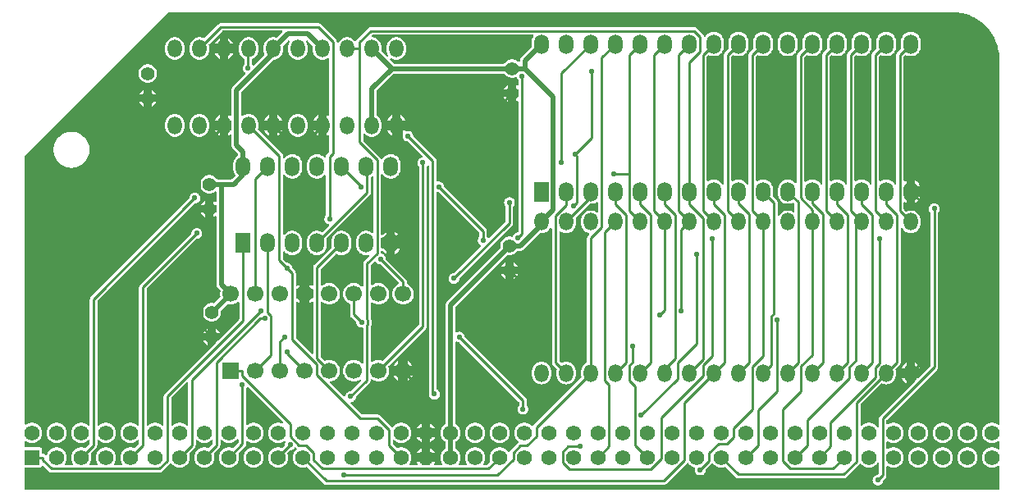
<source format=gbl>
G04 Layer: BottomLayer*
G04 EasyEDA v6.5.40, 2024-07-03 13:40:39*
G04 c2fe2fc941da410b8db267e61518d843,7243cdaf381449fe92b9da44aa7c23a7,10*
G04 Gerber Generator version 0.2*
G04 Scale: 100 percent, Rotated: No, Reflected: No *
G04 Dimensions in millimeters *
G04 leading zeros omitted , absolute positions ,4 integer and 5 decimal *
%FSLAX45Y45*%
%MOMM*%

%ADD10C,0.5080*%
%ADD11C,0.2540*%
%ADD12R,1.5748X1.5748*%
%ADD13C,1.5748*%
%ADD14R,1.5000X2.0000*%
%ADD15O,1.499997X1.9999959999999999*%
%ADD16O,1.4619985999999998X1.8275046*%
%ADD17O,1.524X1.9999959999999999*%
%ADD18R,1.7000X1.7000*%
%ADD19C,1.7000*%
%ADD20C,1.3970*%
%ADD21C,0.5840*%
%ADD22C,0.6100*%
%ADD23C,0.0142*%

%LPD*%
G36*
X4196080Y-837692D02*
G01*
X4192168Y-836930D01*
X4188866Y-834694D01*
X4155287Y-801116D01*
X4153052Y-797763D01*
X4152341Y-793750D01*
X4153204Y-789787D01*
X4155541Y-786485D01*
X4159046Y-784402D01*
X4163060Y-783793D01*
X4166971Y-784809D01*
X4178503Y-790549D01*
X4190796Y-794664D01*
X4203496Y-797204D01*
X4216400Y-798068D01*
X4229303Y-797204D01*
X4242003Y-794664D01*
X4254296Y-790549D01*
X4265879Y-784809D01*
X4276648Y-777595D01*
X4286402Y-769061D01*
X4294936Y-759358D01*
X4302099Y-748588D01*
X4307840Y-736955D01*
X4312005Y-724712D01*
X4314545Y-712012D01*
X4315409Y-698754D01*
X4315409Y-662838D01*
X4314545Y-649579D01*
X4312005Y-636879D01*
X4307840Y-624636D01*
X4302099Y-613054D01*
X4294936Y-602284D01*
X4286402Y-592531D01*
X4276648Y-583996D01*
X4265879Y-576783D01*
X4254296Y-571093D01*
X4242003Y-566928D01*
X4229303Y-564388D01*
X4216400Y-563524D01*
X4203496Y-564388D01*
X4190796Y-566928D01*
X4178503Y-571093D01*
X4166920Y-576783D01*
X4156151Y-583996D01*
X4146397Y-592531D01*
X4137863Y-602284D01*
X4130649Y-613054D01*
X4124960Y-624636D01*
X4120794Y-636879D01*
X4118254Y-649579D01*
X4117390Y-662838D01*
X4117390Y-698754D01*
X4118254Y-712012D01*
X4120794Y-724712D01*
X4124960Y-736955D01*
X4130649Y-748487D01*
X4131665Y-752449D01*
X4131106Y-756462D01*
X4128973Y-759917D01*
X4125671Y-762254D01*
X4121708Y-763168D01*
X4117746Y-762406D01*
X4114342Y-760171D01*
X4064152Y-709980D01*
X4061815Y-706374D01*
X4061206Y-702106D01*
X4061409Y-698754D01*
X4061409Y-662838D01*
X4060545Y-649579D01*
X4058005Y-636879D01*
X4053840Y-624636D01*
X4048099Y-613054D01*
X4040936Y-602284D01*
X4032402Y-592531D01*
X4022648Y-583996D01*
X4011879Y-576783D01*
X4000296Y-571093D01*
X3988003Y-566928D01*
X3975303Y-564388D01*
X3967276Y-563880D01*
X3963568Y-562864D01*
X3960469Y-560578D01*
X3958437Y-557276D01*
X3957777Y-553516D01*
X3958590Y-549706D01*
X3960774Y-546557D01*
X3965295Y-542036D01*
X3968597Y-539800D01*
X3972458Y-539038D01*
X5621680Y-539038D01*
X5625947Y-539953D01*
X5629402Y-542594D01*
X5631484Y-546455D01*
X5631738Y-550773D01*
X5630164Y-554837D01*
X5626608Y-560171D01*
X5620664Y-572109D01*
X5616397Y-584758D01*
X5613806Y-597865D01*
X5612892Y-611530D01*
X5612892Y-658469D01*
X5612333Y-663854D01*
X5609996Y-667461D01*
X5506059Y-771398D01*
X5502910Y-774852D01*
X5500166Y-778408D01*
X5497779Y-782167D01*
X5495696Y-786130D01*
X5494020Y-790295D01*
X5492648Y-794562D01*
X5491683Y-798931D01*
X5491124Y-803300D01*
X5490870Y-810056D01*
X5490057Y-813816D01*
X5487822Y-817016D01*
X5484622Y-819099D01*
X5480862Y-819912D01*
X5477052Y-819200D01*
X5473801Y-817168D01*
X5471210Y-814730D01*
X5460542Y-807212D01*
X5448909Y-801166D01*
X5436616Y-796798D01*
X5423814Y-794156D01*
X5410809Y-793242D01*
X5397754Y-794156D01*
X5384952Y-796798D01*
X5372658Y-801166D01*
X5361025Y-807212D01*
X5350357Y-814730D01*
X5340807Y-823671D01*
X5332425Y-833932D01*
X5328920Y-836726D01*
X5324551Y-837692D01*
G37*

%LPD*%
G36*
X3680917Y-4273550D02*
G01*
X3676751Y-4272889D01*
X3673195Y-4270603D01*
X3535730Y-4133087D01*
X3533292Y-4129328D01*
X3532784Y-4124858D01*
X3534257Y-4120591D01*
X3537356Y-4117390D01*
X3541572Y-4115866D01*
X3545128Y-4115409D01*
X3558895Y-4111802D01*
X3572052Y-4106468D01*
X3584448Y-4099458D01*
X3595827Y-4090974D01*
X3606037Y-4081119D01*
X3614877Y-4069994D01*
X3622243Y-4057853D01*
X3627983Y-4044848D01*
X3632047Y-4031234D01*
X3634333Y-4017213D01*
X3634790Y-4002989D01*
X3633419Y-3988866D01*
X3630218Y-3974998D01*
X3625342Y-3961637D01*
X3618788Y-3949039D01*
X3610610Y-3937406D01*
X3601059Y-3926890D01*
X3590239Y-3917696D01*
X3578351Y-3909923D01*
X3565550Y-3903776D01*
X3552088Y-3899306D01*
X3538118Y-3896563D01*
X3523945Y-3895648D01*
X3509772Y-3896563D01*
X3495801Y-3899306D01*
X3483356Y-3903421D01*
X3479698Y-3903929D01*
X3476040Y-3903065D01*
X3472992Y-3900982D01*
X3438550Y-3866489D01*
X3436315Y-3863187D01*
X3435553Y-3859326D01*
X3435553Y-3304895D01*
X3436518Y-3300526D01*
X3439261Y-3297021D01*
X3443274Y-3295040D01*
X3447694Y-3294938D01*
X3451809Y-3296716D01*
X3463442Y-3305454D01*
X3475837Y-3312414D01*
X3488994Y-3317748D01*
X3502761Y-3321354D01*
X3516833Y-3323183D01*
X3531057Y-3323183D01*
X3545128Y-3321354D01*
X3558895Y-3317748D01*
X3572052Y-3312414D01*
X3584448Y-3305454D01*
X3595827Y-3296920D01*
X3606037Y-3287064D01*
X3614877Y-3275939D01*
X3622243Y-3263798D01*
X3627983Y-3250793D01*
X3632047Y-3237179D01*
X3634333Y-3223158D01*
X3634790Y-3208934D01*
X3633419Y-3194812D01*
X3630218Y-3180943D01*
X3625342Y-3167634D01*
X3618788Y-3155035D01*
X3610610Y-3143351D01*
X3601059Y-3132836D01*
X3590239Y-3123641D01*
X3578351Y-3115868D01*
X3565550Y-3109722D01*
X3552088Y-3105251D01*
X3538118Y-3102508D01*
X3523945Y-3101594D01*
X3509772Y-3102508D01*
X3495801Y-3105251D01*
X3482340Y-3109722D01*
X3469538Y-3115868D01*
X3457600Y-3123641D01*
X3452317Y-3128162D01*
X3448964Y-3130042D01*
X3445154Y-3130600D01*
X3441446Y-3129635D01*
X3438347Y-3127400D01*
X3436264Y-3124200D01*
X3435553Y-3120440D01*
X3435553Y-2961894D01*
X3436315Y-2957982D01*
X3438550Y-2954680D01*
X3589528Y-2803702D01*
X3593033Y-2801416D01*
X3597148Y-2800756D01*
X3601212Y-2801772D01*
X3611422Y-2806801D01*
X3623919Y-2811068D01*
X3636822Y-2813659D01*
X3650030Y-2814523D01*
X3663187Y-2813659D01*
X3676142Y-2811068D01*
X3688638Y-2806801D01*
X3700475Y-2801010D01*
X3711448Y-2793644D01*
X3721354Y-2784957D01*
X3730040Y-2775051D01*
X3737406Y-2764078D01*
X3743198Y-2752242D01*
X3747465Y-2739745D01*
X3750056Y-2726791D01*
X3750919Y-2713278D01*
X3750919Y-2663952D01*
X3750056Y-2650439D01*
X3747465Y-2637485D01*
X3743198Y-2624988D01*
X3737406Y-2613152D01*
X3730040Y-2602179D01*
X3721354Y-2592273D01*
X3711448Y-2583586D01*
X3700475Y-2576220D01*
X3688638Y-2570429D01*
X3676142Y-2566162D01*
X3663187Y-2563571D01*
X3650030Y-2562707D01*
X3636822Y-2563571D01*
X3623919Y-2566162D01*
X3611422Y-2570429D01*
X3599586Y-2576220D01*
X3588613Y-2583586D01*
X3578656Y-2592273D01*
X3569970Y-2602179D01*
X3562654Y-2613152D01*
X3556812Y-2624988D01*
X3552545Y-2637485D01*
X3550005Y-2650439D01*
X3549091Y-2663952D01*
X3549091Y-2713278D01*
X3550259Y-2730804D01*
X3549294Y-2733954D01*
X3547364Y-2736646D01*
X3370021Y-2914040D01*
X3364890Y-2920238D01*
X3361334Y-2926943D01*
X3359150Y-2934157D01*
X3358337Y-2942183D01*
X3358337Y-3120440D01*
X3357626Y-3124200D01*
X3355543Y-3127451D01*
X3352444Y-3129686D01*
X3348736Y-3130600D01*
X3344926Y-3130042D01*
X3341573Y-3128162D01*
X3336239Y-3123641D01*
X3324351Y-3115868D01*
X3318814Y-3113227D01*
X3318814Y-3163671D01*
X3348177Y-3163671D01*
X3352088Y-3164433D01*
X3355340Y-3166618D01*
X3357575Y-3169920D01*
X3358337Y-3173831D01*
X3358337Y-3251200D01*
X3357575Y-3255060D01*
X3355340Y-3258362D01*
X3352088Y-3260598D01*
X3348177Y-3261360D01*
X3318814Y-3261360D01*
X3318814Y-3312007D01*
X3330448Y-3305454D01*
X3342081Y-3296716D01*
X3346196Y-3294887D01*
X3350615Y-3294989D01*
X3354628Y-3297021D01*
X3357372Y-3300526D01*
X3358337Y-3304895D01*
X3358337Y-3826306D01*
X3357575Y-3830218D01*
X3355340Y-3833520D01*
X3352088Y-3835704D01*
X3348177Y-3836466D01*
X3344265Y-3835704D01*
X3341014Y-3833520D01*
X3182518Y-3675024D01*
X3180334Y-3671722D01*
X3179572Y-3667861D01*
X3179572Y-3303015D01*
X3180334Y-3299155D01*
X3182467Y-3295853D01*
X3185718Y-3293618D01*
X3189579Y-3292856D01*
X3193491Y-3293567D01*
X3196793Y-3295700D01*
X3198063Y-3296920D01*
X3209442Y-3305454D01*
X3221075Y-3312007D01*
X3221075Y-3261360D01*
X3189732Y-3261360D01*
X3185820Y-3260598D01*
X3182518Y-3258362D01*
X3180334Y-3255060D01*
X3179572Y-3251200D01*
X3179572Y-3173831D01*
X3180334Y-3169920D01*
X3182518Y-3166618D01*
X3185820Y-3164433D01*
X3189732Y-3163671D01*
X3221075Y-3163671D01*
X3221075Y-3113227D01*
X3215538Y-3115868D01*
X3203600Y-3123641D01*
X3196285Y-3129889D01*
X3192983Y-3131769D01*
X3189173Y-3132277D01*
X3185464Y-3131362D01*
X3182315Y-3129127D01*
X3180283Y-3125876D01*
X3179572Y-3122117D01*
X3179572Y-3000451D01*
X3178759Y-2992424D01*
X3176574Y-2985211D01*
X3173018Y-2978556D01*
X3167888Y-2972308D01*
X3145993Y-2950464D01*
X3144012Y-2947568D01*
X3143097Y-2944164D01*
X3142538Y-2937764D01*
X3140049Y-2928467D01*
X3135985Y-2919780D01*
X3130448Y-2911906D01*
X3123692Y-2905150D01*
X3115818Y-2899613D01*
X3107131Y-2895549D01*
X3097834Y-2893060D01*
X3091434Y-2892501D01*
X3088030Y-2891586D01*
X3085134Y-2889605D01*
X3049930Y-2854350D01*
X3047695Y-2851048D01*
X3046933Y-2847136D01*
X3046933Y-2784856D01*
X3047746Y-2780893D01*
X3050082Y-2777540D01*
X3053537Y-2775356D01*
X3057550Y-2774696D01*
X3061462Y-2775712D01*
X3064713Y-2778150D01*
X3070656Y-2784957D01*
X3080613Y-2793644D01*
X3091586Y-2801010D01*
X3103422Y-2806801D01*
X3115919Y-2811068D01*
X3128822Y-2813659D01*
X3142030Y-2814523D01*
X3155188Y-2813659D01*
X3168142Y-2811068D01*
X3180638Y-2806801D01*
X3192475Y-2801010D01*
X3203448Y-2793644D01*
X3213354Y-2784957D01*
X3222040Y-2775051D01*
X3229406Y-2764078D01*
X3235198Y-2752242D01*
X3239465Y-2739745D01*
X3242056Y-2726791D01*
X3242919Y-2713278D01*
X3242919Y-2663952D01*
X3242056Y-2650439D01*
X3239465Y-2637485D01*
X3235198Y-2624988D01*
X3229406Y-2613152D01*
X3222040Y-2602179D01*
X3213354Y-2592273D01*
X3203448Y-2583586D01*
X3192475Y-2576220D01*
X3180638Y-2570429D01*
X3168142Y-2566162D01*
X3155188Y-2563571D01*
X3142030Y-2562707D01*
X3128822Y-2563571D01*
X3115919Y-2566162D01*
X3103422Y-2570429D01*
X3091586Y-2576220D01*
X3080613Y-2583586D01*
X3070656Y-2592273D01*
X3064713Y-2599080D01*
X3061462Y-2601518D01*
X3057550Y-2602534D01*
X3053537Y-2601874D01*
X3050082Y-2599690D01*
X3047746Y-2596337D01*
X3046933Y-2592374D01*
X3046933Y-1994865D01*
X3047746Y-1990902D01*
X3050082Y-1987550D01*
X3053537Y-1985365D01*
X3057550Y-1984705D01*
X3061462Y-1985721D01*
X3064713Y-1988159D01*
X3070656Y-1994966D01*
X3080613Y-2003653D01*
X3091586Y-2010968D01*
X3103422Y-2016810D01*
X3115919Y-2021078D01*
X3128822Y-2023618D01*
X3142030Y-2024481D01*
X3155188Y-2023618D01*
X3168142Y-2021078D01*
X3180638Y-2016810D01*
X3192475Y-2010968D01*
X3203448Y-2003653D01*
X3213354Y-1994966D01*
X3222040Y-1985010D01*
X3229406Y-1974037D01*
X3235198Y-1962200D01*
X3239465Y-1949704D01*
X3242056Y-1936800D01*
X3242919Y-1923288D01*
X3242919Y-1873961D01*
X3242056Y-1860448D01*
X3239465Y-1847494D01*
X3235198Y-1834997D01*
X3229406Y-1823161D01*
X3222040Y-1812188D01*
X3213354Y-1802282D01*
X3203448Y-1793595D01*
X3192475Y-1786229D01*
X3180638Y-1780387D01*
X3168142Y-1776171D01*
X3155188Y-1773580D01*
X3142030Y-1772716D01*
X3128822Y-1773580D01*
X3115919Y-1776171D01*
X3103422Y-1780387D01*
X3091586Y-1786229D01*
X3080613Y-1793595D01*
X3070656Y-1802282D01*
X3064713Y-1809038D01*
X3061462Y-1811528D01*
X3057550Y-1812493D01*
X3053537Y-1811883D01*
X3050082Y-1809699D01*
X3047746Y-1806346D01*
X3046933Y-1802384D01*
X3046933Y-1791207D01*
X3046120Y-1783181D01*
X3043936Y-1775968D01*
X3040380Y-1769313D01*
X3035249Y-1763064D01*
X2792323Y-1520139D01*
X2790393Y-1517446D01*
X2789428Y-1514297D01*
X2789529Y-1510944D01*
X2790545Y-1506016D01*
X2791409Y-1492758D01*
X2791409Y-1456842D01*
X2790545Y-1443583D01*
X2788005Y-1430883D01*
X2783840Y-1418640D01*
X2778099Y-1407007D01*
X2770936Y-1396288D01*
X2762402Y-1386535D01*
X2752648Y-1378000D01*
X2741879Y-1370787D01*
X2730296Y-1365046D01*
X2718003Y-1360932D01*
X2705303Y-1358392D01*
X2692400Y-1357528D01*
X2679496Y-1358392D01*
X2666796Y-1360932D01*
X2654503Y-1365046D01*
X2642920Y-1370787D01*
X2632506Y-1377746D01*
X2628442Y-1379321D01*
X2624124Y-1379067D01*
X2620264Y-1377035D01*
X2617622Y-1373530D01*
X2616708Y-1369314D01*
X2616708Y-1135532D01*
X2617470Y-1131620D01*
X2619705Y-1128318D01*
X2947517Y-800506D01*
X2950514Y-798423D01*
X2954020Y-797560D01*
X2959303Y-797204D01*
X2972003Y-794664D01*
X2984296Y-790549D01*
X2995879Y-784809D01*
X3006648Y-777595D01*
X3016402Y-769061D01*
X3024936Y-759358D01*
X3032099Y-748588D01*
X3037840Y-736955D01*
X3042005Y-724712D01*
X3044545Y-712012D01*
X3045409Y-698754D01*
X3045409Y-662838D01*
X3045206Y-659485D01*
X3045815Y-655218D01*
X3048152Y-651611D01*
X3098342Y-601421D01*
X3101746Y-599186D01*
X3105708Y-598424D01*
X3109671Y-599287D01*
X3112973Y-601675D01*
X3115106Y-605129D01*
X3115665Y-609142D01*
X3114649Y-613105D01*
X3108960Y-624636D01*
X3104794Y-636879D01*
X3102254Y-649579D01*
X3101390Y-662838D01*
X3101390Y-698754D01*
X3102254Y-712012D01*
X3104794Y-724712D01*
X3108960Y-736955D01*
X3114700Y-748588D01*
X3121863Y-759358D01*
X3130397Y-769061D01*
X3140151Y-777595D01*
X3150920Y-784809D01*
X3162503Y-790549D01*
X3174796Y-794664D01*
X3187496Y-797204D01*
X3200400Y-798068D01*
X3213303Y-797204D01*
X3226003Y-794664D01*
X3238296Y-790549D01*
X3249879Y-784809D01*
X3260648Y-777595D01*
X3270402Y-769061D01*
X3278936Y-759358D01*
X3286099Y-748588D01*
X3291840Y-736955D01*
X3296005Y-724712D01*
X3298545Y-712012D01*
X3299409Y-698754D01*
X3299409Y-662838D01*
X3298545Y-649579D01*
X3296005Y-636879D01*
X3291840Y-624636D01*
X3286150Y-613105D01*
X3285134Y-609142D01*
X3285693Y-605129D01*
X3287826Y-601675D01*
X3291128Y-599287D01*
X3295091Y-598424D01*
X3299053Y-599186D01*
X3302457Y-601421D01*
X3352647Y-651611D01*
X3354984Y-655218D01*
X3355594Y-659485D01*
X3355390Y-662838D01*
X3355390Y-698754D01*
X3356254Y-712012D01*
X3358794Y-724712D01*
X3362960Y-736955D01*
X3368700Y-748588D01*
X3375863Y-759358D01*
X3384397Y-769061D01*
X3394151Y-777595D01*
X3404920Y-784809D01*
X3416503Y-790549D01*
X3428796Y-794664D01*
X3441496Y-797204D01*
X3454400Y-798068D01*
X3467303Y-797204D01*
X3480003Y-794664D01*
X3492296Y-790549D01*
X3503879Y-784809D01*
X3508552Y-781710D01*
X3512616Y-780084D01*
X3516934Y-780338D01*
X3520795Y-782421D01*
X3523437Y-785876D01*
X3524351Y-790143D01*
X3524351Y-1365453D01*
X3523437Y-1369720D01*
X3520795Y-1373174D01*
X3516934Y-1375257D01*
X3512616Y-1375511D01*
X3508552Y-1373886D01*
X3503879Y-1370787D01*
X3497275Y-1367536D01*
X3497275Y-1422755D01*
X3514191Y-1422755D01*
X3518103Y-1423517D01*
X3521354Y-1425752D01*
X3523589Y-1429054D01*
X3524351Y-1432915D01*
X3524351Y-1516684D01*
X3523589Y-1520545D01*
X3521354Y-1523847D01*
X3518103Y-1526082D01*
X3514191Y-1526844D01*
X3497275Y-1526844D01*
X3497275Y-1582064D01*
X3503879Y-1578813D01*
X3508552Y-1575663D01*
X3512616Y-1574088D01*
X3516934Y-1574342D01*
X3520795Y-1576425D01*
X3523437Y-1579880D01*
X3524351Y-1584147D01*
X3524351Y-1742998D01*
X3523589Y-1746859D01*
X3521354Y-1750161D01*
X3500374Y-1771192D01*
X3495243Y-1777441D01*
X3491687Y-1784096D01*
X3489502Y-1791309D01*
X3488639Y-1800555D01*
X3487521Y-1804314D01*
X3485083Y-1807362D01*
X3481679Y-1809292D01*
X3477768Y-1809750D01*
X3474008Y-1808683D01*
X3470910Y-1806295D01*
X3467354Y-1802282D01*
X3457448Y-1793595D01*
X3446475Y-1786229D01*
X3434638Y-1780387D01*
X3422142Y-1776171D01*
X3409187Y-1773580D01*
X3396030Y-1772716D01*
X3382822Y-1773580D01*
X3369919Y-1776171D01*
X3357422Y-1780387D01*
X3345586Y-1786229D01*
X3334613Y-1793595D01*
X3324656Y-1802282D01*
X3315970Y-1812188D01*
X3308654Y-1823161D01*
X3302812Y-1834997D01*
X3298545Y-1847494D01*
X3296005Y-1860448D01*
X3295091Y-1873961D01*
X3295091Y-1923288D01*
X3296005Y-1936800D01*
X3298545Y-1949704D01*
X3302812Y-1962200D01*
X3308654Y-1974037D01*
X3315970Y-1985010D01*
X3324656Y-1994966D01*
X3334613Y-2003653D01*
X3345586Y-2010968D01*
X3357422Y-2016810D01*
X3369919Y-2021078D01*
X3382822Y-2023618D01*
X3396030Y-2024481D01*
X3409187Y-2023618D01*
X3422142Y-2021078D01*
X3434638Y-2016810D01*
X3446475Y-2010968D01*
X3457448Y-2003653D01*
X3467354Y-1994966D01*
X3470910Y-1990902D01*
X3474161Y-1988464D01*
X3478072Y-1987448D01*
X3482086Y-1988108D01*
X3485540Y-1990293D01*
X3487877Y-1993646D01*
X3488690Y-1997608D01*
X3488690Y-2396388D01*
X3487928Y-2400300D01*
X3479596Y-2412034D01*
X3475532Y-2420772D01*
X3473043Y-2430018D01*
X3472230Y-2439619D01*
X3473043Y-2449169D01*
X3475532Y-2458415D01*
X3479596Y-2467152D01*
X3485134Y-2474976D01*
X3491890Y-2481783D01*
X3499764Y-2487269D01*
X3508451Y-2491333D01*
X3515309Y-2493162D01*
X3519068Y-2495092D01*
X3521710Y-2498394D01*
X3522827Y-2502458D01*
X3522167Y-2506624D01*
X3519830Y-2510180D01*
X3456482Y-2573528D01*
X3453028Y-2575814D01*
X3448862Y-2576474D01*
X3444849Y-2575458D01*
X3434638Y-2570429D01*
X3422142Y-2566162D01*
X3409187Y-2563571D01*
X3396030Y-2562707D01*
X3382822Y-2563571D01*
X3369919Y-2566162D01*
X3357422Y-2570429D01*
X3345586Y-2576220D01*
X3334613Y-2583586D01*
X3324656Y-2592273D01*
X3315970Y-2602179D01*
X3308654Y-2613152D01*
X3302812Y-2624988D01*
X3298545Y-2637485D01*
X3296005Y-2650439D01*
X3295091Y-2663952D01*
X3295091Y-2713278D01*
X3296005Y-2726791D01*
X3298545Y-2739745D01*
X3302812Y-2752242D01*
X3308654Y-2764078D01*
X3315970Y-2775051D01*
X3324656Y-2784957D01*
X3334613Y-2793644D01*
X3345586Y-2801010D01*
X3357422Y-2806801D01*
X3369919Y-2811068D01*
X3382822Y-2813659D01*
X3396030Y-2814523D01*
X3409187Y-2813659D01*
X3422142Y-2811068D01*
X3434638Y-2806801D01*
X3446475Y-2801010D01*
X3457448Y-2793644D01*
X3467354Y-2784957D01*
X3476040Y-2775051D01*
X3483406Y-2764078D01*
X3489198Y-2752242D01*
X3493465Y-2739745D01*
X3496056Y-2726791D01*
X3496919Y-2713278D01*
X3496919Y-2663952D01*
X3495801Y-2646426D01*
X3496767Y-2643225D01*
X3498697Y-2640533D01*
X3941826Y-2197404D01*
X3946956Y-2191156D01*
X3950512Y-2184501D01*
X3952697Y-2177288D01*
X3953510Y-2169261D01*
X3953510Y-2017064D01*
X3954018Y-2013813D01*
X3955592Y-2010867D01*
X3957980Y-2008632D01*
X3965397Y-2003704D01*
X3969461Y-2002078D01*
X3973779Y-2002332D01*
X3977640Y-2004415D01*
X3980281Y-2007870D01*
X3981196Y-2012137D01*
X3981196Y-2575102D01*
X3980281Y-2579370D01*
X3977640Y-2582824D01*
X3973779Y-2584856D01*
X3969461Y-2585161D01*
X3965397Y-2583535D01*
X3954475Y-2576220D01*
X3942638Y-2570429D01*
X3930142Y-2566162D01*
X3917187Y-2563571D01*
X3904030Y-2562707D01*
X3890822Y-2563571D01*
X3877919Y-2566162D01*
X3865422Y-2570429D01*
X3853586Y-2576220D01*
X3842613Y-2583586D01*
X3832656Y-2592273D01*
X3823970Y-2602179D01*
X3816654Y-2613152D01*
X3810812Y-2624988D01*
X3806545Y-2637485D01*
X3804005Y-2650439D01*
X3803091Y-2663952D01*
X3803091Y-2713278D01*
X3804005Y-2726791D01*
X3806545Y-2739745D01*
X3810812Y-2752242D01*
X3816654Y-2764078D01*
X3823970Y-2775051D01*
X3832656Y-2784957D01*
X3842613Y-2793644D01*
X3853586Y-2801010D01*
X3865422Y-2806801D01*
X3877919Y-2811068D01*
X3890822Y-2813659D01*
X3904030Y-2814523D01*
X3917187Y-2813659D01*
X3923487Y-2812389D01*
X3927805Y-2812440D01*
X3931665Y-2814269D01*
X3934460Y-2817571D01*
X3935628Y-2821686D01*
X3935018Y-2825902D01*
X3932682Y-2829509D01*
X3886555Y-2875635D01*
X3881424Y-2881884D01*
X3877868Y-2888538D01*
X3875684Y-2895752D01*
X3874922Y-2903778D01*
X3874922Y-3128365D01*
X3874109Y-3132328D01*
X3871823Y-3135680D01*
X3868420Y-3137865D01*
X3864406Y-3138525D01*
X3860495Y-3137611D01*
X3857193Y-3135223D01*
X3855059Y-3132836D01*
X3844239Y-3123641D01*
X3832351Y-3115868D01*
X3819550Y-3109722D01*
X3806088Y-3105251D01*
X3792118Y-3102508D01*
X3777945Y-3101594D01*
X3763772Y-3102508D01*
X3749801Y-3105251D01*
X3736340Y-3109722D01*
X3723538Y-3115868D01*
X3711600Y-3123641D01*
X3700779Y-3132836D01*
X3691229Y-3143351D01*
X3683101Y-3155035D01*
X3676548Y-3167634D01*
X3671620Y-3180943D01*
X3668471Y-3194812D01*
X3667099Y-3208934D01*
X3667556Y-3223158D01*
X3669842Y-3237179D01*
X3673856Y-3250793D01*
X3679647Y-3263798D01*
X3687013Y-3275939D01*
X3695852Y-3287064D01*
X3706063Y-3296920D01*
X3717442Y-3305454D01*
X3729837Y-3312414D01*
X3732987Y-3313684D01*
X3736340Y-3315868D01*
X3738575Y-3319221D01*
X3739337Y-3323132D01*
X3739337Y-3425901D01*
X3740150Y-3433927D01*
X3742334Y-3441141D01*
X3745890Y-3447846D01*
X3751021Y-3454044D01*
X3799840Y-3502914D01*
X3801872Y-3505809D01*
X3802786Y-3509213D01*
X3803345Y-3515614D01*
X3805834Y-3524859D01*
X3809898Y-3533597D01*
X3815384Y-3541420D01*
X3822192Y-3548227D01*
X3830015Y-3553714D01*
X3838752Y-3557778D01*
X3847998Y-3560267D01*
X3857599Y-3561130D01*
X3863848Y-3560572D01*
X3868013Y-3561079D01*
X3871620Y-3563213D01*
X3874058Y-3566566D01*
X3874922Y-3570681D01*
X3874922Y-3922420D01*
X3874109Y-3926382D01*
X3871823Y-3929684D01*
X3868420Y-3931869D01*
X3864406Y-3932580D01*
X3860495Y-3931615D01*
X3857193Y-3929227D01*
X3855059Y-3926890D01*
X3844239Y-3917696D01*
X3832351Y-3909923D01*
X3819550Y-3903776D01*
X3806088Y-3899306D01*
X3792118Y-3896563D01*
X3777945Y-3895648D01*
X3763772Y-3896563D01*
X3749801Y-3899306D01*
X3736340Y-3903776D01*
X3723538Y-3909923D01*
X3711600Y-3917696D01*
X3700779Y-3926890D01*
X3691229Y-3937406D01*
X3683101Y-3949039D01*
X3676548Y-3961637D01*
X3671620Y-3974998D01*
X3668471Y-3988866D01*
X3667099Y-4002989D01*
X3667556Y-4017213D01*
X3669842Y-4031234D01*
X3673856Y-4044848D01*
X3679647Y-4057853D01*
X3687013Y-4069994D01*
X3695852Y-4081119D01*
X3706063Y-4090974D01*
X3717442Y-4099458D01*
X3729837Y-4106468D01*
X3742994Y-4111802D01*
X3756761Y-4115409D01*
X3770833Y-4117187D01*
X3785057Y-4117187D01*
X3799128Y-4115409D01*
X3812895Y-4111802D01*
X3826052Y-4106468D01*
X3835704Y-4101033D01*
X3839616Y-4099763D01*
X3843731Y-4100169D01*
X3847337Y-4102201D01*
X3849827Y-4105503D01*
X3850843Y-4109516D01*
X3850132Y-4113580D01*
X3847846Y-4117086D01*
X3747770Y-4217162D01*
X3744874Y-4219143D01*
X3741470Y-4220057D01*
X3735070Y-4220616D01*
X3725824Y-4223105D01*
X3717086Y-4227169D01*
X3709263Y-4232706D01*
X3702456Y-4239463D01*
X3696970Y-4247337D01*
X3692906Y-4256024D01*
X3690213Y-4266031D01*
X3688283Y-4269841D01*
X3685032Y-4272483D01*
G37*

%LPC*%
G36*
X3200400Y-1592072D02*
G01*
X3213303Y-1591208D01*
X3226003Y-1588668D01*
X3238296Y-1584502D01*
X3249879Y-1578813D01*
X3260648Y-1571599D01*
X3270402Y-1563065D01*
X3278936Y-1553311D01*
X3286099Y-1542542D01*
X3291840Y-1530959D01*
X3296005Y-1518716D01*
X3298545Y-1506016D01*
X3299409Y-1492758D01*
X3299409Y-1456842D01*
X3298545Y-1443583D01*
X3296005Y-1430883D01*
X3291840Y-1418640D01*
X3286099Y-1407007D01*
X3278936Y-1396288D01*
X3270402Y-1386535D01*
X3260648Y-1378000D01*
X3249879Y-1370787D01*
X3238296Y-1365046D01*
X3226003Y-1360932D01*
X3213303Y-1358392D01*
X3200400Y-1357528D01*
X3187496Y-1358392D01*
X3174796Y-1360932D01*
X3162503Y-1365046D01*
X3150920Y-1370787D01*
X3140151Y-1378000D01*
X3130397Y-1386535D01*
X3121863Y-1396288D01*
X3114700Y-1407007D01*
X3108960Y-1418640D01*
X3104794Y-1430883D01*
X3102254Y-1443583D01*
X3101390Y-1456842D01*
X3101390Y-1492758D01*
X3102254Y-1506016D01*
X3104794Y-1518716D01*
X3108960Y-1530959D01*
X3114700Y-1542542D01*
X3121863Y-1553311D01*
X3130397Y-1563065D01*
X3140151Y-1571599D01*
X3150920Y-1578813D01*
X3162503Y-1584502D01*
X3174796Y-1588668D01*
X3187496Y-1591208D01*
G37*
G36*
X2989275Y-1582064D02*
G01*
X2995879Y-1578813D01*
X3006648Y-1571599D01*
X3016402Y-1563065D01*
X3024936Y-1553311D01*
X3032099Y-1542542D01*
X3037840Y-1530959D01*
X3039262Y-1526844D01*
X2989275Y-1526844D01*
G37*
G36*
X2903524Y-1582064D02*
G01*
X2903524Y-1526844D01*
X2853537Y-1526844D01*
X2854960Y-1530959D01*
X2860700Y-1542542D01*
X2867863Y-1553311D01*
X2876397Y-1563065D01*
X2886151Y-1571599D01*
X2896920Y-1578813D01*
G37*
G36*
X3411524Y-1582064D02*
G01*
X3411524Y-1526844D01*
X3361537Y-1526844D01*
X3362960Y-1530959D01*
X3368700Y-1542542D01*
X3375863Y-1553311D01*
X3384397Y-1563065D01*
X3394151Y-1571599D01*
X3404920Y-1578813D01*
G37*
G36*
X3361537Y-1422755D02*
G01*
X3411524Y-1422755D01*
X3411524Y-1367536D01*
X3404920Y-1370787D01*
X3394151Y-1378000D01*
X3384397Y-1386535D01*
X3375863Y-1396288D01*
X3368700Y-1407007D01*
X3362960Y-1418640D01*
G37*
G36*
X2853537Y-1422755D02*
G01*
X2903524Y-1422755D01*
X2903524Y-1367536D01*
X2896920Y-1370787D01*
X2886151Y-1378000D01*
X2876397Y-1386535D01*
X2867863Y-1396288D01*
X2860700Y-1407007D01*
X2854960Y-1418640D01*
G37*
G36*
X2989275Y-1422755D02*
G01*
X3039262Y-1422755D01*
X3037840Y-1418640D01*
X3032099Y-1407007D01*
X3024936Y-1396288D01*
X3016402Y-1386535D01*
X3006648Y-1378000D01*
X2995879Y-1370787D01*
X2989275Y-1367536D01*
G37*

%LPD*%
G36*
X2059889Y-4574590D02*
G01*
X2056079Y-4574032D01*
X2052726Y-4572050D01*
X2044903Y-4565192D01*
X2033524Y-4557572D01*
X2021230Y-4551527D01*
X2008276Y-4547158D01*
X1994865Y-4544466D01*
X1981200Y-4543552D01*
X1967534Y-4544466D01*
X1954123Y-4547158D01*
X1941169Y-4551527D01*
X1928875Y-4557572D01*
X1917496Y-4565192D01*
X1909775Y-4572000D01*
X1906422Y-4573930D01*
X1902612Y-4574489D01*
X1898853Y-4573574D01*
X1895754Y-4571390D01*
X1893620Y-4568139D01*
X1892909Y-4564329D01*
X1892909Y-4292650D01*
X1893671Y-4288739D01*
X1895906Y-4285437D01*
X2052269Y-4129074D01*
X2055520Y-4126890D01*
X2059432Y-4126128D01*
X2063343Y-4126890D01*
X2066594Y-4129074D01*
X2068830Y-4132376D01*
X2069592Y-4136288D01*
X2069592Y-4564430D01*
X2068880Y-4568240D01*
X2066747Y-4571441D01*
X2063648Y-4573676D01*
G37*

%LPD*%
G36*
X4359503Y-4980432D02*
G01*
X4355287Y-4979466D01*
X4351782Y-4976825D01*
X4349750Y-4973015D01*
X4349496Y-4968646D01*
X4351070Y-4964582D01*
X4357827Y-4954524D01*
X4363872Y-4942230D01*
X4368241Y-4929276D01*
X4370933Y-4915865D01*
X4371848Y-4902200D01*
X4370933Y-4888534D01*
X4368241Y-4875123D01*
X4363872Y-4862169D01*
X4357827Y-4849876D01*
X4350207Y-4838496D01*
X4341164Y-4828235D01*
X4330903Y-4819192D01*
X4319524Y-4811572D01*
X4307230Y-4805527D01*
X4294276Y-4801158D01*
X4280865Y-4798466D01*
X4267200Y-4797552D01*
X4253534Y-4798466D01*
X4240123Y-4801158D01*
X4231640Y-4804003D01*
X4227931Y-4804562D01*
X4224274Y-4803698D01*
X4221175Y-4801565D01*
X4181805Y-4762195D01*
X4179570Y-4758893D01*
X4178808Y-4754981D01*
X4178808Y-4731969D01*
X4179519Y-4728159D01*
X4181652Y-4724958D01*
X4184751Y-4722723D01*
X4188510Y-4721809D01*
X4192320Y-4722368D01*
X4195673Y-4724349D01*
X4203496Y-4731207D01*
X4214876Y-4738827D01*
X4227169Y-4744872D01*
X4240123Y-4749241D01*
X4253534Y-4751933D01*
X4267200Y-4752848D01*
X4280865Y-4751933D01*
X4294276Y-4749241D01*
X4307230Y-4744872D01*
X4319524Y-4738827D01*
X4330903Y-4731207D01*
X4341164Y-4722164D01*
X4350207Y-4711903D01*
X4357827Y-4700524D01*
X4363872Y-4688230D01*
X4368241Y-4675276D01*
X4370933Y-4661865D01*
X4371848Y-4648200D01*
X4370933Y-4634534D01*
X4368241Y-4621123D01*
X4363872Y-4608169D01*
X4357827Y-4595876D01*
X4350207Y-4584496D01*
X4341164Y-4574235D01*
X4330903Y-4565192D01*
X4319524Y-4557572D01*
X4307230Y-4551527D01*
X4294276Y-4547158D01*
X4280865Y-4544466D01*
X4267200Y-4543552D01*
X4253534Y-4544466D01*
X4240123Y-4547158D01*
X4227169Y-4551527D01*
X4214876Y-4557572D01*
X4203496Y-4565192D01*
X4193235Y-4574235D01*
X4184192Y-4584496D01*
X4182821Y-4586579D01*
X4179620Y-4589627D01*
X4175353Y-4591050D01*
X4170934Y-4590491D01*
X4167174Y-4588103D01*
X4050944Y-4471873D01*
X4044696Y-4466742D01*
X4038041Y-4463186D01*
X4030827Y-4461002D01*
X4022801Y-4460189D01*
X3866997Y-4460189D01*
X3863136Y-4459427D01*
X3859834Y-4457192D01*
X3748887Y-4346295D01*
X3746601Y-4342739D01*
X3745941Y-4338574D01*
X3747058Y-4334510D01*
X3749700Y-4331208D01*
X3753459Y-4329328D01*
X3763467Y-4326636D01*
X3772204Y-4322572D01*
X3780028Y-4317034D01*
X3786835Y-4310278D01*
X3792321Y-4302404D01*
X3796385Y-4293717D01*
X3798874Y-4284421D01*
X3799433Y-4278020D01*
X3800348Y-4274616D01*
X3802379Y-4271721D01*
X3940454Y-4133646D01*
X3945585Y-4127449D01*
X3949141Y-4120743D01*
X3951325Y-4113580D01*
X3952138Y-4104386D01*
X3953408Y-4100322D01*
X3956253Y-4097121D01*
X3960164Y-4095343D01*
X3964482Y-4095394D01*
X3968343Y-4097172D01*
X3971442Y-4099458D01*
X3983837Y-4106468D01*
X3996994Y-4111802D01*
X4010761Y-4115409D01*
X4024833Y-4117187D01*
X4039057Y-4117187D01*
X4053128Y-4115409D01*
X4066895Y-4111802D01*
X4080052Y-4106468D01*
X4092448Y-4099458D01*
X4103827Y-4090974D01*
X4114037Y-4081119D01*
X4122877Y-4069994D01*
X4130243Y-4057853D01*
X4135983Y-4044848D01*
X4140047Y-4031234D01*
X4142333Y-4017213D01*
X4142790Y-4002989D01*
X4141419Y-3988866D01*
X4138218Y-3974998D01*
X4135069Y-3966362D01*
X4134459Y-3962552D01*
X4135272Y-3958844D01*
X4137406Y-3955643D01*
X4516831Y-3576218D01*
X4521962Y-3569970D01*
X4525518Y-3563315D01*
X4527702Y-3556101D01*
X4528515Y-3548075D01*
X4528515Y-1904288D01*
X4529277Y-1900377D01*
X4534712Y-1892706D01*
X4537811Y-1889810D01*
X4541875Y-1888439D01*
X4546092Y-1888845D01*
X4549800Y-1890979D01*
X4552289Y-1894382D01*
X4553204Y-1898548D01*
X4553204Y-4231030D01*
X4554016Y-4239056D01*
X4554575Y-4240987D01*
X4554982Y-4244797D01*
X4554575Y-4249369D01*
X4555388Y-4258919D01*
X4557877Y-4268216D01*
X4561941Y-4276902D01*
X4567478Y-4284776D01*
X4574235Y-4291533D01*
X4582109Y-4297070D01*
X4590796Y-4301134D01*
X4600092Y-4303623D01*
X4609642Y-4304436D01*
X4619193Y-4303623D01*
X4628489Y-4301134D01*
X4637176Y-4297070D01*
X4645050Y-4291533D01*
X4651806Y-4284776D01*
X4657344Y-4276902D01*
X4661408Y-4268216D01*
X4663897Y-4258919D01*
X4664710Y-4249369D01*
X4663897Y-4239818D01*
X4661408Y-4230522D01*
X4657344Y-4221835D01*
X4651806Y-4213961D01*
X4645050Y-4207205D01*
X4633214Y-4199026D01*
X4631131Y-4195826D01*
X4630420Y-4192066D01*
X4630420Y-2172309D01*
X4631080Y-2168652D01*
X4633010Y-2165502D01*
X4635957Y-2163267D01*
X4639513Y-2162200D01*
X4650689Y-2163368D01*
X4654092Y-2164283D01*
X4656988Y-2166264D01*
X5070398Y-2579674D01*
X5072583Y-2582976D01*
X5073396Y-2586888D01*
X5073396Y-2617063D01*
X5072583Y-2620924D01*
X5064302Y-2632710D01*
X5060238Y-2641396D01*
X5057749Y-2650693D01*
X5056886Y-2660243D01*
X5057749Y-2669794D01*
X5060238Y-2679090D01*
X5064302Y-2687777D01*
X5069789Y-2695651D01*
X5076596Y-2702407D01*
X5087569Y-2710230D01*
X5089601Y-2713482D01*
X5090261Y-2717342D01*
X5089499Y-2721102D01*
X5087315Y-2724302D01*
X4813757Y-2997860D01*
X4810861Y-2999892D01*
X4807458Y-3000806D01*
X4801057Y-3001365D01*
X4791811Y-3003854D01*
X4783074Y-3007918D01*
X4775250Y-3013405D01*
X4768443Y-3020212D01*
X4762957Y-3028035D01*
X4758893Y-3036773D01*
X4756404Y-3046018D01*
X4755540Y-3055620D01*
X4756404Y-3065170D01*
X4758893Y-3074416D01*
X4762957Y-3083153D01*
X4768443Y-3090976D01*
X4775250Y-3097784D01*
X4783074Y-3103270D01*
X4791811Y-3107334D01*
X4801057Y-3109823D01*
X4810658Y-3110687D01*
X4820208Y-3109823D01*
X4829454Y-3107334D01*
X4838192Y-3103270D01*
X4846015Y-3097784D01*
X4852822Y-3090976D01*
X4858308Y-3083153D01*
X4862372Y-3074416D01*
X4864862Y-3065170D01*
X4865420Y-3058769D01*
X4866335Y-3055366D01*
X4868367Y-3052470D01*
X5410962Y-2509824D01*
X5416092Y-2503627D01*
X5419648Y-2496921D01*
X5421833Y-2489708D01*
X5422646Y-2481681D01*
X5422646Y-2312619D01*
X5423408Y-2308758D01*
X5431739Y-2296972D01*
X5435803Y-2288286D01*
X5438292Y-2278989D01*
X5439105Y-2269439D01*
X5438292Y-2259888D01*
X5435803Y-2250592D01*
X5431739Y-2241905D01*
X5426202Y-2234031D01*
X5419445Y-2227275D01*
X5411571Y-2221738D01*
X5402884Y-2217674D01*
X5393588Y-2215184D01*
X5384038Y-2214372D01*
X5374487Y-2215184D01*
X5365191Y-2217674D01*
X5356504Y-2221738D01*
X5348630Y-2227275D01*
X5341874Y-2234031D01*
X5336336Y-2241905D01*
X5332272Y-2250592D01*
X5329783Y-2259888D01*
X5328970Y-2269439D01*
X5329783Y-2278989D01*
X5332272Y-2288286D01*
X5336336Y-2296972D01*
X5344668Y-2308758D01*
X5345430Y-2312619D01*
X5345430Y-2461971D01*
X5344668Y-2465882D01*
X5342432Y-2469184D01*
X5176062Y-2635554D01*
X5172862Y-2637739D01*
X5169052Y-2638552D01*
X5165242Y-2637891D01*
X5161940Y-2635859D01*
X5151374Y-2620924D01*
X5150612Y-2617063D01*
X5150612Y-2567178D01*
X5149799Y-2559151D01*
X5147614Y-2551938D01*
X5144058Y-2545232D01*
X5138928Y-2539034D01*
X4711598Y-2111705D01*
X4709566Y-2108809D01*
X4708652Y-2105406D01*
X4708093Y-2099005D01*
X4705604Y-2089708D01*
X4701540Y-2081022D01*
X4696053Y-2073148D01*
X4689246Y-2066391D01*
X4681423Y-2060854D01*
X4672685Y-2056790D01*
X4663440Y-2054301D01*
X4653889Y-2053488D01*
X4644288Y-2054301D01*
X4639513Y-2054910D01*
X4635957Y-2053843D01*
X4633010Y-2051608D01*
X4631080Y-2048459D01*
X4630420Y-2044801D01*
X4630420Y-1840992D01*
X4629607Y-1832965D01*
X4627422Y-1825752D01*
X4623866Y-1819046D01*
X4618736Y-1812848D01*
X4395622Y-1589684D01*
X4393590Y-1586788D01*
X4392676Y-1583385D01*
X4392117Y-1576984D01*
X4389628Y-1567738D01*
X4385564Y-1559001D01*
X4380077Y-1551178D01*
X4373270Y-1544370D01*
X4365447Y-1538884D01*
X4356709Y-1534820D01*
X4347464Y-1532331D01*
X4337913Y-1531467D01*
X4328312Y-1532331D01*
X4323638Y-1533601D01*
X4319320Y-1533804D01*
X4315256Y-1532128D01*
X4312310Y-1528978D01*
X4311599Y-1526844D01*
X4259275Y-1526844D01*
X4259275Y-1582064D01*
X4267098Y-1578000D01*
X4271010Y-1576527D01*
X4275124Y-1576730D01*
X4278884Y-1578559D01*
X4281525Y-1581708D01*
X4282744Y-1585671D01*
X4283659Y-1596136D01*
X4286148Y-1605381D01*
X4290212Y-1614119D01*
X4295698Y-1621942D01*
X4302506Y-1628749D01*
X4310329Y-1634236D01*
X4319066Y-1638300D01*
X4328312Y-1640789D01*
X4334713Y-1641348D01*
X4338116Y-1642262D01*
X4341012Y-1644294D01*
X4486300Y-1789582D01*
X4488586Y-1793138D01*
X4489246Y-1797304D01*
X4488129Y-1801418D01*
X4485487Y-1804720D01*
X4481677Y-1806600D01*
X4471060Y-1809343D01*
X4462373Y-1813407D01*
X4454499Y-1818893D01*
X4447743Y-1825701D01*
X4442206Y-1833524D01*
X4438142Y-1842262D01*
X4435652Y-1851507D01*
X4434840Y-1861108D01*
X4435652Y-1870659D01*
X4438142Y-1879904D01*
X4442206Y-1888642D01*
X4450537Y-1900377D01*
X4451299Y-1904288D01*
X4451299Y-3528364D01*
X4450537Y-3532225D01*
X4448302Y-3535527D01*
X4082897Y-3900982D01*
X4079849Y-3903065D01*
X4076192Y-3903929D01*
X4072534Y-3903421D01*
X4060088Y-3899306D01*
X4046118Y-3896563D01*
X4031945Y-3895648D01*
X4017772Y-3896563D01*
X4003801Y-3899306D01*
X3990340Y-3903776D01*
X3977538Y-3909923D01*
X3967835Y-3916273D01*
X3963771Y-3917797D01*
X3959453Y-3917492D01*
X3955643Y-3915410D01*
X3953052Y-3911955D01*
X3952138Y-3907739D01*
X3952138Y-3554933D01*
X3952392Y-3552444D01*
X3955237Y-3546500D01*
X3957421Y-3539286D01*
X3958234Y-3531260D01*
X3958234Y-3480815D01*
X3957421Y-3472789D01*
X3955237Y-3465576D01*
X3952392Y-3459632D01*
X3952138Y-3457143D01*
X3952138Y-3311245D01*
X3953103Y-3306927D01*
X3955846Y-3303422D01*
X3959809Y-3301390D01*
X3964279Y-3301288D01*
X3968343Y-3303117D01*
X3971442Y-3305454D01*
X3983837Y-3312414D01*
X3996994Y-3317748D01*
X4010761Y-3321354D01*
X4024833Y-3323183D01*
X4039057Y-3323183D01*
X4053128Y-3321354D01*
X4066895Y-3317748D01*
X4080052Y-3312414D01*
X4092448Y-3305454D01*
X4103827Y-3296920D01*
X4114037Y-3287064D01*
X4122877Y-3275939D01*
X4130243Y-3263798D01*
X4135983Y-3250793D01*
X4140047Y-3237179D01*
X4142333Y-3223158D01*
X4142790Y-3208934D01*
X4141419Y-3194812D01*
X4138218Y-3180943D01*
X4133342Y-3167634D01*
X4126788Y-3155035D01*
X4118610Y-3143351D01*
X4109059Y-3132836D01*
X4098239Y-3123641D01*
X4086351Y-3115868D01*
X4073550Y-3109722D01*
X4060088Y-3105251D01*
X4046118Y-3102508D01*
X4031945Y-3101594D01*
X4017772Y-3102508D01*
X4003801Y-3105251D01*
X3990340Y-3109722D01*
X3977538Y-3115868D01*
X3967835Y-3122218D01*
X3963771Y-3123742D01*
X3959453Y-3123438D01*
X3955643Y-3121406D01*
X3953052Y-3117900D01*
X3952138Y-3113684D01*
X3952138Y-2923489D01*
X3952900Y-2919628D01*
X3955084Y-2916326D01*
X3989578Y-2881782D01*
X3993286Y-2879445D01*
X3997655Y-2878886D01*
X4001871Y-2880207D01*
X4005122Y-2883154D01*
X4009034Y-2888742D01*
X4015790Y-2895498D01*
X4023664Y-2901035D01*
X4032351Y-2905099D01*
X4041648Y-2907588D01*
X4048048Y-2908147D01*
X4051452Y-2909062D01*
X4054348Y-2911043D01*
X4240022Y-3096768D01*
X4242206Y-3099968D01*
X4243019Y-3103727D01*
X4242358Y-3107537D01*
X4240377Y-3110839D01*
X4237278Y-3113125D01*
X4231538Y-3115868D01*
X4219600Y-3123641D01*
X4208780Y-3132836D01*
X4199229Y-3143351D01*
X4191101Y-3155035D01*
X4184548Y-3167634D01*
X4179620Y-3180943D01*
X4176471Y-3194812D01*
X4175099Y-3208934D01*
X4175556Y-3223158D01*
X4177842Y-3237179D01*
X4181856Y-3250793D01*
X4187647Y-3263798D01*
X4195013Y-3275939D01*
X4203852Y-3287064D01*
X4214063Y-3296920D01*
X4225442Y-3305454D01*
X4237837Y-3312414D01*
X4250994Y-3317748D01*
X4264761Y-3321354D01*
X4278833Y-3323183D01*
X4293057Y-3323183D01*
X4307128Y-3321354D01*
X4320895Y-3317748D01*
X4334052Y-3312414D01*
X4346448Y-3305454D01*
X4357827Y-3296920D01*
X4368038Y-3287064D01*
X4376877Y-3275939D01*
X4384243Y-3263798D01*
X4389983Y-3250793D01*
X4394047Y-3237179D01*
X4396333Y-3223158D01*
X4396790Y-3208934D01*
X4395419Y-3194812D01*
X4392218Y-3180943D01*
X4387342Y-3167634D01*
X4380788Y-3155035D01*
X4372610Y-3143351D01*
X4363059Y-3132836D01*
X4352239Y-3123641D01*
X4340352Y-3115868D01*
X4330293Y-3111042D01*
X4327245Y-3108807D01*
X4325264Y-3105607D01*
X4324553Y-3101898D01*
X4324553Y-3088589D01*
X4323740Y-3080562D01*
X4321556Y-3073349D01*
X4318000Y-3066643D01*
X4312869Y-3060446D01*
X4108907Y-2856484D01*
X4106926Y-2853588D01*
X4106011Y-2850184D01*
X4105452Y-2843784D01*
X4102963Y-2834487D01*
X4098899Y-2825800D01*
X4093362Y-2817926D01*
X4086656Y-2811221D01*
X4085640Y-2809646D01*
X4082745Y-2808478D01*
X4078732Y-2805633D01*
X4070045Y-2801569D01*
X4065930Y-2800502D01*
X4062018Y-2798470D01*
X4059377Y-2794965D01*
X4058412Y-2790698D01*
X4058412Y-2779217D01*
X4059326Y-2775051D01*
X4061866Y-2771597D01*
X4065625Y-2769514D01*
X4069892Y-2769158D01*
X4073956Y-2770632D01*
X4077004Y-2773578D01*
X4077970Y-2775051D01*
X4086656Y-2784957D01*
X4095292Y-2792526D01*
X4096765Y-2794508D01*
X4099509Y-2795574D01*
X4107586Y-2801010D01*
X4114190Y-2804261D01*
X4114190Y-2744978D01*
X4068572Y-2744978D01*
X4064660Y-2744216D01*
X4061409Y-2741980D01*
X4059174Y-2738678D01*
X4058412Y-2734818D01*
X4058412Y-2642412D01*
X4059174Y-2638552D01*
X4061409Y-2635250D01*
X4064660Y-2633014D01*
X4068572Y-2632252D01*
X4114190Y-2632252D01*
X4114190Y-2572969D01*
X4107586Y-2576220D01*
X4096613Y-2583586D01*
X4086656Y-2592273D01*
X4077970Y-2602179D01*
X4077004Y-2603652D01*
X4073956Y-2606598D01*
X4069892Y-2608072D01*
X4065625Y-2607716D01*
X4061866Y-2605633D01*
X4059326Y-2602179D01*
X4058412Y-2598013D01*
X4058412Y-1989226D01*
X4059326Y-1985060D01*
X4061866Y-1981606D01*
X4065625Y-1979523D01*
X4069892Y-1979168D01*
X4073956Y-1980590D01*
X4077004Y-1983587D01*
X4077970Y-1985010D01*
X4086656Y-1994966D01*
X4096613Y-2003653D01*
X4107586Y-2010968D01*
X4119422Y-2016810D01*
X4131919Y-2021078D01*
X4144822Y-2023618D01*
X4158030Y-2024481D01*
X4171187Y-2023618D01*
X4184142Y-2021078D01*
X4196638Y-2016810D01*
X4208475Y-2010968D01*
X4219448Y-2003653D01*
X4229354Y-1994966D01*
X4238040Y-1985010D01*
X4245406Y-1974037D01*
X4251198Y-1962200D01*
X4255465Y-1949704D01*
X4258056Y-1936800D01*
X4258919Y-1923288D01*
X4258919Y-1873961D01*
X4258056Y-1860448D01*
X4255465Y-1847494D01*
X4251198Y-1834997D01*
X4245406Y-1823161D01*
X4238040Y-1812188D01*
X4229354Y-1802282D01*
X4219448Y-1793595D01*
X4208475Y-1786229D01*
X4196638Y-1780387D01*
X4184142Y-1776171D01*
X4171187Y-1773580D01*
X4158030Y-1772716D01*
X4144822Y-1773580D01*
X4131919Y-1776171D01*
X4119422Y-1780387D01*
X4107586Y-1786229D01*
X4096613Y-1793595D01*
X4086656Y-1802282D01*
X4077970Y-1812188D01*
X4073194Y-1819402D01*
X4070197Y-1822297D01*
X4066336Y-1823770D01*
X4062171Y-1823567D01*
X4058462Y-1821688D01*
X4055770Y-1818538D01*
X4051858Y-1811223D01*
X4046728Y-1804974D01*
X3877005Y-1635201D01*
X3874770Y-1631899D01*
X3874008Y-1628038D01*
X3874008Y-1569110D01*
X3874820Y-1565097D01*
X3877157Y-1561744D01*
X3880612Y-1559560D01*
X3884625Y-1558950D01*
X3888536Y-1559915D01*
X3902151Y-1571599D01*
X3912920Y-1578813D01*
X3924503Y-1584502D01*
X3936796Y-1588668D01*
X3949496Y-1591208D01*
X3962400Y-1592072D01*
X3975303Y-1591208D01*
X3988003Y-1588668D01*
X4000296Y-1584502D01*
X4011879Y-1578813D01*
X4022648Y-1571599D01*
X4032402Y-1563065D01*
X4040936Y-1553311D01*
X4048099Y-1542542D01*
X4053840Y-1530959D01*
X4058005Y-1518716D01*
X4060545Y-1506016D01*
X4061409Y-1492758D01*
X4061409Y-1456842D01*
X4060545Y-1443583D01*
X4058005Y-1430883D01*
X4053840Y-1418640D01*
X4048099Y-1407007D01*
X4040936Y-1396288D01*
X4032402Y-1386535D01*
X4022648Y-1378000D01*
X4018229Y-1375054D01*
X4015790Y-1372768D01*
X4014266Y-1369872D01*
X4013708Y-1366570D01*
X4013708Y-1122680D01*
X4014470Y-1118768D01*
X4016705Y-1115466D01*
X4188866Y-943305D01*
X4192168Y-941069D01*
X4196080Y-940308D01*
X5324551Y-940308D01*
X5328920Y-941273D01*
X5332425Y-944067D01*
X5340807Y-954328D01*
X5350357Y-963269D01*
X5361025Y-970787D01*
X5372658Y-976833D01*
X5384952Y-981202D01*
X5397754Y-983843D01*
X5410809Y-984758D01*
X5423814Y-983843D01*
X5436616Y-981202D01*
X5449112Y-976731D01*
X5453227Y-976172D01*
X5457240Y-977341D01*
X5460441Y-979982D01*
X5462320Y-983691D01*
X5462930Y-986028D01*
X5466994Y-994765D01*
X5475325Y-1006500D01*
X5476087Y-1010412D01*
X5476087Y-1052576D01*
X5475224Y-1056640D01*
X5472836Y-1059992D01*
X5469331Y-1062177D01*
X5465216Y-1062736D01*
X5461254Y-1061618D01*
X5452059Y-1056843D01*
X5452059Y-1101750D01*
X5465927Y-1101750D01*
X5469839Y-1102512D01*
X5473090Y-1104696D01*
X5475325Y-1107998D01*
X5476087Y-1111910D01*
X5476087Y-1174140D01*
X5475325Y-1178001D01*
X5473090Y-1181303D01*
X5469839Y-1183487D01*
X5465927Y-1184300D01*
X5452059Y-1184300D01*
X5452059Y-1229156D01*
X5461254Y-1224381D01*
X5465216Y-1223264D01*
X5469331Y-1223822D01*
X5472836Y-1226007D01*
X5475224Y-1229360D01*
X5476087Y-1233424D01*
X5476087Y-2569768D01*
X5475376Y-2573477D01*
X5473395Y-2576626D01*
X5470398Y-2578912D01*
X5466791Y-2579878D01*
X5462727Y-2580233D01*
X5453430Y-2582722D01*
X5444744Y-2586786D01*
X5436870Y-2592324D01*
X5430113Y-2599080D01*
X5424576Y-2606954D01*
X5420512Y-2615641D01*
X5419953Y-2617774D01*
X5418277Y-2621229D01*
X5415483Y-2623769D01*
X5411927Y-2625140D01*
X5408066Y-2625090D01*
X5397855Y-2622956D01*
X5384800Y-2622042D01*
X5371744Y-2622956D01*
X5358993Y-2625598D01*
X5346649Y-2629966D01*
X5335066Y-2636012D01*
X5324398Y-2643530D01*
X5314848Y-2652471D01*
X5306568Y-2662580D01*
X5299811Y-2673756D01*
X5294579Y-2685745D01*
X5291074Y-2698343D01*
X5289296Y-2711246D01*
X5289296Y-2724353D01*
X5290566Y-2733802D01*
X5290515Y-2736900D01*
X5289550Y-2739847D01*
X5287721Y-2742336D01*
X4739081Y-3290976D01*
X4735880Y-3294430D01*
X4733188Y-3297986D01*
X4730750Y-3301796D01*
X4728718Y-3305759D01*
X4726990Y-3309874D01*
X4725670Y-3314141D01*
X4724704Y-3318510D01*
X4724095Y-3322929D01*
X4723892Y-3327654D01*
X4723892Y-4551476D01*
X4723333Y-4554778D01*
X4721809Y-4557674D01*
X4719370Y-4559960D01*
X4711496Y-4565192D01*
X4701235Y-4574235D01*
X4692192Y-4584496D01*
X4684572Y-4595876D01*
X4678527Y-4608169D01*
X4674158Y-4621123D01*
X4671466Y-4634534D01*
X4670552Y-4648200D01*
X4671466Y-4661865D01*
X4674158Y-4675276D01*
X4678527Y-4688230D01*
X4684572Y-4700524D01*
X4692192Y-4711903D01*
X4701235Y-4722164D01*
X4711496Y-4731207D01*
X4719370Y-4736439D01*
X4721809Y-4738725D01*
X4723333Y-4741621D01*
X4723892Y-4744923D01*
X4723892Y-4805476D01*
X4723333Y-4808778D01*
X4721809Y-4811674D01*
X4719370Y-4813960D01*
X4711496Y-4819192D01*
X4701235Y-4828235D01*
X4692192Y-4838496D01*
X4684572Y-4849876D01*
X4678527Y-4862169D01*
X4674158Y-4875123D01*
X4671466Y-4888534D01*
X4670552Y-4902200D01*
X4671466Y-4915865D01*
X4674158Y-4929276D01*
X4678527Y-4942230D01*
X4684572Y-4954524D01*
X4691329Y-4964582D01*
X4692904Y-4968646D01*
X4692650Y-4973015D01*
X4690618Y-4976825D01*
X4687163Y-4979466D01*
X4682896Y-4980432D01*
X4613503Y-4980432D01*
X4609287Y-4979466D01*
X4605782Y-4976825D01*
X4603750Y-4973015D01*
X4603496Y-4968646D01*
X4605070Y-4964582D01*
X4611827Y-4954524D01*
X4615078Y-4947920D01*
X4566920Y-4947920D01*
X4566920Y-4970272D01*
X4566158Y-4974132D01*
X4563922Y-4977434D01*
X4560671Y-4979619D01*
X4556760Y-4980432D01*
X4485640Y-4980432D01*
X4481728Y-4979619D01*
X4478477Y-4977434D01*
X4476242Y-4974132D01*
X4475480Y-4970272D01*
X4475480Y-4947920D01*
X4427321Y-4947920D01*
X4430572Y-4954524D01*
X4437329Y-4964582D01*
X4438904Y-4968646D01*
X4438650Y-4973015D01*
X4436618Y-4976825D01*
X4433163Y-4979466D01*
X4428896Y-4980432D01*
G37*

%LPC*%
G36*
X4566920Y-4856480D02*
G01*
X4615078Y-4856480D01*
X4611827Y-4849876D01*
X4604207Y-4838496D01*
X4595164Y-4828235D01*
X4584903Y-4819192D01*
X4573524Y-4811572D01*
X4566920Y-4808321D01*
G37*
G36*
X4427321Y-4856480D02*
G01*
X4475480Y-4856480D01*
X4475480Y-4808321D01*
X4468876Y-4811572D01*
X4457496Y-4819192D01*
X4447235Y-4828235D01*
X4438192Y-4838496D01*
X4430572Y-4849876D01*
G37*
G36*
X4566920Y-4742078D02*
G01*
X4573524Y-4738827D01*
X4584903Y-4731207D01*
X4595164Y-4722164D01*
X4604207Y-4711903D01*
X4611827Y-4700524D01*
X4615078Y-4693920D01*
X4566920Y-4693920D01*
G37*
G36*
X4475480Y-4742078D02*
G01*
X4475480Y-4693920D01*
X4427321Y-4693920D01*
X4430572Y-4700524D01*
X4438192Y-4711903D01*
X4447235Y-4722164D01*
X4457496Y-4731207D01*
X4468876Y-4738827D01*
G37*
G36*
X4427321Y-4602480D02*
G01*
X4475480Y-4602480D01*
X4475480Y-4554321D01*
X4468876Y-4557572D01*
X4457496Y-4565192D01*
X4447235Y-4574235D01*
X4438192Y-4584496D01*
X4430572Y-4595876D01*
G37*
G36*
X4566920Y-4602480D02*
G01*
X4615078Y-4602480D01*
X4611827Y-4595876D01*
X4604207Y-4584496D01*
X4595164Y-4574235D01*
X4584903Y-4565192D01*
X4573524Y-4557572D01*
X4566920Y-4554321D01*
G37*
G36*
X4334814Y-4106011D02*
G01*
X4346448Y-4099458D01*
X4357827Y-4090974D01*
X4368038Y-4081119D01*
X4376877Y-4069994D01*
X4384243Y-4057853D01*
X4385310Y-4055414D01*
X4334814Y-4055414D01*
G37*
G36*
X4237075Y-4106011D02*
G01*
X4237075Y-4055414D01*
X4186529Y-4055414D01*
X4187647Y-4057853D01*
X4195013Y-4069994D01*
X4203852Y-4081119D01*
X4214063Y-4090974D01*
X4225442Y-4099458D01*
G37*
G36*
X4186631Y-3957675D02*
G01*
X4237075Y-3957675D01*
X4237075Y-3907231D01*
X4231538Y-3909923D01*
X4219600Y-3917696D01*
X4208780Y-3926890D01*
X4199229Y-3937406D01*
X4191101Y-3949039D01*
G37*
G36*
X4334814Y-3957675D02*
G01*
X4385259Y-3957675D01*
X4380788Y-3949039D01*
X4372610Y-3937406D01*
X4363059Y-3926890D01*
X4352239Y-3917696D01*
X4340352Y-3909923D01*
X4334814Y-3907231D01*
G37*
G36*
X4201871Y-2804261D02*
G01*
X4208475Y-2801010D01*
X4219448Y-2793644D01*
X4229354Y-2784957D01*
X4238040Y-2775051D01*
X4245406Y-2764078D01*
X4251198Y-2752242D01*
X4253687Y-2744978D01*
X4201871Y-2744978D01*
G37*
G36*
X4201871Y-2632252D02*
G01*
X4253687Y-2632252D01*
X4251198Y-2624988D01*
X4245406Y-2613152D01*
X4238040Y-2602179D01*
X4229354Y-2592273D01*
X4219448Y-2583586D01*
X4208475Y-2576220D01*
X4201871Y-2572969D01*
G37*
G36*
X4173474Y-1582064D02*
G01*
X4173474Y-1526844D01*
X4123537Y-1526844D01*
X4124960Y-1530959D01*
X4130649Y-1542542D01*
X4137863Y-1553311D01*
X4146397Y-1563065D01*
X4156151Y-1571599D01*
X4166920Y-1578813D01*
G37*
G36*
X4123537Y-1422755D02*
G01*
X4173474Y-1422755D01*
X4173474Y-1367536D01*
X4166920Y-1370787D01*
X4156151Y-1378000D01*
X4146397Y-1386535D01*
X4137863Y-1396288D01*
X4130649Y-1407007D01*
X4124960Y-1418640D01*
G37*
G36*
X4259275Y-1422755D02*
G01*
X4309262Y-1422755D01*
X4307840Y-1418640D01*
X4302099Y-1407007D01*
X4294936Y-1396288D01*
X4286402Y-1386535D01*
X4276648Y-1378000D01*
X4265879Y-1370787D01*
X4259275Y-1367536D01*
G37*
G36*
X5369509Y-1229207D02*
G01*
X5369509Y-1184300D01*
X5324602Y-1184300D01*
X5325770Y-1187043D01*
X5332577Y-1198219D01*
X5340807Y-1208328D01*
X5350357Y-1217269D01*
X5361025Y-1224788D01*
G37*
G36*
X5324602Y-1101750D02*
G01*
X5369509Y-1101750D01*
X5369509Y-1056792D01*
X5361025Y-1061212D01*
X5350357Y-1068730D01*
X5340807Y-1077671D01*
X5332577Y-1087780D01*
X5325770Y-1098956D01*
G37*

%LPD*%
G36*
X4867503Y-4980432D02*
G01*
X4863287Y-4979466D01*
X4859782Y-4976825D01*
X4857750Y-4973015D01*
X4857496Y-4968646D01*
X4859070Y-4964582D01*
X4865827Y-4954524D01*
X4871872Y-4942230D01*
X4876241Y-4929276D01*
X4878933Y-4915865D01*
X4879848Y-4902200D01*
X4878933Y-4888534D01*
X4876241Y-4875123D01*
X4871872Y-4862169D01*
X4865827Y-4849876D01*
X4858207Y-4838496D01*
X4849164Y-4828235D01*
X4838903Y-4819192D01*
X4831029Y-4813960D01*
X4828590Y-4811674D01*
X4827066Y-4808778D01*
X4826508Y-4805476D01*
X4826508Y-4744923D01*
X4827066Y-4741621D01*
X4828590Y-4738725D01*
X4831029Y-4736439D01*
X4838903Y-4731207D01*
X4849164Y-4722164D01*
X4858207Y-4711903D01*
X4865827Y-4700524D01*
X4871872Y-4688230D01*
X4876241Y-4675276D01*
X4878933Y-4661865D01*
X4879848Y-4648200D01*
X4878933Y-4634534D01*
X4876241Y-4621123D01*
X4871872Y-4608169D01*
X4865827Y-4595876D01*
X4858207Y-4584496D01*
X4849164Y-4574235D01*
X4838903Y-4565192D01*
X4831029Y-4559960D01*
X4828590Y-4557674D01*
X4827066Y-4554778D01*
X4826508Y-4551476D01*
X4826508Y-3716680D01*
X4827320Y-3712718D01*
X4829606Y-3709415D01*
X4833010Y-3707231D01*
X4837023Y-3706571D01*
X4840986Y-3707485D01*
X4849418Y-3711448D01*
X4858664Y-3713937D01*
X4865065Y-3714496D01*
X4868468Y-3715410D01*
X4871364Y-3717391D01*
X5481675Y-4327753D01*
X5483910Y-4331055D01*
X5484672Y-4334916D01*
X5484672Y-4359960D01*
X5483910Y-4363872D01*
X5475579Y-4375607D01*
X5471515Y-4384344D01*
X5469026Y-4393590D01*
X5468213Y-4403191D01*
X5469026Y-4412742D01*
X5471515Y-4421987D01*
X5475579Y-4430725D01*
X5481116Y-4438548D01*
X5487873Y-4445355D01*
X5495747Y-4450842D01*
X5504434Y-4454906D01*
X5513730Y-4457395D01*
X5523280Y-4458258D01*
X5532831Y-4457395D01*
X5542127Y-4454906D01*
X5550814Y-4450842D01*
X5558688Y-4445355D01*
X5565444Y-4438548D01*
X5570982Y-4430725D01*
X5575046Y-4421987D01*
X5577535Y-4412742D01*
X5578348Y-4403191D01*
X5577535Y-4393590D01*
X5575046Y-4384344D01*
X5570982Y-4375607D01*
X5562650Y-4363872D01*
X5561888Y-4359960D01*
X5561888Y-4315206D01*
X5561076Y-4307179D01*
X5558891Y-4299966D01*
X5555335Y-4293311D01*
X5550204Y-4287062D01*
X4925974Y-3662832D01*
X4923942Y-3659936D01*
X4923028Y-3656533D01*
X4922469Y-3650132D01*
X4919980Y-3640836D01*
X4915916Y-3632149D01*
X4910429Y-3624275D01*
X4903622Y-3617518D01*
X4895799Y-3611981D01*
X4887061Y-3607917D01*
X4877816Y-3605428D01*
X4868265Y-3604615D01*
X4858664Y-3605428D01*
X4849418Y-3607917D01*
X4840986Y-3611879D01*
X4837023Y-3612794D01*
X4833010Y-3612134D01*
X4829606Y-3609949D01*
X4827320Y-3606647D01*
X4826508Y-3602685D01*
X4826508Y-3352901D01*
X4827270Y-3348990D01*
X4829505Y-3345687D01*
X5360263Y-2814929D01*
X5362956Y-2812999D01*
X5366156Y-2812034D01*
X5371744Y-2812643D01*
X5384800Y-2813558D01*
X5397855Y-2812643D01*
X5410606Y-2810002D01*
X5422950Y-2805633D01*
X5434533Y-2799588D01*
X5445201Y-2792069D01*
X5454751Y-2783128D01*
X5463133Y-2772867D01*
X5466638Y-2770073D01*
X5471007Y-2769108D01*
X5494477Y-2769108D01*
X5499150Y-2768904D01*
X5503570Y-2768295D01*
X5507939Y-2767330D01*
X5512206Y-2766009D01*
X5516372Y-2764282D01*
X5520334Y-2762250D01*
X5524093Y-2759811D01*
X5527649Y-2757119D01*
X5531104Y-2753918D01*
X5694476Y-2590596D01*
X5698083Y-2588260D01*
X5702300Y-2587650D01*
X5715000Y-2588463D01*
X5727903Y-2587599D01*
X5740603Y-2585110D01*
X5752896Y-2580944D01*
X5764479Y-2575204D01*
X5775248Y-2567990D01*
X5785002Y-2559456D01*
X5793536Y-2549753D01*
X5800750Y-2538984D01*
X5801461Y-2537510D01*
X5804306Y-2534005D01*
X5808370Y-2532075D01*
X5812840Y-2532126D01*
X5816904Y-2534107D01*
X5819698Y-2537612D01*
X5820714Y-2542032D01*
X5820714Y-3920998D01*
X5821527Y-3929024D01*
X5823712Y-3936237D01*
X5827268Y-3942943D01*
X5832398Y-3949141D01*
X5869076Y-3985869D01*
X5871006Y-3988562D01*
X5871972Y-3991711D01*
X5871870Y-3995013D01*
X5870854Y-3999992D01*
X5869990Y-4013250D01*
X5869990Y-4049166D01*
X5870854Y-4062374D01*
X5873394Y-4075074D01*
X5877560Y-4087368D01*
X5883300Y-4098950D01*
X5890463Y-4109720D01*
X5898997Y-4119473D01*
X5908751Y-4128008D01*
X5919520Y-4135221D01*
X5931103Y-4140911D01*
X5943396Y-4145076D01*
X5956096Y-4147616D01*
X5969000Y-4148480D01*
X5981903Y-4147616D01*
X5994603Y-4145076D01*
X6006896Y-4140911D01*
X6018479Y-4135221D01*
X6029248Y-4128008D01*
X6039002Y-4119473D01*
X6047536Y-4109720D01*
X6054750Y-4098950D01*
X6060440Y-4087368D01*
X6064605Y-4075074D01*
X6067145Y-4062374D01*
X6068009Y-4049166D01*
X6068009Y-4013250D01*
X6067145Y-3999992D01*
X6064605Y-3987292D01*
X6060440Y-3975049D01*
X6054750Y-3963415D01*
X6047536Y-3952646D01*
X6039002Y-3942943D01*
X6029248Y-3934409D01*
X6018479Y-3927195D01*
X6006896Y-3921455D01*
X5994603Y-3917289D01*
X5981903Y-3914800D01*
X5969000Y-3913936D01*
X5956096Y-3914800D01*
X5943396Y-3917289D01*
X5931103Y-3921455D01*
X5926124Y-3923944D01*
X5922060Y-3924960D01*
X5917946Y-3924300D01*
X5914440Y-3922014D01*
X5900928Y-3908501D01*
X5898692Y-3905199D01*
X5897930Y-3901287D01*
X5897930Y-2579776D01*
X5898845Y-2575560D01*
X5901486Y-2572054D01*
X5905347Y-2570022D01*
X5909665Y-2569768D01*
X5913729Y-2571343D01*
X5919520Y-2575204D01*
X5931103Y-2580944D01*
X5943396Y-2585110D01*
X5956096Y-2587599D01*
X5969000Y-2588463D01*
X5981903Y-2587599D01*
X5994603Y-2585110D01*
X6006896Y-2580944D01*
X6018479Y-2575204D01*
X6029248Y-2567990D01*
X6039002Y-2559456D01*
X6047536Y-2549753D01*
X6054750Y-2538984D01*
X6060440Y-2527350D01*
X6064605Y-2515108D01*
X6067145Y-2502408D01*
X6068009Y-2489149D01*
X6068009Y-2453233D01*
X6067145Y-2440025D01*
X6066180Y-2435047D01*
X6066028Y-2431745D01*
X6066993Y-2428595D01*
X6068923Y-2425903D01*
X6207455Y-2287320D01*
X6211062Y-2285034D01*
X6215329Y-2284374D01*
X6223000Y-2284882D01*
X6236157Y-2284018D01*
X6249111Y-2281428D01*
X6261608Y-2277211D01*
X6273444Y-2271369D01*
X6280708Y-2266543D01*
X6284772Y-2264918D01*
X6289090Y-2265172D01*
X6292951Y-2267254D01*
X6295593Y-2270709D01*
X6296507Y-2274976D01*
X6296507Y-2364232D01*
X6295593Y-2368499D01*
X6292951Y-2371953D01*
X6289090Y-2374036D01*
X6284772Y-2374290D01*
X6280708Y-2372664D01*
X6272479Y-2367178D01*
X6260896Y-2361488D01*
X6248603Y-2357323D01*
X6235903Y-2354783D01*
X6223000Y-2353919D01*
X6210096Y-2354783D01*
X6197396Y-2357323D01*
X6185103Y-2361488D01*
X6173520Y-2367178D01*
X6162751Y-2374392D01*
X6152997Y-2382926D01*
X6144463Y-2392680D01*
X6137300Y-2403449D01*
X6131560Y-2415032D01*
X6127394Y-2427325D01*
X6124854Y-2440025D01*
X6123990Y-2453233D01*
X6123990Y-2489149D01*
X6124854Y-2502408D01*
X6127394Y-2515108D01*
X6131560Y-2527350D01*
X6137300Y-2538984D01*
X6144463Y-2549753D01*
X6152997Y-2559456D01*
X6162751Y-2567990D01*
X6173520Y-2575204D01*
X6185103Y-2580944D01*
X6197396Y-2585110D01*
X6199835Y-2585567D01*
X6203848Y-2587345D01*
X6206693Y-2590596D01*
X6207963Y-2594762D01*
X6207404Y-2599080D01*
X6205016Y-2602738D01*
X6196076Y-2611678D01*
X6190945Y-2617927D01*
X6187389Y-2624582D01*
X6185204Y-2631795D01*
X6184442Y-2639822D01*
X6184442Y-3915511D01*
X6183731Y-3919169D01*
X6181750Y-3922369D01*
X6178753Y-3924604D01*
X6173520Y-3927195D01*
X6162751Y-3934409D01*
X6152997Y-3942943D01*
X6144463Y-3952646D01*
X6137300Y-3963415D01*
X6131560Y-3975049D01*
X6127394Y-3987292D01*
X6124854Y-3999992D01*
X6123990Y-4013250D01*
X6123990Y-4049166D01*
X6124854Y-4062374D01*
X6125870Y-4067403D01*
X6125972Y-4070705D01*
X6125006Y-4073855D01*
X6123076Y-4076547D01*
X5637276Y-4562398D01*
X5632145Y-4568596D01*
X5629249Y-4573981D01*
X5626811Y-4577029D01*
X5623356Y-4578908D01*
X5619496Y-4579315D01*
X5615736Y-4578299D01*
X5612638Y-4575911D01*
X5611164Y-4574235D01*
X5600903Y-4565192D01*
X5589524Y-4557572D01*
X5577230Y-4551527D01*
X5564276Y-4547158D01*
X5550865Y-4544466D01*
X5537200Y-4543552D01*
X5523534Y-4544466D01*
X5510123Y-4547158D01*
X5497169Y-4551527D01*
X5484876Y-4557572D01*
X5473496Y-4565192D01*
X5463235Y-4574235D01*
X5454192Y-4584496D01*
X5446572Y-4595876D01*
X5440527Y-4608169D01*
X5436158Y-4621123D01*
X5433466Y-4634534D01*
X5432552Y-4648200D01*
X5433466Y-4661865D01*
X5436158Y-4675276D01*
X5440527Y-4688230D01*
X5446572Y-4700524D01*
X5454192Y-4711903D01*
X5463235Y-4722164D01*
X5473496Y-4731207D01*
X5475782Y-4732731D01*
X5478678Y-4735677D01*
X5480202Y-4739589D01*
X5479948Y-4743754D01*
X5478119Y-4747463D01*
X5467908Y-4755692D01*
X5398668Y-4824933D01*
X5393537Y-4831181D01*
X5389981Y-4837836D01*
X5388660Y-4842205D01*
X5386882Y-4845558D01*
X5383987Y-4848047D01*
X5380431Y-4849317D01*
X5376621Y-4849164D01*
X5373116Y-4847590D01*
X5370474Y-4844897D01*
X5366207Y-4838496D01*
X5357164Y-4828235D01*
X5346903Y-4819192D01*
X5335524Y-4811572D01*
X5323230Y-4805527D01*
X5310276Y-4801158D01*
X5296865Y-4798466D01*
X5283200Y-4797552D01*
X5269534Y-4798466D01*
X5256123Y-4801158D01*
X5243169Y-4805527D01*
X5230876Y-4811572D01*
X5219496Y-4819192D01*
X5209235Y-4828235D01*
X5200192Y-4838496D01*
X5192572Y-4849876D01*
X5186527Y-4862169D01*
X5182158Y-4875123D01*
X5179466Y-4888534D01*
X5178552Y-4902200D01*
X5179466Y-4915865D01*
X5182158Y-4929276D01*
X5185003Y-4937760D01*
X5185562Y-4941468D01*
X5184698Y-4945126D01*
X5182565Y-4948224D01*
X5153355Y-4977434D01*
X5150053Y-4979619D01*
X5146192Y-4980432D01*
X5121503Y-4980432D01*
X5117287Y-4979466D01*
X5113782Y-4976825D01*
X5111750Y-4973015D01*
X5111496Y-4968646D01*
X5113070Y-4964582D01*
X5119827Y-4954524D01*
X5125872Y-4942230D01*
X5130241Y-4929276D01*
X5132933Y-4915865D01*
X5133848Y-4902200D01*
X5132933Y-4888534D01*
X5130241Y-4875123D01*
X5125872Y-4862169D01*
X5119827Y-4849876D01*
X5112207Y-4838496D01*
X5103164Y-4828235D01*
X5092903Y-4819192D01*
X5081524Y-4811572D01*
X5069230Y-4805527D01*
X5056276Y-4801158D01*
X5042865Y-4798466D01*
X5029200Y-4797552D01*
X5015534Y-4798466D01*
X5002123Y-4801158D01*
X4989169Y-4805527D01*
X4976876Y-4811572D01*
X4965496Y-4819192D01*
X4955235Y-4828235D01*
X4946192Y-4838496D01*
X4938572Y-4849876D01*
X4932527Y-4862169D01*
X4928158Y-4875123D01*
X4925466Y-4888534D01*
X4924552Y-4902200D01*
X4925466Y-4915865D01*
X4928158Y-4929276D01*
X4932527Y-4942230D01*
X4938572Y-4954524D01*
X4945329Y-4964582D01*
X4946904Y-4968646D01*
X4946650Y-4973015D01*
X4944618Y-4976825D01*
X4941163Y-4979466D01*
X4936896Y-4980432D01*
G37*

%LPC*%
G36*
X5029200Y-4752848D02*
G01*
X5042865Y-4751933D01*
X5056276Y-4749241D01*
X5069230Y-4744872D01*
X5081524Y-4738827D01*
X5092903Y-4731207D01*
X5103164Y-4722164D01*
X5112207Y-4711903D01*
X5119827Y-4700524D01*
X5125872Y-4688230D01*
X5130241Y-4675276D01*
X5132933Y-4661865D01*
X5133848Y-4648200D01*
X5132933Y-4634534D01*
X5130241Y-4621123D01*
X5125872Y-4608169D01*
X5119827Y-4595876D01*
X5112207Y-4584496D01*
X5103164Y-4574235D01*
X5092903Y-4565192D01*
X5081524Y-4557572D01*
X5069230Y-4551527D01*
X5056276Y-4547158D01*
X5042865Y-4544466D01*
X5029200Y-4543552D01*
X5015534Y-4544466D01*
X5002123Y-4547158D01*
X4989169Y-4551527D01*
X4976876Y-4557572D01*
X4965496Y-4565192D01*
X4955235Y-4574235D01*
X4946192Y-4584496D01*
X4938572Y-4595876D01*
X4932527Y-4608169D01*
X4928158Y-4621123D01*
X4925466Y-4634534D01*
X4924552Y-4648200D01*
X4925466Y-4661865D01*
X4928158Y-4675276D01*
X4932527Y-4688230D01*
X4938572Y-4700524D01*
X4946192Y-4711903D01*
X4955235Y-4722164D01*
X4965496Y-4731207D01*
X4976876Y-4738827D01*
X4989169Y-4744872D01*
X5002123Y-4749241D01*
X5015534Y-4751933D01*
G37*
G36*
X5283200Y-4752848D02*
G01*
X5296865Y-4751933D01*
X5310276Y-4749241D01*
X5323230Y-4744872D01*
X5335524Y-4738827D01*
X5346903Y-4731207D01*
X5357164Y-4722164D01*
X5366207Y-4711903D01*
X5373827Y-4700524D01*
X5379872Y-4688230D01*
X5384241Y-4675276D01*
X5386933Y-4661865D01*
X5387848Y-4648200D01*
X5386933Y-4634534D01*
X5384241Y-4621123D01*
X5379872Y-4608169D01*
X5373827Y-4595876D01*
X5366207Y-4584496D01*
X5357164Y-4574235D01*
X5346903Y-4565192D01*
X5335524Y-4557572D01*
X5323230Y-4551527D01*
X5310276Y-4547158D01*
X5296865Y-4544466D01*
X5283200Y-4543552D01*
X5269534Y-4544466D01*
X5256123Y-4547158D01*
X5243169Y-4551527D01*
X5230876Y-4557572D01*
X5219496Y-4565192D01*
X5209235Y-4574235D01*
X5200192Y-4584496D01*
X5192572Y-4595876D01*
X5186527Y-4608169D01*
X5182158Y-4621123D01*
X5179466Y-4634534D01*
X5178552Y-4648200D01*
X5179466Y-4661865D01*
X5182158Y-4675276D01*
X5186527Y-4688230D01*
X5192572Y-4700524D01*
X5200192Y-4711903D01*
X5209235Y-4722164D01*
X5219496Y-4731207D01*
X5230876Y-4738827D01*
X5243169Y-4744872D01*
X5256123Y-4749241D01*
X5269534Y-4751933D01*
G37*
G36*
X5715000Y-4148480D02*
G01*
X5727903Y-4147616D01*
X5740603Y-4145076D01*
X5752896Y-4140911D01*
X5764479Y-4135221D01*
X5775248Y-4128008D01*
X5785002Y-4119473D01*
X5793536Y-4109720D01*
X5800750Y-4098950D01*
X5806440Y-4087368D01*
X5810605Y-4075074D01*
X5813145Y-4062374D01*
X5814009Y-4049166D01*
X5814009Y-4013250D01*
X5813145Y-3999992D01*
X5810605Y-3987292D01*
X5806440Y-3975049D01*
X5800750Y-3963415D01*
X5793536Y-3952646D01*
X5785002Y-3942943D01*
X5775248Y-3934409D01*
X5764479Y-3927195D01*
X5752896Y-3921455D01*
X5740603Y-3917289D01*
X5727903Y-3914800D01*
X5715000Y-3913936D01*
X5702096Y-3914800D01*
X5689396Y-3917289D01*
X5677103Y-3921455D01*
X5665520Y-3927195D01*
X5654751Y-3934409D01*
X5644997Y-3942943D01*
X5636463Y-3952646D01*
X5629300Y-3963415D01*
X5623560Y-3975049D01*
X5619394Y-3987292D01*
X5616854Y-3999992D01*
X5615990Y-4013250D01*
X5615990Y-4049166D01*
X5616854Y-4062374D01*
X5619394Y-4075074D01*
X5623560Y-4087368D01*
X5629300Y-4098950D01*
X5636463Y-4109720D01*
X5644997Y-4119473D01*
X5654751Y-4128008D01*
X5665520Y-4135221D01*
X5677103Y-4140911D01*
X5689396Y-4145076D01*
X5702096Y-4147616D01*
G37*
G36*
X5343550Y-3058007D02*
G01*
X5343550Y-3013100D01*
X5298592Y-3013100D01*
X5299811Y-3015843D01*
X5306568Y-3027019D01*
X5314848Y-3037128D01*
X5324398Y-3046069D01*
X5335066Y-3053588D01*
G37*
G36*
X5426100Y-3058007D02*
G01*
X5434533Y-3053588D01*
X5445201Y-3046069D01*
X5454751Y-3037128D01*
X5463032Y-3027019D01*
X5469788Y-3015843D01*
X5471007Y-3013100D01*
X5426100Y-3013100D01*
G37*
G36*
X5426100Y-2930550D02*
G01*
X5471007Y-2930550D01*
X5469788Y-2927756D01*
X5463032Y-2916580D01*
X5454751Y-2906471D01*
X5445201Y-2897530D01*
X5434533Y-2890012D01*
X5426100Y-2885592D01*
G37*
G36*
X5298592Y-2930550D02*
G01*
X5343550Y-2930550D01*
X5343550Y-2885592D01*
X5335066Y-2890012D01*
X5324398Y-2897530D01*
X5314848Y-2906471D01*
X5306568Y-2916580D01*
X5299811Y-2927756D01*
G37*

%LPD*%
G36*
X391668Y-5239512D02*
G01*
X387756Y-5238699D01*
X384454Y-5236514D01*
X382270Y-5233212D01*
X381508Y-5229352D01*
X381508Y-5017008D01*
X382270Y-5013096D01*
X384454Y-5009845D01*
X387756Y-5007610D01*
X391668Y-5006848D01*
X535381Y-5006848D01*
X541680Y-5006136D01*
X547166Y-5004206D01*
X552043Y-5001158D01*
X556158Y-4997043D01*
X559003Y-4992522D01*
X561441Y-4989880D01*
X564642Y-4988204D01*
X568248Y-4987798D01*
X571804Y-4988712D01*
X574751Y-4990744D01*
X630529Y-5046522D01*
X636778Y-5051653D01*
X643432Y-5055209D01*
X650646Y-5057394D01*
X658672Y-5058206D01*
X1769821Y-5058206D01*
X1777847Y-5057394D01*
X1785061Y-5055209D01*
X1791716Y-5051653D01*
X1797964Y-5046522D01*
X1881581Y-4962906D01*
X1885340Y-4960518D01*
X1889760Y-4959959D01*
X1893976Y-4961382D01*
X1897227Y-4964430D01*
X1898192Y-4965903D01*
X1907235Y-4976164D01*
X1917496Y-4985207D01*
X1928875Y-4992827D01*
X1941169Y-4998872D01*
X1954123Y-5003241D01*
X1967534Y-5005933D01*
X1981200Y-5006848D01*
X1994865Y-5005933D01*
X2008276Y-5003241D01*
X2021230Y-4998872D01*
X2033524Y-4992827D01*
X2044903Y-4985207D01*
X2055164Y-4976164D01*
X2064207Y-4965903D01*
X2071827Y-4954524D01*
X2077872Y-4942230D01*
X2082241Y-4929276D01*
X2084933Y-4915865D01*
X2085848Y-4902200D01*
X2084933Y-4888534D01*
X2082241Y-4875123D01*
X2079396Y-4866640D01*
X2078837Y-4862931D01*
X2079701Y-4859274D01*
X2081834Y-4856175D01*
X2135124Y-4802835D01*
X2140254Y-4796637D01*
X2143810Y-4789932D01*
X2145995Y-4782718D01*
X2146808Y-4774692D01*
X2146808Y-4731969D01*
X2147519Y-4728159D01*
X2149652Y-4724958D01*
X2152751Y-4722723D01*
X2156510Y-4721809D01*
X2160320Y-4722368D01*
X2163673Y-4724349D01*
X2171496Y-4731207D01*
X2182876Y-4738827D01*
X2195169Y-4744872D01*
X2208123Y-4749241D01*
X2221534Y-4751933D01*
X2235200Y-4752848D01*
X2248865Y-4751933D01*
X2262276Y-4749241D01*
X2275230Y-4744872D01*
X2287524Y-4738827D01*
X2298903Y-4731207D01*
X2306726Y-4724349D01*
X2310079Y-4722368D01*
X2313889Y-4721809D01*
X2317648Y-4722723D01*
X2320747Y-4724958D01*
X2322880Y-4728159D01*
X2323592Y-4731969D01*
X2323592Y-4754981D01*
X2322830Y-4758893D01*
X2320594Y-4762195D01*
X2281224Y-4801565D01*
X2278126Y-4803698D01*
X2274468Y-4804562D01*
X2270760Y-4804003D01*
X2262276Y-4801158D01*
X2248865Y-4798466D01*
X2235200Y-4797552D01*
X2221534Y-4798466D01*
X2208123Y-4801158D01*
X2195169Y-4805527D01*
X2182876Y-4811572D01*
X2171496Y-4819192D01*
X2161235Y-4828235D01*
X2152192Y-4838496D01*
X2144572Y-4849876D01*
X2138527Y-4862169D01*
X2134158Y-4875123D01*
X2131466Y-4888534D01*
X2130552Y-4902200D01*
X2131466Y-4915865D01*
X2134158Y-4929276D01*
X2138527Y-4942230D01*
X2144572Y-4954524D01*
X2152192Y-4965903D01*
X2161235Y-4976164D01*
X2171496Y-4985207D01*
X2182876Y-4992827D01*
X2195169Y-4998872D01*
X2208123Y-5003241D01*
X2221534Y-5005933D01*
X2235200Y-5006848D01*
X2248865Y-5005933D01*
X2262276Y-5003241D01*
X2275230Y-4998872D01*
X2287524Y-4992827D01*
X2298903Y-4985207D01*
X2309164Y-4976164D01*
X2318207Y-4965903D01*
X2325827Y-4954524D01*
X2331872Y-4942230D01*
X2336241Y-4929276D01*
X2338933Y-4915865D01*
X2339848Y-4902200D01*
X2338933Y-4888534D01*
X2336241Y-4875123D01*
X2333396Y-4866640D01*
X2332837Y-4862931D01*
X2333701Y-4859274D01*
X2335834Y-4856175D01*
X2389124Y-4802835D01*
X2394254Y-4796637D01*
X2397810Y-4789932D01*
X2399995Y-4782718D01*
X2400808Y-4774692D01*
X2400808Y-4731969D01*
X2401519Y-4728159D01*
X2403652Y-4724958D01*
X2406751Y-4722723D01*
X2410510Y-4721809D01*
X2414320Y-4722368D01*
X2417673Y-4724349D01*
X2425496Y-4731207D01*
X2436876Y-4738827D01*
X2449169Y-4744872D01*
X2462123Y-4749241D01*
X2475534Y-4751933D01*
X2489200Y-4752848D01*
X2502865Y-4751933D01*
X2516276Y-4749241D01*
X2529230Y-4744872D01*
X2541524Y-4738827D01*
X2552903Y-4731207D01*
X2563164Y-4722164D01*
X2571546Y-4712614D01*
X2574798Y-4710176D01*
X2578760Y-4709160D01*
X2582773Y-4709820D01*
X2586228Y-4712004D01*
X2588514Y-4715357D01*
X2589377Y-4719320D01*
X2589377Y-4743246D01*
X2588564Y-4747107D01*
X2586380Y-4750409D01*
X2535224Y-4801565D01*
X2532126Y-4803698D01*
X2528468Y-4804562D01*
X2524760Y-4804003D01*
X2516276Y-4801158D01*
X2502865Y-4798466D01*
X2489200Y-4797552D01*
X2475534Y-4798466D01*
X2462123Y-4801158D01*
X2449169Y-4805527D01*
X2436876Y-4811572D01*
X2425496Y-4819192D01*
X2415235Y-4828235D01*
X2406192Y-4838496D01*
X2398572Y-4849876D01*
X2392527Y-4862169D01*
X2388158Y-4875123D01*
X2385466Y-4888534D01*
X2384552Y-4902200D01*
X2385466Y-4915865D01*
X2388158Y-4929276D01*
X2392527Y-4942230D01*
X2398572Y-4954524D01*
X2406192Y-4965903D01*
X2415235Y-4976164D01*
X2425496Y-4985207D01*
X2436876Y-4992827D01*
X2449169Y-4998872D01*
X2462123Y-5003241D01*
X2475534Y-5005933D01*
X2489200Y-5006848D01*
X2502865Y-5005933D01*
X2516276Y-5003241D01*
X2529230Y-4998872D01*
X2541524Y-4992827D01*
X2552903Y-4985207D01*
X2563164Y-4976164D01*
X2572207Y-4965903D01*
X2579827Y-4954524D01*
X2585872Y-4942230D01*
X2590241Y-4929276D01*
X2592933Y-4915865D01*
X2593848Y-4902200D01*
X2592933Y-4888534D01*
X2590241Y-4875123D01*
X2587396Y-4866640D01*
X2586837Y-4862931D01*
X2587701Y-4859274D01*
X2589834Y-4856175D01*
X2654909Y-4791100D01*
X2660040Y-4784852D01*
X2663596Y-4778197D01*
X2665780Y-4770983D01*
X2666593Y-4762957D01*
X2666593Y-4741570D01*
X2667508Y-4737303D01*
X2670149Y-4733848D01*
X2673959Y-4731766D01*
X2678328Y-4731512D01*
X2682392Y-4733137D01*
X2690876Y-4738827D01*
X2703169Y-4744872D01*
X2716123Y-4749241D01*
X2729534Y-4751933D01*
X2743200Y-4752848D01*
X2756865Y-4751933D01*
X2770276Y-4749241D01*
X2783230Y-4744872D01*
X2795524Y-4738827D01*
X2806903Y-4731207D01*
X2817164Y-4722164D01*
X2826207Y-4711903D01*
X2833827Y-4700524D01*
X2839872Y-4688230D01*
X2844241Y-4675276D01*
X2846933Y-4661865D01*
X2847848Y-4648200D01*
X2846933Y-4634534D01*
X2844241Y-4621123D01*
X2839872Y-4608169D01*
X2833827Y-4595876D01*
X2826207Y-4584496D01*
X2817164Y-4574235D01*
X2806903Y-4565192D01*
X2795524Y-4557572D01*
X2783230Y-4551527D01*
X2770276Y-4547158D01*
X2756865Y-4544466D01*
X2743200Y-4543552D01*
X2729534Y-4544466D01*
X2716123Y-4547158D01*
X2703169Y-4551527D01*
X2690876Y-4557572D01*
X2682392Y-4563262D01*
X2678328Y-4564888D01*
X2673959Y-4564634D01*
X2670149Y-4562551D01*
X2667508Y-4559096D01*
X2666593Y-4554829D01*
X2666593Y-4194098D01*
X2667355Y-4190237D01*
X2674061Y-4180738D01*
X2677312Y-4177741D01*
X2681478Y-4176420D01*
X2685846Y-4177029D01*
X2689555Y-4179366D01*
X3043529Y-4533341D01*
X3045917Y-4537151D01*
X3046425Y-4541621D01*
X3044952Y-4545888D01*
X3041802Y-4549089D01*
X3037535Y-4550562D01*
X3033064Y-4550105D01*
X3024276Y-4547158D01*
X3010865Y-4544466D01*
X2997200Y-4543552D01*
X2983534Y-4544466D01*
X2970123Y-4547158D01*
X2957169Y-4551527D01*
X2944876Y-4557572D01*
X2933496Y-4565192D01*
X2923235Y-4574235D01*
X2914192Y-4584496D01*
X2906572Y-4595876D01*
X2900527Y-4608169D01*
X2896158Y-4621123D01*
X2893466Y-4634534D01*
X2892552Y-4648200D01*
X2893466Y-4661865D01*
X2896158Y-4675276D01*
X2900527Y-4688230D01*
X2906572Y-4700524D01*
X2914192Y-4711903D01*
X2923235Y-4722164D01*
X2933496Y-4731207D01*
X2944876Y-4738827D01*
X2957169Y-4744872D01*
X2970123Y-4749241D01*
X2983534Y-4751933D01*
X2997200Y-4752848D01*
X3010865Y-4751933D01*
X3024276Y-4749241D01*
X3037230Y-4744872D01*
X3049524Y-4738827D01*
X3056991Y-4733798D01*
X3061055Y-4732223D01*
X3065424Y-4732477D01*
X3069234Y-4734560D01*
X3071876Y-4738014D01*
X3072790Y-4742281D01*
X3071825Y-4746548D01*
X3068370Y-4753965D01*
X3065881Y-4763211D01*
X3065322Y-4769612D01*
X3064408Y-4773015D01*
X3062427Y-4775911D01*
X3038398Y-4799939D01*
X3035300Y-4802073D01*
X3031642Y-4802886D01*
X3027934Y-4802378D01*
X3024276Y-4801158D01*
X3010865Y-4798466D01*
X2997200Y-4797552D01*
X2983534Y-4798466D01*
X2970123Y-4801158D01*
X2957169Y-4805527D01*
X2944876Y-4811572D01*
X2933496Y-4819192D01*
X2923235Y-4828235D01*
X2914192Y-4838496D01*
X2906572Y-4849876D01*
X2900527Y-4862169D01*
X2896158Y-4875123D01*
X2893466Y-4888534D01*
X2892552Y-4902200D01*
X2893466Y-4915865D01*
X2896158Y-4929276D01*
X2900527Y-4942230D01*
X2906572Y-4954524D01*
X2914192Y-4965903D01*
X2923235Y-4976164D01*
X2933496Y-4985207D01*
X2944876Y-4992827D01*
X2957169Y-4998872D01*
X2970123Y-5003241D01*
X2983534Y-5005933D01*
X2997200Y-5006848D01*
X3010865Y-5005933D01*
X3024276Y-5003241D01*
X3037230Y-4998872D01*
X3049524Y-4992827D01*
X3060903Y-4985207D01*
X3071164Y-4976164D01*
X3080207Y-4965903D01*
X3087827Y-4954524D01*
X3093872Y-4942230D01*
X3098241Y-4929276D01*
X3100933Y-4915865D01*
X3101848Y-4902200D01*
X3100933Y-4888534D01*
X3098241Y-4875123D01*
X3093720Y-4861814D01*
X3093212Y-4858105D01*
X3094075Y-4854448D01*
X3096158Y-4851349D01*
X3116986Y-4830521D01*
X3119882Y-4828489D01*
X3123285Y-4827574D01*
X3129686Y-4827016D01*
X3138982Y-4824526D01*
X3147669Y-4820462D01*
X3155543Y-4814976D01*
X3162300Y-4808169D01*
X3166211Y-4802581D01*
X3169310Y-4799736D01*
X3173323Y-4798314D01*
X3177540Y-4798720D01*
X3181248Y-4800752D01*
X3186176Y-4805070D01*
X3188716Y-4808474D01*
X3189630Y-4812690D01*
X3188766Y-4816906D01*
X3186176Y-4820361D01*
X3177235Y-4828235D01*
X3168192Y-4838496D01*
X3160572Y-4849876D01*
X3154527Y-4862169D01*
X3150158Y-4875123D01*
X3147466Y-4888534D01*
X3146552Y-4902200D01*
X3147466Y-4915865D01*
X3150158Y-4929276D01*
X3154527Y-4942230D01*
X3160572Y-4954524D01*
X3168192Y-4965903D01*
X3177235Y-4976164D01*
X3187496Y-4985207D01*
X3198876Y-4992827D01*
X3211169Y-4998872D01*
X3224123Y-5003241D01*
X3237534Y-5005933D01*
X3251200Y-5006848D01*
X3264865Y-5005933D01*
X3278276Y-5003241D01*
X3286760Y-5000396D01*
X3290468Y-4999837D01*
X3294126Y-5000701D01*
X3297224Y-5002834D01*
X3467811Y-5173421D01*
X3474059Y-5178552D01*
X3480714Y-5182108D01*
X3487928Y-5184292D01*
X3495954Y-5185105D01*
X6975551Y-5185105D01*
X6983577Y-5184292D01*
X6990791Y-5182108D01*
X6997446Y-5178552D01*
X7003694Y-5173421D01*
X7215022Y-4962093D01*
X7218781Y-4959705D01*
X7223201Y-4959146D01*
X7227468Y-4960518D01*
X7230668Y-4963617D01*
X7232192Y-4965903D01*
X7241235Y-4976164D01*
X7251496Y-4985207D01*
X7262875Y-4992827D01*
X7275169Y-4998872D01*
X7288123Y-5003241D01*
X7291831Y-5004003D01*
X7295642Y-5005628D01*
X7298486Y-5008626D01*
X7299909Y-5012486D01*
X7299655Y-5016601D01*
X7298080Y-5022545D01*
X7297216Y-5032146D01*
X7298080Y-5041696D01*
X7300569Y-5050942D01*
X7304633Y-5059680D01*
X7310120Y-5067503D01*
X7316927Y-5074310D01*
X7324750Y-5079796D01*
X7333488Y-5083860D01*
X7342733Y-5086350D01*
X7352334Y-5087213D01*
X7361885Y-5086350D01*
X7371130Y-5083860D01*
X7379868Y-5079796D01*
X7387691Y-5074310D01*
X7394498Y-5067503D01*
X7399985Y-5059680D01*
X7404049Y-5050942D01*
X7406538Y-5041696D01*
X7407097Y-5035296D01*
X7408011Y-5031892D01*
X7410043Y-5028996D01*
X7470648Y-4968392D01*
X7471613Y-4967173D01*
X7475067Y-4964480D01*
X7479334Y-4963464D01*
X7483602Y-4964328D01*
X7487107Y-4966919D01*
X7495235Y-4976164D01*
X7505496Y-4985207D01*
X7516875Y-4992827D01*
X7529169Y-4998872D01*
X7542123Y-5003241D01*
X7555534Y-5005933D01*
X7569200Y-5006848D01*
X7582865Y-5005933D01*
X7596276Y-5003241D01*
X7604759Y-5000396D01*
X7608468Y-4999837D01*
X7612125Y-5000701D01*
X7615224Y-5002834D01*
X7717434Y-5104993D01*
X7723631Y-5110124D01*
X7730337Y-5113680D01*
X7737551Y-5115864D01*
X7745577Y-5116677D01*
X8833510Y-5116677D01*
X8841536Y-5115864D01*
X8848750Y-5113680D01*
X8855405Y-5110124D01*
X8861653Y-5104993D01*
X8993124Y-4973523D01*
X8997035Y-4968798D01*
X9000439Y-4966106D01*
X9004706Y-4965090D01*
X9008973Y-4965954D01*
X9012529Y-4968544D01*
X9019235Y-4976164D01*
X9029496Y-4985207D01*
X9040876Y-4992827D01*
X9053169Y-4998872D01*
X9066123Y-5003241D01*
X9079534Y-5005933D01*
X9093200Y-5006848D01*
X9106865Y-5005933D01*
X9120276Y-5003241D01*
X9133230Y-4998872D01*
X9145524Y-4992827D01*
X9156903Y-4985207D01*
X9167164Y-4976164D01*
X9176207Y-4965903D01*
X9178391Y-4962652D01*
X9181439Y-4959654D01*
X9185503Y-4958232D01*
X9189770Y-4958588D01*
X9193530Y-4960670D01*
X9196070Y-4964074D01*
X9196984Y-4968290D01*
X9196984Y-5066893D01*
X9196222Y-5070754D01*
X9193987Y-5074056D01*
X9188907Y-5079187D01*
X9186011Y-5081168D01*
X9182608Y-5082082D01*
X9176207Y-5082641D01*
X9166961Y-5085130D01*
X9158224Y-5089194D01*
X9150400Y-5094732D01*
X9143593Y-5101488D01*
X9138107Y-5109362D01*
X9134043Y-5118049D01*
X9131554Y-5127345D01*
X9130690Y-5136896D01*
X9131554Y-5146446D01*
X9134043Y-5155742D01*
X9138107Y-5164429D01*
X9143593Y-5172303D01*
X9150400Y-5179060D01*
X9158224Y-5184597D01*
X9166961Y-5188661D01*
X9176207Y-5191150D01*
X9185808Y-5191963D01*
X9195358Y-5191150D01*
X9204604Y-5188661D01*
X9213342Y-5184597D01*
X9221165Y-5179060D01*
X9227972Y-5172303D01*
X9233458Y-5164429D01*
X9237522Y-5155742D01*
X9240012Y-5146446D01*
X9240570Y-5140045D01*
X9241485Y-5136642D01*
X9243517Y-5133746D01*
X9262516Y-5114747D01*
X9267647Y-5108498D01*
X9271203Y-5101844D01*
X9273387Y-5094630D01*
X9274200Y-5086604D01*
X9274200Y-4998008D01*
X9275114Y-4993741D01*
X9277756Y-4990287D01*
X9281617Y-4988204D01*
X9285935Y-4987950D01*
X9289999Y-4989525D01*
X9294876Y-4992827D01*
X9307169Y-4998872D01*
X9320123Y-5003241D01*
X9333534Y-5005933D01*
X9347200Y-5006848D01*
X9360865Y-5005933D01*
X9374276Y-5003241D01*
X9387230Y-4998872D01*
X9399524Y-4992827D01*
X9410903Y-4985207D01*
X9421164Y-4976164D01*
X9430207Y-4965903D01*
X9437827Y-4954524D01*
X9443872Y-4942230D01*
X9448241Y-4929276D01*
X9450933Y-4915865D01*
X9451848Y-4902200D01*
X9450933Y-4888534D01*
X9448241Y-4875123D01*
X9443872Y-4862169D01*
X9437827Y-4849876D01*
X9430207Y-4838496D01*
X9421164Y-4828235D01*
X9410903Y-4819192D01*
X9399524Y-4811572D01*
X9387230Y-4805527D01*
X9374276Y-4801158D01*
X9360865Y-4798466D01*
X9347200Y-4797552D01*
X9333534Y-4798466D01*
X9320123Y-4801158D01*
X9307169Y-4805527D01*
X9294876Y-4811572D01*
X9289999Y-4814874D01*
X9285935Y-4816449D01*
X9281617Y-4816195D01*
X9277756Y-4814112D01*
X9275114Y-4810658D01*
X9274200Y-4806391D01*
X9274200Y-4744008D01*
X9275114Y-4739741D01*
X9277756Y-4736287D01*
X9281617Y-4734204D01*
X9285935Y-4733950D01*
X9289999Y-4735525D01*
X9294876Y-4738827D01*
X9307169Y-4744872D01*
X9320123Y-4749241D01*
X9333534Y-4751933D01*
X9347200Y-4752848D01*
X9360865Y-4751933D01*
X9374276Y-4749241D01*
X9387230Y-4744872D01*
X9399524Y-4738827D01*
X9410903Y-4731207D01*
X9421164Y-4722164D01*
X9430207Y-4711903D01*
X9437827Y-4700524D01*
X9443872Y-4688230D01*
X9448241Y-4675276D01*
X9450933Y-4661865D01*
X9451848Y-4648200D01*
X9450933Y-4634534D01*
X9448241Y-4621123D01*
X9443872Y-4608169D01*
X9437827Y-4595876D01*
X9430207Y-4584496D01*
X9421164Y-4574235D01*
X9410903Y-4565192D01*
X9399524Y-4557572D01*
X9387230Y-4551527D01*
X9374276Y-4547158D01*
X9360865Y-4544466D01*
X9347200Y-4543552D01*
X9333534Y-4544466D01*
X9320123Y-4547158D01*
X9307169Y-4551527D01*
X9294876Y-4557572D01*
X9289999Y-4560874D01*
X9285935Y-4562449D01*
X9281617Y-4562195D01*
X9277756Y-4560112D01*
X9275114Y-4556658D01*
X9274200Y-4552391D01*
X9274200Y-4520895D01*
X9274962Y-4517034D01*
X9277197Y-4513732D01*
X9793884Y-3996994D01*
X9799015Y-3990746D01*
X9802571Y-3984091D01*
X9804755Y-3976878D01*
X9805568Y-3968851D01*
X9805568Y-2379014D01*
X9806330Y-2375154D01*
X9814661Y-2363368D01*
X9818725Y-2354681D01*
X9821214Y-2345385D01*
X9822027Y-2335834D01*
X9821214Y-2326284D01*
X9818725Y-2316988D01*
X9814661Y-2308301D01*
X9809124Y-2300427D01*
X9802368Y-2293670D01*
X9794494Y-2288133D01*
X9785807Y-2284069D01*
X9776510Y-2281580D01*
X9766960Y-2280767D01*
X9757410Y-2281580D01*
X9748113Y-2284069D01*
X9739426Y-2288133D01*
X9731552Y-2293670D01*
X9724796Y-2300427D01*
X9719259Y-2308301D01*
X9715195Y-2316988D01*
X9712706Y-2326284D01*
X9711893Y-2335834D01*
X9712706Y-2345385D01*
X9715195Y-2354681D01*
X9719259Y-2363368D01*
X9727590Y-2375154D01*
X9728352Y-2379014D01*
X9728352Y-3949141D01*
X9727590Y-3953001D01*
X9725355Y-3956304D01*
X9601454Y-4080256D01*
X9598152Y-4082440D01*
X9594240Y-4083253D01*
X9567875Y-4083253D01*
X9567875Y-4109567D01*
X9567113Y-4113479D01*
X9564928Y-4116781D01*
X9208668Y-4473041D01*
X9203537Y-4479290D01*
X9199981Y-4485944D01*
X9197797Y-4493158D01*
X9196984Y-4501184D01*
X9196984Y-4582109D01*
X9196070Y-4586325D01*
X9193530Y-4589729D01*
X9189770Y-4591812D01*
X9185503Y-4592167D01*
X9181439Y-4590745D01*
X9178391Y-4587748D01*
X9176207Y-4584496D01*
X9167164Y-4574235D01*
X9156903Y-4565192D01*
X9145524Y-4557572D01*
X9133230Y-4551527D01*
X9120276Y-4547158D01*
X9106865Y-4544466D01*
X9093200Y-4543552D01*
X9079534Y-4544466D01*
X9066123Y-4547158D01*
X9053169Y-4551527D01*
X9040876Y-4557572D01*
X9029496Y-4565192D01*
X9021673Y-4572050D01*
X9018320Y-4574032D01*
X9014510Y-4574590D01*
X9010751Y-4573676D01*
X9007652Y-4571441D01*
X9005519Y-4568240D01*
X9004808Y-4564430D01*
X9004808Y-4356252D01*
X9005570Y-4352340D01*
X9007805Y-4349038D01*
X9216440Y-4140403D01*
X9219946Y-4138117D01*
X9224060Y-4137406D01*
X9228124Y-4138472D01*
X9233103Y-4140911D01*
X9245396Y-4145076D01*
X9258096Y-4147616D01*
X9271000Y-4148480D01*
X9283903Y-4147616D01*
X9296603Y-4145076D01*
X9308896Y-4140911D01*
X9320479Y-4135221D01*
X9331248Y-4128008D01*
X9341002Y-4119473D01*
X9349536Y-4109720D01*
X9356699Y-4098950D01*
X9362440Y-4087368D01*
X9366605Y-4075074D01*
X9369145Y-4062374D01*
X9370009Y-4049166D01*
X9370009Y-4013250D01*
X9369145Y-3999992D01*
X9368129Y-3995064D01*
X9368028Y-3991762D01*
X9368993Y-3988612D01*
X9370923Y-3985920D01*
X9408160Y-3948633D01*
X9413290Y-3942435D01*
X9416846Y-3935729D01*
X9419031Y-3928516D01*
X9419844Y-3920490D01*
X9419844Y-2543149D01*
X9420860Y-2538730D01*
X9423654Y-2535224D01*
X9427718Y-2533243D01*
X9432188Y-2533243D01*
X9436252Y-2535174D01*
X9439249Y-2538984D01*
X9446463Y-2549753D01*
X9454997Y-2559456D01*
X9464751Y-2567990D01*
X9475520Y-2575204D01*
X9487103Y-2580944D01*
X9499396Y-2585110D01*
X9512096Y-2587599D01*
X9525000Y-2588463D01*
X9537903Y-2587599D01*
X9550603Y-2585110D01*
X9562896Y-2580944D01*
X9574479Y-2575204D01*
X9585248Y-2567990D01*
X9595002Y-2559456D01*
X9603536Y-2549753D01*
X9610699Y-2538984D01*
X9616440Y-2527350D01*
X9620605Y-2515108D01*
X9623145Y-2502408D01*
X9624009Y-2489149D01*
X9624009Y-2453233D01*
X9623145Y-2440025D01*
X9620605Y-2427325D01*
X9616440Y-2415032D01*
X9610699Y-2403449D01*
X9603536Y-2392680D01*
X9595002Y-2382926D01*
X9585248Y-2374392D01*
X9574479Y-2367178D01*
X9562896Y-2361488D01*
X9550603Y-2357323D01*
X9537903Y-2354783D01*
X9525000Y-2353919D01*
X9512096Y-2354783D01*
X9499396Y-2357323D01*
X9487103Y-2361488D01*
X9482124Y-2363927D01*
X9478060Y-2364994D01*
X9473946Y-2364282D01*
X9470440Y-2361996D01*
X9455505Y-2347061D01*
X9453270Y-2343759D01*
X9452508Y-2339848D01*
X9452508Y-2275890D01*
X9453422Y-2271623D01*
X9456064Y-2268169D01*
X9459925Y-2266086D01*
X9464243Y-2265832D01*
X9468307Y-2267458D01*
X9473946Y-2271217D01*
X9480550Y-2274468D01*
X9480550Y-2215337D01*
X9462668Y-2215337D01*
X9458756Y-2214575D01*
X9455505Y-2212390D01*
X9453270Y-2209088D01*
X9452508Y-2205177D01*
X9452508Y-2112822D01*
X9453270Y-2108911D01*
X9455505Y-2105609D01*
X9458756Y-2103424D01*
X9462668Y-2102662D01*
X9480550Y-2102662D01*
X9480550Y-2043531D01*
X9473946Y-2046782D01*
X9468307Y-2050542D01*
X9464243Y-2052167D01*
X9459925Y-2051913D01*
X9456064Y-2049830D01*
X9453422Y-2046376D01*
X9452508Y-2042109D01*
X9452508Y-766318D01*
X9453270Y-762457D01*
X9455505Y-759155D01*
X9464446Y-750214D01*
X9467951Y-747928D01*
X9472066Y-747217D01*
X9476130Y-748284D01*
X9485934Y-753110D01*
X9498584Y-757428D01*
X9511690Y-760018D01*
X9525000Y-760882D01*
X9538309Y-760018D01*
X9551416Y-757428D01*
X9564065Y-753110D01*
X9576054Y-747217D01*
X9587128Y-739800D01*
X9597186Y-730961D01*
X9605975Y-720953D01*
X9613392Y-709828D01*
X9619335Y-697890D01*
X9623602Y-685241D01*
X9626193Y-672134D01*
X9627108Y-658469D01*
X9627108Y-611530D01*
X9626193Y-597865D01*
X9623602Y-584758D01*
X9619335Y-572109D01*
X9613392Y-560171D01*
X9605975Y-549046D01*
X9597186Y-539038D01*
X9587128Y-530199D01*
X9576054Y-522782D01*
X9564065Y-516890D01*
X9551416Y-512572D01*
X9538309Y-509981D01*
X9525000Y-509117D01*
X9511690Y-509981D01*
X9498584Y-512572D01*
X9485934Y-516890D01*
X9473946Y-522782D01*
X9462871Y-530199D01*
X9452813Y-539038D01*
X9444024Y-549046D01*
X9436608Y-560171D01*
X9430664Y-572109D01*
X9426397Y-584758D01*
X9423806Y-597865D01*
X9422892Y-611530D01*
X9422892Y-658469D01*
X9423806Y-672134D01*
X9424314Y-674725D01*
X9424416Y-678027D01*
X9423450Y-681228D01*
X9421520Y-683920D01*
X9386976Y-718464D01*
X9381845Y-724712D01*
X9378289Y-731367D01*
X9376105Y-738581D01*
X9375292Y-746607D01*
X9375292Y-2074418D01*
X9374378Y-2078634D01*
X9371838Y-2082088D01*
X9368078Y-2084171D01*
X9363811Y-2084527D01*
X9359747Y-2083054D01*
X9356699Y-2080056D01*
X9351975Y-2073046D01*
X9343186Y-2063038D01*
X9333128Y-2054199D01*
X9322054Y-2046782D01*
X9310065Y-2040889D01*
X9297416Y-2036572D01*
X9284309Y-2033981D01*
X9271000Y-2033117D01*
X9257690Y-2033981D01*
X9244584Y-2036572D01*
X9231934Y-2040889D01*
X9219946Y-2046782D01*
X9214307Y-2050542D01*
X9210243Y-2052167D01*
X9205925Y-2051913D01*
X9202064Y-2049830D01*
X9199422Y-2046376D01*
X9198508Y-2042109D01*
X9198508Y-766318D01*
X9199270Y-762457D01*
X9201505Y-759155D01*
X9210446Y-750214D01*
X9213951Y-747928D01*
X9218066Y-747217D01*
X9222130Y-748284D01*
X9231934Y-753110D01*
X9244584Y-757428D01*
X9257690Y-760018D01*
X9271000Y-760882D01*
X9284309Y-760018D01*
X9297416Y-757428D01*
X9310065Y-753110D01*
X9322054Y-747217D01*
X9333128Y-739800D01*
X9343186Y-730961D01*
X9351975Y-720953D01*
X9359392Y-709828D01*
X9365335Y-697890D01*
X9369602Y-685241D01*
X9372193Y-672134D01*
X9373108Y-658469D01*
X9373108Y-611530D01*
X9372193Y-597865D01*
X9369602Y-584758D01*
X9365335Y-572109D01*
X9359392Y-560171D01*
X9351975Y-549046D01*
X9343186Y-539038D01*
X9333128Y-530199D01*
X9322054Y-522782D01*
X9310065Y-516890D01*
X9297416Y-512572D01*
X9284309Y-509981D01*
X9271000Y-509117D01*
X9257690Y-509981D01*
X9244584Y-512572D01*
X9231934Y-516890D01*
X9219946Y-522782D01*
X9208871Y-530199D01*
X9198813Y-539038D01*
X9190024Y-549046D01*
X9182608Y-560171D01*
X9176664Y-572109D01*
X9172397Y-584758D01*
X9169806Y-597865D01*
X9168892Y-611530D01*
X9168892Y-658469D01*
X9169806Y-672134D01*
X9170314Y-674725D01*
X9170416Y-678027D01*
X9169450Y-681228D01*
X9167520Y-683920D01*
X9132976Y-718464D01*
X9127845Y-724712D01*
X9124289Y-731367D01*
X9122105Y-738581D01*
X9121292Y-746607D01*
X9121292Y-2074418D01*
X9120378Y-2078634D01*
X9117838Y-2082088D01*
X9114078Y-2084171D01*
X9109811Y-2084527D01*
X9105747Y-2083054D01*
X9102699Y-2080056D01*
X9097975Y-2073046D01*
X9089186Y-2063038D01*
X9079128Y-2054199D01*
X9068054Y-2046782D01*
X9056065Y-2040889D01*
X9043416Y-2036572D01*
X9030309Y-2033981D01*
X9017000Y-2033117D01*
X9003690Y-2033981D01*
X8990584Y-2036572D01*
X8977934Y-2040889D01*
X8965946Y-2046782D01*
X8960307Y-2050542D01*
X8956243Y-2052167D01*
X8951925Y-2051913D01*
X8948064Y-2049830D01*
X8945422Y-2046376D01*
X8944508Y-2042109D01*
X8944508Y-766318D01*
X8945270Y-762457D01*
X8947505Y-759155D01*
X8956446Y-750214D01*
X8959951Y-747928D01*
X8964066Y-747217D01*
X8968130Y-748284D01*
X8977934Y-753110D01*
X8990584Y-757428D01*
X9003690Y-760018D01*
X9017000Y-760882D01*
X9030309Y-760018D01*
X9043416Y-757428D01*
X9056065Y-753110D01*
X9068054Y-747217D01*
X9079128Y-739800D01*
X9089186Y-730961D01*
X9097975Y-720953D01*
X9105392Y-709828D01*
X9111335Y-697890D01*
X9115602Y-685241D01*
X9118193Y-672134D01*
X9119108Y-658469D01*
X9119108Y-611530D01*
X9118193Y-597865D01*
X9115602Y-584758D01*
X9111335Y-572109D01*
X9105392Y-560171D01*
X9097975Y-549046D01*
X9089186Y-539038D01*
X9079128Y-530199D01*
X9068054Y-522782D01*
X9056065Y-516890D01*
X9043416Y-512572D01*
X9030309Y-509981D01*
X9017000Y-509117D01*
X9003690Y-509981D01*
X8990584Y-512572D01*
X8977934Y-516890D01*
X8965946Y-522782D01*
X8954871Y-530199D01*
X8944813Y-539038D01*
X8936024Y-549046D01*
X8928608Y-560171D01*
X8922664Y-572109D01*
X8918397Y-584758D01*
X8915806Y-597865D01*
X8914892Y-611530D01*
X8914892Y-658469D01*
X8915806Y-672134D01*
X8916314Y-674725D01*
X8916416Y-678027D01*
X8915450Y-681228D01*
X8913520Y-683920D01*
X8878976Y-718464D01*
X8873845Y-724712D01*
X8870289Y-731367D01*
X8868105Y-738581D01*
X8867292Y-746607D01*
X8867292Y-2074418D01*
X8866378Y-2078634D01*
X8863838Y-2082088D01*
X8860078Y-2084171D01*
X8855811Y-2084527D01*
X8851747Y-2083054D01*
X8848699Y-2080056D01*
X8843975Y-2073046D01*
X8835186Y-2063038D01*
X8825128Y-2054199D01*
X8814054Y-2046782D01*
X8802065Y-2040889D01*
X8789416Y-2036572D01*
X8776309Y-2033981D01*
X8763000Y-2033117D01*
X8749690Y-2033981D01*
X8736584Y-2036572D01*
X8723934Y-2040889D01*
X8711946Y-2046782D01*
X8706307Y-2050542D01*
X8702243Y-2052167D01*
X8697925Y-2051913D01*
X8694064Y-2049830D01*
X8691422Y-2046376D01*
X8690508Y-2042109D01*
X8690508Y-766318D01*
X8691270Y-762457D01*
X8693505Y-759155D01*
X8702446Y-750214D01*
X8705951Y-747928D01*
X8710066Y-747217D01*
X8714130Y-748284D01*
X8723934Y-753110D01*
X8736584Y-757428D01*
X8749690Y-760018D01*
X8763000Y-760882D01*
X8776309Y-760018D01*
X8789416Y-757428D01*
X8802065Y-753110D01*
X8814054Y-747217D01*
X8825128Y-739800D01*
X8835186Y-730961D01*
X8843975Y-720953D01*
X8851392Y-709828D01*
X8857335Y-697890D01*
X8861602Y-685241D01*
X8864193Y-672134D01*
X8865108Y-658469D01*
X8865108Y-611530D01*
X8864193Y-597865D01*
X8861602Y-584758D01*
X8857335Y-572109D01*
X8851392Y-560171D01*
X8843975Y-549046D01*
X8835186Y-539038D01*
X8825128Y-530199D01*
X8814054Y-522782D01*
X8802065Y-516890D01*
X8789416Y-512572D01*
X8776309Y-509981D01*
X8763000Y-509117D01*
X8749690Y-509981D01*
X8736584Y-512572D01*
X8723934Y-516890D01*
X8711946Y-522782D01*
X8700871Y-530199D01*
X8690813Y-539038D01*
X8682024Y-549046D01*
X8674608Y-560171D01*
X8668664Y-572109D01*
X8664397Y-584758D01*
X8661806Y-597865D01*
X8660892Y-611530D01*
X8660892Y-658469D01*
X8661806Y-672134D01*
X8662314Y-674725D01*
X8662416Y-678027D01*
X8661450Y-681228D01*
X8659520Y-683920D01*
X8624976Y-718464D01*
X8619845Y-724712D01*
X8616289Y-731367D01*
X8614105Y-738581D01*
X8613292Y-746607D01*
X8613292Y-2074418D01*
X8612378Y-2078634D01*
X8609838Y-2082088D01*
X8606078Y-2084171D01*
X8601811Y-2084527D01*
X8597747Y-2083054D01*
X8594699Y-2080056D01*
X8589975Y-2073046D01*
X8581186Y-2063038D01*
X8571128Y-2054199D01*
X8560054Y-2046782D01*
X8548065Y-2040889D01*
X8535416Y-2036572D01*
X8522309Y-2033981D01*
X8509000Y-2033117D01*
X8495690Y-2033981D01*
X8482584Y-2036572D01*
X8469934Y-2040889D01*
X8457946Y-2046782D01*
X8446871Y-2054199D01*
X8444382Y-2056384D01*
X8441080Y-2058314D01*
X8437270Y-2058873D01*
X8433511Y-2057958D01*
X8430361Y-2055723D01*
X8428278Y-2052523D01*
X8427567Y-2048713D01*
X8427567Y-775309D01*
X8428329Y-771398D01*
X8430514Y-768096D01*
X8448446Y-750214D01*
X8451951Y-747928D01*
X8456066Y-747217D01*
X8460130Y-748284D01*
X8469934Y-753110D01*
X8482584Y-757428D01*
X8495690Y-760018D01*
X8509000Y-760882D01*
X8522309Y-760018D01*
X8535416Y-757428D01*
X8548065Y-753110D01*
X8560054Y-747217D01*
X8571128Y-739800D01*
X8581186Y-730961D01*
X8589975Y-720953D01*
X8597392Y-709828D01*
X8603335Y-697890D01*
X8607602Y-685241D01*
X8610193Y-672134D01*
X8611108Y-658469D01*
X8611108Y-611530D01*
X8610193Y-597865D01*
X8607602Y-584758D01*
X8603335Y-572109D01*
X8597392Y-560171D01*
X8589975Y-549046D01*
X8581186Y-539038D01*
X8571128Y-530199D01*
X8560054Y-522782D01*
X8548065Y-516890D01*
X8535416Y-512572D01*
X8522309Y-509981D01*
X8509000Y-509117D01*
X8495690Y-509981D01*
X8482584Y-512572D01*
X8469934Y-516890D01*
X8457946Y-522782D01*
X8446871Y-530199D01*
X8436813Y-539038D01*
X8428024Y-549046D01*
X8420608Y-560171D01*
X8414664Y-572109D01*
X8410397Y-584758D01*
X8407806Y-597865D01*
X8406892Y-611530D01*
X8406892Y-658469D01*
X8407806Y-672134D01*
X8408314Y-674725D01*
X8408416Y-678027D01*
X8407450Y-681228D01*
X8405520Y-683920D01*
X8361984Y-727456D01*
X8356853Y-733653D01*
X8353298Y-740359D01*
X8351113Y-747572D01*
X8350351Y-755599D01*
X8350351Y-2063038D01*
X8349488Y-2067001D01*
X8347202Y-2070354D01*
X8343747Y-2072538D01*
X8339734Y-2073148D01*
X8335772Y-2072182D01*
X8332520Y-2069744D01*
X8326323Y-2062683D01*
X8316417Y-2053945D01*
X8305444Y-2046630D01*
X8293608Y-2040788D01*
X8281111Y-2036572D01*
X8268157Y-2033981D01*
X8255000Y-2033117D01*
X8241842Y-2033981D01*
X8228888Y-2036572D01*
X8216392Y-2040788D01*
X8204555Y-2046630D01*
X8193582Y-2053945D01*
X8183676Y-2062683D01*
X8174939Y-2072589D01*
X8167624Y-2083562D01*
X8161781Y-2095398D01*
X8157565Y-2107895D01*
X8154974Y-2120849D01*
X8154111Y-2134311D01*
X8154111Y-2183688D01*
X8154974Y-2197150D01*
X8157565Y-2210104D01*
X8161781Y-2222601D01*
X8167624Y-2234438D01*
X8174939Y-2245410D01*
X8183676Y-2255316D01*
X8193582Y-2264054D01*
X8204555Y-2271369D01*
X8216392Y-2277211D01*
X8228888Y-2281428D01*
X8241842Y-2284018D01*
X8255000Y-2284882D01*
X8268157Y-2284018D01*
X8281111Y-2281428D01*
X8293608Y-2277211D01*
X8303818Y-2272182D01*
X8307882Y-2271115D01*
X8311997Y-2271826D01*
X8315502Y-2274112D01*
X8319566Y-2278126D01*
X8321751Y-2281428D01*
X8322564Y-2285339D01*
X8322564Y-2360269D01*
X8321598Y-2364486D01*
X8318957Y-2367991D01*
X8315147Y-2370023D01*
X8310778Y-2370277D01*
X8306714Y-2368702D01*
X8304479Y-2367178D01*
X8292896Y-2361488D01*
X8280603Y-2357323D01*
X8267903Y-2354783D01*
X8255000Y-2353919D01*
X8242096Y-2354783D01*
X8229396Y-2357323D01*
X8217103Y-2361488D01*
X8205520Y-2367178D01*
X8194751Y-2374392D01*
X8184997Y-2382926D01*
X8176463Y-2392680D01*
X8169351Y-2403297D01*
X8166303Y-2406294D01*
X8162239Y-2407716D01*
X8157972Y-2407361D01*
X8154212Y-2405278D01*
X8151672Y-2401824D01*
X8150758Y-2397658D01*
X8150758Y-2270607D01*
X8149945Y-2262581D01*
X8147761Y-2255367D01*
X8144205Y-2248712D01*
X8139074Y-2242464D01*
X8104479Y-2207869D01*
X8102549Y-2205177D01*
X8101584Y-2201976D01*
X8101685Y-2198674D01*
X8102193Y-2196134D01*
X8103108Y-2182469D01*
X8103108Y-2135530D01*
X8102193Y-2121865D01*
X8099602Y-2108758D01*
X8095335Y-2096109D01*
X8089392Y-2084171D01*
X8081975Y-2073046D01*
X8073186Y-2063038D01*
X8063128Y-2054199D01*
X8052053Y-2046782D01*
X8040065Y-2040889D01*
X8027416Y-2036572D01*
X8014309Y-2033981D01*
X8001000Y-2033117D01*
X7987690Y-2033981D01*
X7974584Y-2036572D01*
X7961934Y-2040889D01*
X7949946Y-2046782D01*
X7944103Y-2050694D01*
X7940040Y-2052320D01*
X7935671Y-2052066D01*
X7931861Y-2049983D01*
X7929219Y-2046528D01*
X7928305Y-2042261D01*
X7928305Y-766572D01*
X7929067Y-762660D01*
X7931251Y-759358D01*
X7940446Y-750214D01*
X7943951Y-747928D01*
X7948066Y-747217D01*
X7952130Y-748284D01*
X7961934Y-753110D01*
X7974584Y-757428D01*
X7987690Y-760018D01*
X8001000Y-760882D01*
X8014309Y-760018D01*
X8027416Y-757428D01*
X8040065Y-753110D01*
X8052053Y-747217D01*
X8063128Y-739800D01*
X8073186Y-730961D01*
X8081975Y-720953D01*
X8089392Y-709828D01*
X8095335Y-697890D01*
X8099602Y-685241D01*
X8102193Y-672134D01*
X8103108Y-658469D01*
X8103108Y-611530D01*
X8102193Y-597865D01*
X8099602Y-584758D01*
X8095335Y-572109D01*
X8089392Y-560171D01*
X8081975Y-549046D01*
X8073186Y-539038D01*
X8063128Y-530199D01*
X8052053Y-522782D01*
X8040065Y-516890D01*
X8027416Y-512572D01*
X8014309Y-509981D01*
X8001000Y-509117D01*
X7987690Y-509981D01*
X7974584Y-512572D01*
X7961934Y-516890D01*
X7949946Y-522782D01*
X7938871Y-530199D01*
X7928813Y-539038D01*
X7920024Y-549046D01*
X7912608Y-560171D01*
X7906664Y-572109D01*
X7902397Y-584758D01*
X7899806Y-597865D01*
X7898892Y-611530D01*
X7898892Y-658469D01*
X7899806Y-672134D01*
X7900314Y-674725D01*
X7900416Y-678027D01*
X7899450Y-681228D01*
X7897520Y-683920D01*
X7862722Y-718718D01*
X7857591Y-724916D01*
X7854035Y-731621D01*
X7851851Y-738835D01*
X7851089Y-746861D01*
X7851089Y-2075027D01*
X7850174Y-2079243D01*
X7847584Y-2082698D01*
X7843875Y-2084781D01*
X7839557Y-2085136D01*
X7835544Y-2083663D01*
X7832445Y-2080717D01*
X7827060Y-2072589D01*
X7818323Y-2062683D01*
X7808417Y-2053945D01*
X7797444Y-2046630D01*
X7785608Y-2040788D01*
X7773111Y-2036572D01*
X7760157Y-2033981D01*
X7747000Y-2033117D01*
X7733842Y-2033981D01*
X7720888Y-2036572D01*
X7708392Y-2040788D01*
X7696555Y-2046630D01*
X7690307Y-2050796D01*
X7686243Y-2052370D01*
X7681925Y-2052116D01*
X7678064Y-2050084D01*
X7675422Y-2046630D01*
X7674508Y-2042363D01*
X7674508Y-766318D01*
X7675270Y-762457D01*
X7677505Y-759155D01*
X7686446Y-750214D01*
X7689951Y-747928D01*
X7694066Y-747217D01*
X7698130Y-748284D01*
X7707934Y-753110D01*
X7720584Y-757428D01*
X7733690Y-760018D01*
X7747000Y-760882D01*
X7760309Y-760018D01*
X7773416Y-757428D01*
X7786065Y-753110D01*
X7798053Y-747217D01*
X7809128Y-739800D01*
X7819186Y-730961D01*
X7827975Y-720953D01*
X7835392Y-709828D01*
X7841335Y-697890D01*
X7845602Y-685241D01*
X7848193Y-672134D01*
X7849108Y-658469D01*
X7849108Y-611530D01*
X7848193Y-597865D01*
X7845602Y-584758D01*
X7841335Y-572109D01*
X7835392Y-560171D01*
X7827975Y-549046D01*
X7819186Y-539038D01*
X7809128Y-530199D01*
X7798053Y-522782D01*
X7786065Y-516890D01*
X7773416Y-512572D01*
X7760309Y-509981D01*
X7747000Y-509117D01*
X7733690Y-509981D01*
X7720584Y-512572D01*
X7707934Y-516890D01*
X7695946Y-522782D01*
X7684871Y-530199D01*
X7674813Y-539038D01*
X7666024Y-549046D01*
X7658608Y-560171D01*
X7652664Y-572109D01*
X7648397Y-584758D01*
X7645806Y-597865D01*
X7644892Y-611530D01*
X7644892Y-658469D01*
X7645806Y-672134D01*
X7646314Y-674725D01*
X7646416Y-678027D01*
X7645450Y-681228D01*
X7643520Y-683920D01*
X7608976Y-718464D01*
X7603845Y-724712D01*
X7600289Y-731367D01*
X7598105Y-738581D01*
X7597292Y-746607D01*
X7597292Y-2075383D01*
X7596378Y-2079599D01*
X7593838Y-2083054D01*
X7590078Y-2085136D01*
X7585811Y-2085441D01*
X7581747Y-2084019D01*
X7578699Y-2081022D01*
X7573060Y-2072589D01*
X7564323Y-2062683D01*
X7554417Y-2053945D01*
X7543444Y-2046630D01*
X7531608Y-2040788D01*
X7519111Y-2036572D01*
X7506157Y-2033981D01*
X7493000Y-2033117D01*
X7479842Y-2033981D01*
X7466888Y-2036572D01*
X7454392Y-2040788D01*
X7442555Y-2046630D01*
X7436307Y-2050796D01*
X7432243Y-2052370D01*
X7427925Y-2052116D01*
X7424064Y-2050084D01*
X7421422Y-2046630D01*
X7420508Y-2042363D01*
X7420508Y-766318D01*
X7421270Y-762457D01*
X7423505Y-759155D01*
X7432446Y-750214D01*
X7435951Y-747928D01*
X7440066Y-747217D01*
X7444130Y-748284D01*
X7453934Y-753110D01*
X7466584Y-757428D01*
X7479690Y-760018D01*
X7493000Y-760882D01*
X7506309Y-760018D01*
X7519416Y-757428D01*
X7532065Y-753110D01*
X7544053Y-747217D01*
X7555128Y-739800D01*
X7565186Y-730961D01*
X7573975Y-720953D01*
X7581392Y-709828D01*
X7587335Y-697890D01*
X7591602Y-685241D01*
X7594193Y-672134D01*
X7595108Y-658469D01*
X7595108Y-611530D01*
X7594193Y-597865D01*
X7591602Y-584758D01*
X7587335Y-572109D01*
X7581392Y-560171D01*
X7573975Y-549046D01*
X7565186Y-539038D01*
X7555128Y-530199D01*
X7544053Y-522782D01*
X7532065Y-516890D01*
X7519416Y-512572D01*
X7506309Y-509981D01*
X7493000Y-509117D01*
X7479690Y-509981D01*
X7466584Y-512572D01*
X7453934Y-516890D01*
X7441946Y-522782D01*
X7430871Y-530199D01*
X7420813Y-539038D01*
X7412024Y-549046D01*
X7407808Y-555345D01*
X7405116Y-558038D01*
X7401661Y-559612D01*
X7397851Y-559765D01*
X7394295Y-558495D01*
X7391400Y-556006D01*
X7389622Y-552653D01*
X7387894Y-546912D01*
X7384338Y-540207D01*
X7379208Y-534009D01*
X7318705Y-473506D01*
X7312456Y-468376D01*
X7305802Y-464820D01*
X7298588Y-462635D01*
X7290562Y-461822D01*
X3952748Y-461822D01*
X3944721Y-462635D01*
X3937508Y-464820D01*
X3930853Y-468376D01*
X3924604Y-473506D01*
X3808476Y-589635D01*
X3803345Y-595884D01*
X3801922Y-598525D01*
X3799484Y-601522D01*
X3796029Y-603402D01*
X3792169Y-603859D01*
X3788410Y-602792D01*
X3785311Y-600456D01*
X3778402Y-592531D01*
X3768648Y-583996D01*
X3757879Y-576783D01*
X3746296Y-571093D01*
X3734003Y-566928D01*
X3721303Y-564388D01*
X3708400Y-563524D01*
X3695496Y-564388D01*
X3682796Y-566928D01*
X3670503Y-571093D01*
X3658920Y-576783D01*
X3648151Y-583996D01*
X3638397Y-592531D01*
X3629863Y-602284D01*
X3622700Y-613054D01*
X3620820Y-616762D01*
X3617976Y-620268D01*
X3613912Y-622198D01*
X3609441Y-622147D01*
X3605377Y-620166D01*
X3602583Y-616661D01*
X3601567Y-612241D01*
X3601567Y-610463D01*
X3600754Y-602437D01*
X3598570Y-595223D01*
X3595014Y-588568D01*
X3589883Y-582320D01*
X3439769Y-432206D01*
X3433572Y-427075D01*
X3426866Y-423519D01*
X3419652Y-421335D01*
X3411626Y-420573D01*
X2406548Y-420573D01*
X2398522Y-421335D01*
X2391308Y-423519D01*
X2384602Y-427075D01*
X2378405Y-432206D01*
X2238959Y-571601D01*
X2235454Y-573887D01*
X2231339Y-574598D01*
X2227275Y-573532D01*
X2222296Y-571093D01*
X2210003Y-566928D01*
X2197303Y-564388D01*
X2184400Y-563524D01*
X2171496Y-564388D01*
X2158796Y-566928D01*
X2146503Y-571093D01*
X2134920Y-576783D01*
X2124151Y-583996D01*
X2114397Y-592531D01*
X2105863Y-602284D01*
X2098700Y-613054D01*
X2092960Y-624636D01*
X2088794Y-636879D01*
X2086254Y-649579D01*
X2085390Y-662838D01*
X2085390Y-698754D01*
X2086254Y-712012D01*
X2088794Y-724712D01*
X2092960Y-736955D01*
X2098700Y-748588D01*
X2105863Y-759358D01*
X2114397Y-769061D01*
X2124151Y-777595D01*
X2134920Y-784809D01*
X2146503Y-790549D01*
X2158796Y-794664D01*
X2171496Y-797204D01*
X2184400Y-798068D01*
X2197303Y-797204D01*
X2210003Y-794664D01*
X2222296Y-790549D01*
X2233879Y-784809D01*
X2244648Y-777595D01*
X2254402Y-769061D01*
X2262936Y-759358D01*
X2270150Y-748588D01*
X2275840Y-736955D01*
X2280005Y-724712D01*
X2282545Y-712012D01*
X2283409Y-698754D01*
X2283409Y-662838D01*
X2282545Y-649579D01*
X2281529Y-644652D01*
X2281428Y-641299D01*
X2282393Y-638149D01*
X2284323Y-635457D01*
X2419045Y-500735D01*
X2422347Y-498551D01*
X2426258Y-497789D01*
X3032353Y-497789D01*
X3036214Y-498551D01*
X3039516Y-500735D01*
X3041751Y-504037D01*
X3042513Y-507949D01*
X3041751Y-511809D01*
X3039516Y-515112D01*
X2988208Y-566420D01*
X2985109Y-568553D01*
X2981452Y-569366D01*
X2977743Y-568858D01*
X2972003Y-566928D01*
X2959303Y-564388D01*
X2946400Y-563524D01*
X2933496Y-564388D01*
X2920796Y-566928D01*
X2908503Y-571093D01*
X2896920Y-576783D01*
X2886151Y-583996D01*
X2876397Y-592531D01*
X2867863Y-602284D01*
X2860700Y-613054D01*
X2854960Y-624636D01*
X2850794Y-636879D01*
X2848254Y-649579D01*
X2847390Y-662838D01*
X2847390Y-698754D01*
X2848254Y-712012D01*
X2850794Y-724712D01*
X2854960Y-736955D01*
X2856382Y-741832D01*
X2855722Y-745947D01*
X2853436Y-749452D01*
X2746857Y-856030D01*
X2743149Y-858418D01*
X2738780Y-858977D01*
X2734564Y-857656D01*
X2731312Y-854710D01*
X2724607Y-845210D01*
X2723845Y-841298D01*
X2723845Y-799998D01*
X2724556Y-796290D01*
X2726537Y-793140D01*
X2729534Y-790854D01*
X2741879Y-784809D01*
X2752648Y-777595D01*
X2762402Y-769061D01*
X2770936Y-759358D01*
X2778099Y-748588D01*
X2783840Y-736955D01*
X2788005Y-724712D01*
X2790545Y-712012D01*
X2791409Y-698754D01*
X2791409Y-662838D01*
X2790545Y-649579D01*
X2788005Y-636879D01*
X2783840Y-624636D01*
X2778099Y-613054D01*
X2770936Y-602284D01*
X2762402Y-592531D01*
X2752648Y-583996D01*
X2741879Y-576783D01*
X2730296Y-571093D01*
X2718003Y-566928D01*
X2705303Y-564388D01*
X2692400Y-563524D01*
X2679496Y-564388D01*
X2666796Y-566928D01*
X2654503Y-571093D01*
X2642920Y-576783D01*
X2632151Y-583996D01*
X2622397Y-592531D01*
X2613863Y-602284D01*
X2606700Y-613054D01*
X2600960Y-624636D01*
X2596794Y-636879D01*
X2594254Y-649579D01*
X2593390Y-662838D01*
X2593390Y-698754D01*
X2594254Y-712012D01*
X2596794Y-724712D01*
X2600960Y-736955D01*
X2606700Y-748588D01*
X2613863Y-759358D01*
X2622397Y-769061D01*
X2632151Y-777595D01*
X2642108Y-784250D01*
X2644546Y-786536D01*
X2646070Y-789432D01*
X2646629Y-792734D01*
X2646629Y-841298D01*
X2645867Y-845210D01*
X2637536Y-856945D01*
X2633472Y-865682D01*
X2630982Y-874928D01*
X2630170Y-884529D01*
X2630982Y-894080D01*
X2633472Y-903325D01*
X2637536Y-912063D01*
X2643073Y-919886D01*
X2649829Y-926693D01*
X2655417Y-930605D01*
X2658414Y-933856D01*
X2659735Y-938021D01*
X2659126Y-942390D01*
X2656789Y-946099D01*
X2529281Y-1073607D01*
X2526080Y-1077061D01*
X2523388Y-1080617D01*
X2520950Y-1084427D01*
X2518918Y-1088390D01*
X2517190Y-1092504D01*
X2515870Y-1096772D01*
X2514904Y-1101140D01*
X2514295Y-1105560D01*
X2514092Y-1110284D01*
X2514092Y-1369314D01*
X2513177Y-1373530D01*
X2510536Y-1377035D01*
X2506675Y-1379067D01*
X2502357Y-1379321D01*
X2498293Y-1377746D01*
X2487879Y-1370787D01*
X2481326Y-1367536D01*
X2481326Y-1422755D01*
X2503932Y-1422755D01*
X2507843Y-1423517D01*
X2511094Y-1425752D01*
X2513330Y-1429054D01*
X2514092Y-1432915D01*
X2514092Y-1516684D01*
X2513330Y-1520545D01*
X2511094Y-1523847D01*
X2507843Y-1526082D01*
X2503932Y-1526844D01*
X2481326Y-1526844D01*
X2481326Y-1582064D01*
X2487879Y-1578813D01*
X2498293Y-1571853D01*
X2502357Y-1570278D01*
X2506675Y-1570532D01*
X2510536Y-1572564D01*
X2513177Y-1576070D01*
X2514092Y-1580286D01*
X2514092Y-1676196D01*
X2514295Y-1680870D01*
X2514904Y-1685289D01*
X2515870Y-1689658D01*
X2517190Y-1693925D01*
X2518918Y-1698091D01*
X2520950Y-1702054D01*
X2523388Y-1705813D01*
X2526080Y-1709369D01*
X2529281Y-1712823D01*
X2579725Y-1763268D01*
X2581910Y-1766570D01*
X2582722Y-1770481D01*
X2582722Y-1781403D01*
X2582164Y-1784654D01*
X2580589Y-1787601D01*
X2578201Y-1789836D01*
X2572613Y-1793595D01*
X2562656Y-1802282D01*
X2553970Y-1812188D01*
X2546654Y-1823161D01*
X2540812Y-1834997D01*
X2536545Y-1847494D01*
X2534005Y-1860448D01*
X2533091Y-1873961D01*
X2533091Y-1923288D01*
X2534005Y-1936800D01*
X2536545Y-1949704D01*
X2540812Y-1962200D01*
X2546654Y-1974037D01*
X2553868Y-1984806D01*
X2555240Y-1988007D01*
X2555494Y-1991461D01*
X2554579Y-1994814D01*
X2552598Y-1997659D01*
X2521712Y-2028494D01*
X2518410Y-2030730D01*
X2514549Y-2031492D01*
X2372207Y-2031492D01*
X2367838Y-2030526D01*
X2364333Y-2027732D01*
X2355951Y-2017471D01*
X2346401Y-2008530D01*
X2335733Y-2001012D01*
X2324150Y-1994966D01*
X2311806Y-1990598D01*
X2299055Y-1987956D01*
X2286000Y-1987042D01*
X2272944Y-1987956D01*
X2260193Y-1990598D01*
X2247849Y-1994966D01*
X2236266Y-2001012D01*
X2225598Y-2008530D01*
X2216048Y-2017471D01*
X2207768Y-2027580D01*
X2201011Y-2038756D01*
X2195779Y-2050745D01*
X2192274Y-2063343D01*
X2190496Y-2076246D01*
X2190496Y-2089353D01*
X2192274Y-2102256D01*
X2195779Y-2114854D01*
X2201011Y-2126843D01*
X2207768Y-2138019D01*
X2216048Y-2148128D01*
X2225598Y-2157069D01*
X2236266Y-2164588D01*
X2247849Y-2170633D01*
X2260193Y-2175002D01*
X2272944Y-2177643D01*
X2286000Y-2178558D01*
X2299055Y-2177643D01*
X2311806Y-2175002D01*
X2324150Y-2170633D01*
X2335733Y-2164588D01*
X2345080Y-2157984D01*
X2349144Y-2156307D01*
X2353564Y-2156460D01*
X2357475Y-2158492D01*
X2360168Y-2161997D01*
X2361133Y-2166315D01*
X2361133Y-2253284D01*
X2360168Y-2257602D01*
X2357475Y-2261108D01*
X2353564Y-2263140D01*
X2349144Y-2263292D01*
X2345080Y-2261616D01*
X2335733Y-2255012D01*
X2327300Y-2250592D01*
X2327300Y-2295550D01*
X2350973Y-2295550D01*
X2354834Y-2296312D01*
X2358136Y-2298496D01*
X2360320Y-2301798D01*
X2361133Y-2305710D01*
X2361133Y-2367940D01*
X2360320Y-2371801D01*
X2358136Y-2375103D01*
X2354834Y-2377287D01*
X2350973Y-2378100D01*
X2327300Y-2378100D01*
X2327300Y-2423007D01*
X2335733Y-2418588D01*
X2345080Y-2411984D01*
X2349144Y-2410307D01*
X2353564Y-2410460D01*
X2357475Y-2412492D01*
X2360168Y-2415997D01*
X2361133Y-2420315D01*
X2361133Y-3116783D01*
X2361336Y-3121456D01*
X2361895Y-3125876D01*
X2362860Y-3130245D01*
X2364232Y-3134512D01*
X2365908Y-3138678D01*
X2367991Y-3142640D01*
X2370378Y-3146399D01*
X2373122Y-3149955D01*
X2376271Y-3153410D01*
X2398064Y-3175203D01*
X2400046Y-3177997D01*
X2400960Y-3181248D01*
X2400808Y-3184652D01*
X2398471Y-3194812D01*
X2397099Y-3208934D01*
X2397556Y-3223158D01*
X2399842Y-3237179D01*
X2400604Y-3239770D01*
X2401011Y-3243376D01*
X2400096Y-3246882D01*
X2398064Y-3249828D01*
X2340508Y-3307384D01*
X2337765Y-3309365D01*
X2334564Y-3310280D01*
X2331262Y-3310178D01*
X2324455Y-3308756D01*
X2311400Y-3307842D01*
X2298344Y-3308756D01*
X2285593Y-3311398D01*
X2273249Y-3315766D01*
X2261666Y-3321812D01*
X2250998Y-3329330D01*
X2241448Y-3338271D01*
X2233168Y-3348380D01*
X2226411Y-3359556D01*
X2221179Y-3371545D01*
X2217674Y-3384143D01*
X2215896Y-3397046D01*
X2215896Y-3410153D01*
X2217674Y-3423056D01*
X2221179Y-3435654D01*
X2226411Y-3447643D01*
X2233168Y-3458819D01*
X2241448Y-3468928D01*
X2250998Y-3477869D01*
X2261666Y-3485387D01*
X2273249Y-3491433D01*
X2285593Y-3495801D01*
X2298344Y-3498443D01*
X2311400Y-3499358D01*
X2324455Y-3498443D01*
X2337206Y-3495801D01*
X2349550Y-3491433D01*
X2361133Y-3485387D01*
X2371801Y-3477869D01*
X2381351Y-3468928D01*
X2389632Y-3458819D01*
X2396388Y-3447643D01*
X2401620Y-3435654D01*
X2405126Y-3423056D01*
X2406904Y-3410153D01*
X2406904Y-3397046D01*
X2406294Y-3392424D01*
X2406345Y-3389325D01*
X2407310Y-3386378D01*
X2409139Y-3383889D01*
X2470658Y-3322320D01*
X2473553Y-3320338D01*
X2476957Y-3319424D01*
X2480462Y-3319678D01*
X2486761Y-3321354D01*
X2500833Y-3323183D01*
X2515057Y-3323183D01*
X2529128Y-3321354D01*
X2542895Y-3317748D01*
X2556052Y-3312414D01*
X2568448Y-3305454D01*
X2579166Y-3297428D01*
X2583230Y-3295599D01*
X2587701Y-3295700D01*
X2591663Y-3297732D01*
X2594406Y-3301237D01*
X2595422Y-3305556D01*
X2595422Y-3472535D01*
X2594610Y-3476396D01*
X2592425Y-3479698D01*
X2376220Y-3695903D01*
X2372918Y-3698087D01*
X2369058Y-3698900D01*
X2352700Y-3698900D01*
X2352700Y-3715258D01*
X2351887Y-3719118D01*
X2349703Y-3722420D01*
X1827377Y-4244797D01*
X1822246Y-4250994D01*
X1818690Y-4257700D01*
X1816506Y-4264914D01*
X1815693Y-4272940D01*
X1815693Y-4564532D01*
X1814982Y-4568291D01*
X1812848Y-4571542D01*
X1809750Y-4573778D01*
X1805990Y-4574692D01*
X1802180Y-4574082D01*
X1798828Y-4572152D01*
X1790903Y-4565192D01*
X1779524Y-4557572D01*
X1767230Y-4551527D01*
X1754276Y-4547158D01*
X1740865Y-4544466D01*
X1727200Y-4543552D01*
X1713534Y-4544466D01*
X1700123Y-4547158D01*
X1687169Y-4551527D01*
X1674875Y-4557572D01*
X1663496Y-4565192D01*
X1655673Y-4572050D01*
X1652320Y-4574032D01*
X1648510Y-4574590D01*
X1644751Y-4573676D01*
X1641652Y-4571441D01*
X1639519Y-4568240D01*
X1638807Y-4564430D01*
X1638807Y-3166414D01*
X1639570Y-3162503D01*
X1641805Y-3159201D01*
X2153615Y-2647391D01*
X2156510Y-2645359D01*
X2159914Y-2644444D01*
X2166315Y-2643886D01*
X2175560Y-2641396D01*
X2184298Y-2637332D01*
X2192121Y-2631846D01*
X2198928Y-2625039D01*
X2204415Y-2617216D01*
X2208479Y-2608478D01*
X2210968Y-2599232D01*
X2211832Y-2589682D01*
X2210968Y-2580081D01*
X2208479Y-2570835D01*
X2204415Y-2562098D01*
X2198928Y-2554274D01*
X2192121Y-2547467D01*
X2184298Y-2541981D01*
X2175560Y-2537917D01*
X2166315Y-2535428D01*
X2156764Y-2534564D01*
X2147163Y-2535428D01*
X2137918Y-2537917D01*
X2129180Y-2541981D01*
X2121357Y-2547467D01*
X2114550Y-2554274D01*
X2109063Y-2562098D01*
X2104999Y-2570835D01*
X2102510Y-2580081D01*
X2101951Y-2586482D01*
X2101037Y-2589885D01*
X2099005Y-2592781D01*
X1573276Y-3118561D01*
X1568145Y-3124758D01*
X1564589Y-3131464D01*
X1562404Y-3138678D01*
X1561592Y-3146704D01*
X1561592Y-4564430D01*
X1560880Y-4568240D01*
X1558747Y-4571441D01*
X1555648Y-4573676D01*
X1551889Y-4574590D01*
X1548079Y-4574032D01*
X1544726Y-4572050D01*
X1536903Y-4565192D01*
X1525524Y-4557572D01*
X1513230Y-4551527D01*
X1500276Y-4547158D01*
X1486865Y-4544466D01*
X1473200Y-4543552D01*
X1459534Y-4544466D01*
X1446123Y-4547158D01*
X1433169Y-4551527D01*
X1420876Y-4557572D01*
X1409496Y-4565192D01*
X1399235Y-4574235D01*
X1390192Y-4584496D01*
X1382572Y-4595876D01*
X1376527Y-4608169D01*
X1372158Y-4621123D01*
X1369466Y-4634534D01*
X1368552Y-4648200D01*
X1369466Y-4661865D01*
X1372158Y-4675276D01*
X1376527Y-4688230D01*
X1382572Y-4700524D01*
X1390192Y-4711903D01*
X1399235Y-4722164D01*
X1409496Y-4731207D01*
X1420876Y-4738827D01*
X1433169Y-4744872D01*
X1446123Y-4749241D01*
X1459534Y-4751933D01*
X1473200Y-4752848D01*
X1486865Y-4751933D01*
X1500276Y-4749241D01*
X1513230Y-4744872D01*
X1525524Y-4738827D01*
X1536903Y-4731207D01*
X1544726Y-4724349D01*
X1548079Y-4722368D01*
X1551889Y-4721809D01*
X1555648Y-4722723D01*
X1558747Y-4724958D01*
X1560880Y-4728159D01*
X1561592Y-4731969D01*
X1561592Y-4754981D01*
X1560830Y-4758893D01*
X1558594Y-4762195D01*
X1519224Y-4801565D01*
X1516126Y-4803698D01*
X1512468Y-4804562D01*
X1508760Y-4804003D01*
X1500276Y-4801158D01*
X1486865Y-4798466D01*
X1473200Y-4797552D01*
X1459534Y-4798466D01*
X1446123Y-4801158D01*
X1433169Y-4805527D01*
X1420876Y-4811572D01*
X1409496Y-4819192D01*
X1399235Y-4828235D01*
X1390192Y-4838496D01*
X1382572Y-4849876D01*
X1376527Y-4862169D01*
X1372158Y-4875123D01*
X1369466Y-4888534D01*
X1368552Y-4902200D01*
X1369466Y-4915865D01*
X1372158Y-4929276D01*
X1376527Y-4942230D01*
X1382572Y-4954524D01*
X1389684Y-4965141D01*
X1391310Y-4969205D01*
X1391056Y-4973574D01*
X1388973Y-4977384D01*
X1385519Y-4980025D01*
X1381252Y-4980990D01*
X1311148Y-4980990D01*
X1306880Y-4980025D01*
X1303426Y-4977384D01*
X1301343Y-4973574D01*
X1301089Y-4969205D01*
X1302715Y-4965141D01*
X1309827Y-4954524D01*
X1315872Y-4942230D01*
X1320241Y-4929276D01*
X1322933Y-4915865D01*
X1323848Y-4902200D01*
X1322933Y-4888534D01*
X1320241Y-4875123D01*
X1315872Y-4862169D01*
X1309827Y-4849876D01*
X1302207Y-4838496D01*
X1293164Y-4828235D01*
X1282903Y-4819192D01*
X1271524Y-4811572D01*
X1259230Y-4805527D01*
X1246276Y-4801158D01*
X1232865Y-4798466D01*
X1219200Y-4797552D01*
X1205534Y-4798466D01*
X1192123Y-4801158D01*
X1179169Y-4805527D01*
X1166876Y-4811572D01*
X1155496Y-4819192D01*
X1145235Y-4828235D01*
X1136192Y-4838496D01*
X1128572Y-4849876D01*
X1122527Y-4862169D01*
X1118158Y-4875123D01*
X1115466Y-4888534D01*
X1114552Y-4902200D01*
X1115466Y-4915865D01*
X1118158Y-4929276D01*
X1122527Y-4942230D01*
X1128572Y-4954524D01*
X1135684Y-4965141D01*
X1137310Y-4969205D01*
X1137056Y-4973574D01*
X1134973Y-4977384D01*
X1131519Y-4980025D01*
X1127252Y-4980990D01*
X1057148Y-4980990D01*
X1052880Y-4980025D01*
X1049426Y-4977384D01*
X1047343Y-4973574D01*
X1047089Y-4969205D01*
X1048715Y-4965141D01*
X1055827Y-4954524D01*
X1061872Y-4942230D01*
X1066241Y-4929276D01*
X1068933Y-4915865D01*
X1069848Y-4902200D01*
X1068933Y-4888534D01*
X1066241Y-4875123D01*
X1063396Y-4866640D01*
X1062837Y-4862931D01*
X1063701Y-4859274D01*
X1065834Y-4856175D01*
X1119124Y-4802835D01*
X1124254Y-4796637D01*
X1127810Y-4789932D01*
X1129995Y-4782718D01*
X1130808Y-4774692D01*
X1130808Y-4731969D01*
X1131519Y-4728159D01*
X1133652Y-4724958D01*
X1136751Y-4722723D01*
X1140510Y-4721809D01*
X1144320Y-4722368D01*
X1147673Y-4724349D01*
X1155496Y-4731207D01*
X1166876Y-4738827D01*
X1179169Y-4744872D01*
X1192123Y-4749241D01*
X1205534Y-4751933D01*
X1219200Y-4752848D01*
X1232865Y-4751933D01*
X1246276Y-4749241D01*
X1259230Y-4744872D01*
X1271524Y-4738827D01*
X1282903Y-4731207D01*
X1293164Y-4722164D01*
X1302207Y-4711903D01*
X1309827Y-4700524D01*
X1315872Y-4688230D01*
X1320241Y-4675276D01*
X1322933Y-4661865D01*
X1323848Y-4648200D01*
X1322933Y-4634534D01*
X1320241Y-4621123D01*
X1315872Y-4608169D01*
X1309827Y-4595876D01*
X1302207Y-4584496D01*
X1293164Y-4574235D01*
X1282903Y-4565192D01*
X1271524Y-4557572D01*
X1259230Y-4551527D01*
X1246276Y-4547158D01*
X1232865Y-4544466D01*
X1219200Y-4543552D01*
X1205534Y-4544466D01*
X1192123Y-4547158D01*
X1179169Y-4551527D01*
X1166876Y-4557572D01*
X1155496Y-4565192D01*
X1147673Y-4572050D01*
X1144320Y-4574032D01*
X1140510Y-4574590D01*
X1136751Y-4573676D01*
X1133652Y-4571441D01*
X1131519Y-4568240D01*
X1130808Y-4564430D01*
X1130808Y-3289655D01*
X1131570Y-3285744D01*
X1133805Y-3282442D01*
X2133904Y-2282291D01*
X2136800Y-2280310D01*
X2140204Y-2279396D01*
X2146604Y-2278837D01*
X2155901Y-2276348D01*
X2164588Y-2272284D01*
X2172462Y-2266746D01*
X2179218Y-2259990D01*
X2184755Y-2252116D01*
X2188819Y-2243429D01*
X2191308Y-2234133D01*
X2192121Y-2224582D01*
X2191308Y-2215032D01*
X2188819Y-2205736D01*
X2184755Y-2197049D01*
X2179218Y-2189175D01*
X2172462Y-2182418D01*
X2164588Y-2176881D01*
X2155901Y-2172817D01*
X2146604Y-2170328D01*
X2137054Y-2169515D01*
X2127504Y-2170328D01*
X2118207Y-2172817D01*
X2109520Y-2176881D01*
X2101646Y-2182418D01*
X2094890Y-2189175D01*
X2089353Y-2197049D01*
X2085289Y-2205736D01*
X2082800Y-2215032D01*
X2082241Y-2221433D01*
X2081326Y-2224836D01*
X2079345Y-2227732D01*
X1065276Y-3241802D01*
X1060145Y-3247999D01*
X1056589Y-3254705D01*
X1054404Y-3261918D01*
X1053592Y-3269945D01*
X1053592Y-4564430D01*
X1052880Y-4568240D01*
X1050747Y-4571441D01*
X1047648Y-4573676D01*
X1043889Y-4574590D01*
X1040079Y-4574032D01*
X1036726Y-4572050D01*
X1028903Y-4565192D01*
X1017524Y-4557572D01*
X1005230Y-4551527D01*
X992276Y-4547158D01*
X978865Y-4544466D01*
X965200Y-4543552D01*
X951534Y-4544466D01*
X938123Y-4547158D01*
X925169Y-4551527D01*
X912876Y-4557572D01*
X901496Y-4565192D01*
X891235Y-4574235D01*
X882192Y-4584496D01*
X874572Y-4595876D01*
X868527Y-4608169D01*
X864158Y-4621123D01*
X861466Y-4634534D01*
X860552Y-4648200D01*
X861466Y-4661865D01*
X864158Y-4675276D01*
X868527Y-4688230D01*
X874572Y-4700524D01*
X882192Y-4711903D01*
X891235Y-4722164D01*
X901496Y-4731207D01*
X912876Y-4738827D01*
X925169Y-4744872D01*
X938123Y-4749241D01*
X951534Y-4751933D01*
X965200Y-4752848D01*
X978865Y-4751933D01*
X992276Y-4749241D01*
X1005230Y-4744872D01*
X1017524Y-4738827D01*
X1028903Y-4731207D01*
X1036726Y-4724349D01*
X1040079Y-4722368D01*
X1043889Y-4721809D01*
X1047648Y-4722723D01*
X1050747Y-4724958D01*
X1052880Y-4728159D01*
X1053592Y-4731969D01*
X1053592Y-4754981D01*
X1052830Y-4758893D01*
X1050594Y-4762195D01*
X1011224Y-4801565D01*
X1008126Y-4803698D01*
X1004468Y-4804562D01*
X1000760Y-4804003D01*
X992276Y-4801158D01*
X978865Y-4798466D01*
X965200Y-4797552D01*
X951534Y-4798466D01*
X938123Y-4801158D01*
X925169Y-4805527D01*
X912876Y-4811572D01*
X901496Y-4819192D01*
X891235Y-4828235D01*
X882192Y-4838496D01*
X874572Y-4849876D01*
X868527Y-4862169D01*
X864158Y-4875123D01*
X861466Y-4888534D01*
X860552Y-4902200D01*
X861466Y-4915865D01*
X864158Y-4929276D01*
X868527Y-4942230D01*
X874572Y-4954524D01*
X881684Y-4965141D01*
X883310Y-4969205D01*
X883056Y-4973574D01*
X880973Y-4977384D01*
X877519Y-4980025D01*
X873252Y-4980990D01*
X803148Y-4980990D01*
X798880Y-4980025D01*
X795426Y-4977384D01*
X793343Y-4973574D01*
X793089Y-4969205D01*
X794715Y-4965141D01*
X801827Y-4954524D01*
X807872Y-4942230D01*
X812241Y-4929276D01*
X814933Y-4915865D01*
X815848Y-4902200D01*
X814933Y-4888534D01*
X812241Y-4875123D01*
X807872Y-4862169D01*
X801827Y-4849876D01*
X794207Y-4838496D01*
X785164Y-4828235D01*
X774903Y-4819192D01*
X763524Y-4811572D01*
X751230Y-4805527D01*
X738276Y-4801158D01*
X724865Y-4798466D01*
X711200Y-4797552D01*
X697534Y-4798466D01*
X684123Y-4801158D01*
X671169Y-4805527D01*
X658876Y-4811572D01*
X647496Y-4819192D01*
X637235Y-4828235D01*
X628192Y-4838496D01*
X620572Y-4849876D01*
X614527Y-4862169D01*
X611835Y-4870196D01*
X609854Y-4873548D01*
X606806Y-4875987D01*
X603046Y-4877054D01*
X599186Y-4876596D01*
X595731Y-4874768D01*
X590092Y-4870145D01*
X583438Y-4866589D01*
X576224Y-4864404D01*
X570992Y-4863846D01*
X567436Y-4862830D01*
X564489Y-4860594D01*
X562508Y-4857394D01*
X561848Y-4853736D01*
X561848Y-4824018D01*
X561136Y-4817719D01*
X559206Y-4812233D01*
X556158Y-4807356D01*
X552043Y-4803241D01*
X547166Y-4800193D01*
X541680Y-4798263D01*
X535381Y-4797552D01*
X391668Y-4797552D01*
X387756Y-4796790D01*
X384454Y-4794554D01*
X382270Y-4791303D01*
X381508Y-4787392D01*
X381508Y-4742180D01*
X382422Y-4737912D01*
X385064Y-4734458D01*
X388874Y-4732375D01*
X393242Y-4732121D01*
X397306Y-4733747D01*
X404876Y-4738827D01*
X417169Y-4744872D01*
X430123Y-4749241D01*
X443534Y-4751933D01*
X457200Y-4752848D01*
X470865Y-4751933D01*
X484276Y-4749241D01*
X497230Y-4744872D01*
X509524Y-4738827D01*
X520903Y-4731207D01*
X531164Y-4722164D01*
X540207Y-4711903D01*
X547827Y-4700524D01*
X553872Y-4688230D01*
X558241Y-4675276D01*
X560933Y-4661865D01*
X561848Y-4648200D01*
X560933Y-4634534D01*
X558241Y-4621123D01*
X553872Y-4608169D01*
X547827Y-4595876D01*
X540207Y-4584496D01*
X531164Y-4574235D01*
X520903Y-4565192D01*
X509524Y-4557572D01*
X497230Y-4551527D01*
X484276Y-4547158D01*
X470865Y-4544466D01*
X457200Y-4543552D01*
X443534Y-4544466D01*
X430123Y-4547158D01*
X417169Y-4551527D01*
X404876Y-4557572D01*
X397306Y-4562652D01*
X393242Y-4564278D01*
X388874Y-4564024D01*
X385064Y-4561941D01*
X382422Y-4558487D01*
X381508Y-4554220D01*
X381508Y-1795475D01*
X382270Y-1791563D01*
X384454Y-1788261D01*
X1864461Y-308254D01*
X1867763Y-306070D01*
X1871675Y-305308D01*
X9948011Y-305308D01*
X9978339Y-306222D01*
X10007955Y-308965D01*
X10037318Y-313436D01*
X10066375Y-319684D01*
X10095026Y-327710D01*
X10123119Y-337413D01*
X10150551Y-348792D01*
X10177272Y-361848D01*
X10203180Y-376478D01*
X10228122Y-392633D01*
X10252049Y-410260D01*
X10274858Y-429259D01*
X10296499Y-449681D01*
X10316870Y-471322D01*
X10335869Y-494182D01*
X10353497Y-518109D01*
X10369600Y-543102D01*
X10384180Y-569010D01*
X10397185Y-595731D01*
X10408564Y-623214D01*
X10418216Y-651306D01*
X10426192Y-679958D01*
X10432389Y-709015D01*
X10436860Y-738378D01*
X10439552Y-767994D01*
X10440111Y-786688D01*
X10439095Y-792784D01*
X10438892Y-796188D01*
X10438892Y-4554220D01*
X10437977Y-4558436D01*
X10435336Y-4561941D01*
X10431475Y-4563973D01*
X10427157Y-4564227D01*
X10423093Y-4562652D01*
X10415524Y-4557572D01*
X10403230Y-4551527D01*
X10390276Y-4547158D01*
X10376865Y-4544466D01*
X10363200Y-4543552D01*
X10349534Y-4544466D01*
X10336123Y-4547158D01*
X10323169Y-4551527D01*
X10310876Y-4557572D01*
X10299496Y-4565192D01*
X10289235Y-4574235D01*
X10280192Y-4584496D01*
X10272572Y-4595876D01*
X10266527Y-4608169D01*
X10262158Y-4621123D01*
X10259466Y-4634534D01*
X10258552Y-4648200D01*
X10259466Y-4661865D01*
X10262158Y-4675276D01*
X10266527Y-4688230D01*
X10272572Y-4700524D01*
X10280192Y-4711903D01*
X10289235Y-4722164D01*
X10299496Y-4731207D01*
X10310876Y-4738827D01*
X10323169Y-4744872D01*
X10336123Y-4749241D01*
X10349534Y-4751933D01*
X10363200Y-4752848D01*
X10376865Y-4751933D01*
X10390276Y-4749241D01*
X10403230Y-4744872D01*
X10415524Y-4738827D01*
X10423093Y-4733747D01*
X10427157Y-4732172D01*
X10431475Y-4732426D01*
X10435336Y-4734458D01*
X10437977Y-4737963D01*
X10438892Y-4742180D01*
X10438892Y-4808220D01*
X10437977Y-4812436D01*
X10435336Y-4815941D01*
X10431475Y-4817973D01*
X10427157Y-4818227D01*
X10423093Y-4816652D01*
X10415524Y-4811572D01*
X10403230Y-4805527D01*
X10390276Y-4801158D01*
X10376865Y-4798466D01*
X10363200Y-4797552D01*
X10349534Y-4798466D01*
X10336123Y-4801158D01*
X10323169Y-4805527D01*
X10310876Y-4811572D01*
X10299496Y-4819192D01*
X10289235Y-4828235D01*
X10280192Y-4838496D01*
X10272572Y-4849876D01*
X10266527Y-4862169D01*
X10262158Y-4875123D01*
X10259466Y-4888534D01*
X10258552Y-4902200D01*
X10259466Y-4915865D01*
X10262158Y-4929276D01*
X10266527Y-4942230D01*
X10272572Y-4954524D01*
X10280192Y-4965903D01*
X10289235Y-4976164D01*
X10299496Y-4985207D01*
X10310876Y-4992827D01*
X10323169Y-4998872D01*
X10336123Y-5003241D01*
X10349534Y-5005933D01*
X10363200Y-5006848D01*
X10376865Y-5005933D01*
X10390276Y-5003241D01*
X10403230Y-4998872D01*
X10415524Y-4992827D01*
X10423093Y-4987747D01*
X10427157Y-4986172D01*
X10431475Y-4986426D01*
X10435336Y-4988458D01*
X10437977Y-4991963D01*
X10438892Y-4996180D01*
X10438892Y-5229352D01*
X10438130Y-5233212D01*
X10435894Y-5236514D01*
X10432643Y-5238699D01*
X10428732Y-5239512D01*
G37*

%LPC*%
G36*
X9855200Y-5006848D02*
G01*
X9868865Y-5005933D01*
X9882276Y-5003241D01*
X9895230Y-4998872D01*
X9907524Y-4992827D01*
X9918903Y-4985207D01*
X9929164Y-4976164D01*
X9938207Y-4965903D01*
X9945827Y-4954524D01*
X9951872Y-4942230D01*
X9956241Y-4929276D01*
X9958933Y-4915865D01*
X9959848Y-4902200D01*
X9958933Y-4888534D01*
X9956241Y-4875123D01*
X9951872Y-4862169D01*
X9945827Y-4849876D01*
X9938207Y-4838496D01*
X9929164Y-4828235D01*
X9918903Y-4819192D01*
X9907524Y-4811572D01*
X9895230Y-4805527D01*
X9882276Y-4801158D01*
X9868865Y-4798466D01*
X9855200Y-4797552D01*
X9841534Y-4798466D01*
X9828123Y-4801158D01*
X9815169Y-4805527D01*
X9802876Y-4811572D01*
X9791496Y-4819192D01*
X9781235Y-4828235D01*
X9772192Y-4838496D01*
X9764572Y-4849876D01*
X9758527Y-4862169D01*
X9754158Y-4875123D01*
X9751466Y-4888534D01*
X9750552Y-4902200D01*
X9751466Y-4915865D01*
X9754158Y-4929276D01*
X9758527Y-4942230D01*
X9764572Y-4954524D01*
X9772192Y-4965903D01*
X9781235Y-4976164D01*
X9791496Y-4985207D01*
X9802876Y-4992827D01*
X9815169Y-4998872D01*
X9828123Y-5003241D01*
X9841534Y-5005933D01*
G37*
G36*
X10109200Y-5006848D02*
G01*
X10122865Y-5005933D01*
X10136276Y-5003241D01*
X10149230Y-4998872D01*
X10161524Y-4992827D01*
X10172903Y-4985207D01*
X10183164Y-4976164D01*
X10192207Y-4965903D01*
X10199827Y-4954524D01*
X10205872Y-4942230D01*
X10210241Y-4929276D01*
X10212933Y-4915865D01*
X10213848Y-4902200D01*
X10212933Y-4888534D01*
X10210241Y-4875123D01*
X10205872Y-4862169D01*
X10199827Y-4849876D01*
X10192207Y-4838496D01*
X10183164Y-4828235D01*
X10172903Y-4819192D01*
X10161524Y-4811572D01*
X10149230Y-4805527D01*
X10136276Y-4801158D01*
X10122865Y-4798466D01*
X10109200Y-4797552D01*
X10095534Y-4798466D01*
X10082123Y-4801158D01*
X10069169Y-4805527D01*
X10056876Y-4811572D01*
X10045496Y-4819192D01*
X10035235Y-4828235D01*
X10026192Y-4838496D01*
X10018572Y-4849876D01*
X10012527Y-4862169D01*
X10008158Y-4875123D01*
X10005466Y-4888534D01*
X10004552Y-4902200D01*
X10005466Y-4915865D01*
X10008158Y-4929276D01*
X10012527Y-4942230D01*
X10018572Y-4954524D01*
X10026192Y-4965903D01*
X10035235Y-4976164D01*
X10045496Y-4985207D01*
X10056876Y-4992827D01*
X10069169Y-4998872D01*
X10082123Y-5003241D01*
X10095534Y-5005933D01*
G37*
G36*
X9601200Y-5006848D02*
G01*
X9614865Y-5005933D01*
X9628276Y-5003241D01*
X9641230Y-4998872D01*
X9653524Y-4992827D01*
X9664903Y-4985207D01*
X9675164Y-4976164D01*
X9684207Y-4965903D01*
X9691827Y-4954524D01*
X9697872Y-4942230D01*
X9702241Y-4929276D01*
X9704933Y-4915865D01*
X9705848Y-4902200D01*
X9704933Y-4888534D01*
X9702241Y-4875123D01*
X9697872Y-4862169D01*
X9691827Y-4849876D01*
X9684207Y-4838496D01*
X9675164Y-4828235D01*
X9664903Y-4819192D01*
X9653524Y-4811572D01*
X9641230Y-4805527D01*
X9628276Y-4801158D01*
X9614865Y-4798466D01*
X9601200Y-4797552D01*
X9587534Y-4798466D01*
X9574123Y-4801158D01*
X9561169Y-4805527D01*
X9548876Y-4811572D01*
X9537496Y-4819192D01*
X9527235Y-4828235D01*
X9518192Y-4838496D01*
X9510572Y-4849876D01*
X9504527Y-4862169D01*
X9500158Y-4875123D01*
X9497466Y-4888534D01*
X9496552Y-4902200D01*
X9497466Y-4915865D01*
X9500158Y-4929276D01*
X9504527Y-4942230D01*
X9510572Y-4954524D01*
X9518192Y-4965903D01*
X9527235Y-4976164D01*
X9537496Y-4985207D01*
X9548876Y-4992827D01*
X9561169Y-4998872D01*
X9574123Y-5003241D01*
X9587534Y-5005933D01*
G37*
G36*
X2743200Y-5006848D02*
G01*
X2756865Y-5005933D01*
X2770276Y-5003241D01*
X2783230Y-4998872D01*
X2795524Y-4992827D01*
X2806903Y-4985207D01*
X2817164Y-4976164D01*
X2826207Y-4965903D01*
X2833827Y-4954524D01*
X2839872Y-4942230D01*
X2844241Y-4929276D01*
X2846933Y-4915865D01*
X2847848Y-4902200D01*
X2846933Y-4888534D01*
X2844241Y-4875123D01*
X2839872Y-4862169D01*
X2833827Y-4849876D01*
X2826207Y-4838496D01*
X2817164Y-4828235D01*
X2806903Y-4819192D01*
X2795524Y-4811572D01*
X2783230Y-4805527D01*
X2770276Y-4801158D01*
X2756865Y-4798466D01*
X2743200Y-4797552D01*
X2729534Y-4798466D01*
X2716123Y-4801158D01*
X2703169Y-4805527D01*
X2690876Y-4811572D01*
X2679496Y-4819192D01*
X2669235Y-4828235D01*
X2660192Y-4838496D01*
X2652572Y-4849876D01*
X2646527Y-4862169D01*
X2642158Y-4875123D01*
X2639466Y-4888534D01*
X2638552Y-4902200D01*
X2639466Y-4915865D01*
X2642158Y-4929276D01*
X2646527Y-4942230D01*
X2652572Y-4954524D01*
X2660192Y-4965903D01*
X2669235Y-4976164D01*
X2679496Y-4985207D01*
X2690876Y-4992827D01*
X2703169Y-4998872D01*
X2716123Y-5003241D01*
X2729534Y-5005933D01*
G37*
G36*
X9855200Y-4752848D02*
G01*
X9868865Y-4751933D01*
X9882276Y-4749241D01*
X9895230Y-4744872D01*
X9907524Y-4738827D01*
X9918903Y-4731207D01*
X9929164Y-4722164D01*
X9938207Y-4711903D01*
X9945827Y-4700524D01*
X9951872Y-4688230D01*
X9956241Y-4675276D01*
X9958933Y-4661865D01*
X9959848Y-4648200D01*
X9958933Y-4634534D01*
X9956241Y-4621123D01*
X9951872Y-4608169D01*
X9945827Y-4595876D01*
X9938207Y-4584496D01*
X9929164Y-4574235D01*
X9918903Y-4565192D01*
X9907524Y-4557572D01*
X9895230Y-4551527D01*
X9882276Y-4547158D01*
X9868865Y-4544466D01*
X9855200Y-4543552D01*
X9841534Y-4544466D01*
X9828123Y-4547158D01*
X9815169Y-4551527D01*
X9802876Y-4557572D01*
X9791496Y-4565192D01*
X9781235Y-4574235D01*
X9772192Y-4584496D01*
X9764572Y-4595876D01*
X9758527Y-4608169D01*
X9754158Y-4621123D01*
X9751466Y-4634534D01*
X9750552Y-4648200D01*
X9751466Y-4661865D01*
X9754158Y-4675276D01*
X9758527Y-4688230D01*
X9764572Y-4700524D01*
X9772192Y-4711903D01*
X9781235Y-4722164D01*
X9791496Y-4731207D01*
X9802876Y-4738827D01*
X9815169Y-4744872D01*
X9828123Y-4749241D01*
X9841534Y-4751933D01*
G37*
G36*
X10109200Y-4752848D02*
G01*
X10122865Y-4751933D01*
X10136276Y-4749241D01*
X10149230Y-4744872D01*
X10161524Y-4738827D01*
X10172903Y-4731207D01*
X10183164Y-4722164D01*
X10192207Y-4711903D01*
X10199827Y-4700524D01*
X10205872Y-4688230D01*
X10210241Y-4675276D01*
X10212933Y-4661865D01*
X10213848Y-4648200D01*
X10212933Y-4634534D01*
X10210241Y-4621123D01*
X10205872Y-4608169D01*
X10199827Y-4595876D01*
X10192207Y-4584496D01*
X10183164Y-4574235D01*
X10172903Y-4565192D01*
X10161524Y-4557572D01*
X10149230Y-4551527D01*
X10136276Y-4547158D01*
X10122865Y-4544466D01*
X10109200Y-4543552D01*
X10095534Y-4544466D01*
X10082123Y-4547158D01*
X10069169Y-4551527D01*
X10056876Y-4557572D01*
X10045496Y-4565192D01*
X10035235Y-4574235D01*
X10026192Y-4584496D01*
X10018572Y-4595876D01*
X10012527Y-4608169D01*
X10008158Y-4621123D01*
X10005466Y-4634534D01*
X10004552Y-4648200D01*
X10005466Y-4661865D01*
X10008158Y-4675276D01*
X10012527Y-4688230D01*
X10018572Y-4700524D01*
X10026192Y-4711903D01*
X10035235Y-4722164D01*
X10045496Y-4731207D01*
X10056876Y-4738827D01*
X10069169Y-4744872D01*
X10082123Y-4749241D01*
X10095534Y-4751933D01*
G37*
G36*
X711200Y-4752848D02*
G01*
X724865Y-4751933D01*
X738276Y-4749241D01*
X751230Y-4744872D01*
X763524Y-4738827D01*
X774903Y-4731207D01*
X785164Y-4722164D01*
X794207Y-4711903D01*
X801827Y-4700524D01*
X807872Y-4688230D01*
X812241Y-4675276D01*
X814933Y-4661865D01*
X815848Y-4648200D01*
X814933Y-4634534D01*
X812241Y-4621123D01*
X807872Y-4608169D01*
X801827Y-4595876D01*
X794207Y-4584496D01*
X785164Y-4574235D01*
X774903Y-4565192D01*
X763524Y-4557572D01*
X751230Y-4551527D01*
X738276Y-4547158D01*
X724865Y-4544466D01*
X711200Y-4543552D01*
X697534Y-4544466D01*
X684123Y-4547158D01*
X671169Y-4551527D01*
X658876Y-4557572D01*
X647496Y-4565192D01*
X637235Y-4574235D01*
X628192Y-4584496D01*
X620572Y-4595876D01*
X614527Y-4608169D01*
X610158Y-4621123D01*
X607466Y-4634534D01*
X606552Y-4648200D01*
X607466Y-4661865D01*
X610158Y-4675276D01*
X614527Y-4688230D01*
X620572Y-4700524D01*
X628192Y-4711903D01*
X637235Y-4722164D01*
X647496Y-4731207D01*
X658876Y-4738827D01*
X671169Y-4744872D01*
X684123Y-4749241D01*
X697534Y-4751933D01*
G37*
G36*
X9601200Y-4752848D02*
G01*
X9614865Y-4751933D01*
X9628276Y-4749241D01*
X9641230Y-4744872D01*
X9653524Y-4738827D01*
X9664903Y-4731207D01*
X9675164Y-4722164D01*
X9684207Y-4711903D01*
X9691827Y-4700524D01*
X9697872Y-4688230D01*
X9702241Y-4675276D01*
X9704933Y-4661865D01*
X9705848Y-4648200D01*
X9704933Y-4634534D01*
X9702241Y-4621123D01*
X9697872Y-4608169D01*
X9691827Y-4595876D01*
X9684207Y-4584496D01*
X9675164Y-4574235D01*
X9664903Y-4565192D01*
X9653524Y-4557572D01*
X9641230Y-4551527D01*
X9628276Y-4547158D01*
X9614865Y-4544466D01*
X9601200Y-4543552D01*
X9587534Y-4544466D01*
X9574123Y-4547158D01*
X9561169Y-4551527D01*
X9548876Y-4557572D01*
X9537496Y-4565192D01*
X9527235Y-4574235D01*
X9518192Y-4584496D01*
X9510572Y-4595876D01*
X9504527Y-4608169D01*
X9500158Y-4621123D01*
X9497466Y-4634534D01*
X9496552Y-4648200D01*
X9497466Y-4661865D01*
X9500158Y-4675276D01*
X9504527Y-4688230D01*
X9510572Y-4700524D01*
X9518192Y-4711903D01*
X9527235Y-4722164D01*
X9537496Y-4731207D01*
X9548876Y-4738827D01*
X9561169Y-4744872D01*
X9574123Y-4749241D01*
X9587534Y-4751933D01*
G37*
G36*
X9482074Y-4138472D02*
G01*
X9482074Y-4083253D01*
X9432137Y-4083253D01*
X9433560Y-4087368D01*
X9439249Y-4098950D01*
X9446463Y-4109720D01*
X9454997Y-4119473D01*
X9464751Y-4128008D01*
X9475520Y-4135221D01*
G37*
G36*
X9567875Y-3979164D02*
G01*
X9617862Y-3979164D01*
X9616440Y-3975049D01*
X9610699Y-3963415D01*
X9603536Y-3952646D01*
X9595002Y-3942943D01*
X9585248Y-3934409D01*
X9574479Y-3927195D01*
X9567875Y-3923944D01*
G37*
G36*
X9432137Y-3979164D02*
G01*
X9482074Y-3979164D01*
X9482074Y-3923944D01*
X9475520Y-3927195D01*
X9464751Y-3934409D01*
X9454997Y-3942943D01*
X9446463Y-3952646D01*
X9439249Y-3963415D01*
X9433560Y-3975049D01*
G37*
G36*
X2270150Y-3743807D02*
G01*
X2270150Y-3698900D01*
X2225192Y-3698900D01*
X2226411Y-3701643D01*
X2233168Y-3712819D01*
X2241448Y-3722928D01*
X2250998Y-3731869D01*
X2261666Y-3739387D01*
G37*
G36*
X2225192Y-3616350D02*
G01*
X2270150Y-3616350D01*
X2270150Y-3571392D01*
X2261666Y-3575812D01*
X2250998Y-3583330D01*
X2241448Y-3592271D01*
X2233168Y-3602380D01*
X2226411Y-3613556D01*
G37*
G36*
X2352700Y-3616350D02*
G01*
X2397607Y-3616350D01*
X2396388Y-3613556D01*
X2389632Y-3602380D01*
X2381351Y-3592271D01*
X2371801Y-3583330D01*
X2361133Y-3575812D01*
X2352700Y-3571392D01*
G37*
G36*
X2244750Y-2423007D02*
G01*
X2244750Y-2378100D01*
X2199792Y-2378100D01*
X2201011Y-2380843D01*
X2207768Y-2392019D01*
X2216048Y-2402128D01*
X2225598Y-2411069D01*
X2236266Y-2418588D01*
G37*
G36*
X2199792Y-2295550D02*
G01*
X2244750Y-2295550D01*
X2244750Y-2250592D01*
X2236266Y-2255012D01*
X2225598Y-2262530D01*
X2216048Y-2271471D01*
X2207768Y-2281580D01*
X2201011Y-2292756D01*
G37*
G36*
X9569450Y-2274468D02*
G01*
X9576054Y-2271217D01*
X9587128Y-2263800D01*
X9597186Y-2254961D01*
X9605975Y-2244953D01*
X9613392Y-2233828D01*
X9619335Y-2221890D01*
X9621520Y-2215337D01*
X9569450Y-2215337D01*
G37*
G36*
X9569450Y-2102662D02*
G01*
X9621520Y-2102662D01*
X9619335Y-2096109D01*
X9613392Y-2084171D01*
X9605975Y-2073046D01*
X9597186Y-2063038D01*
X9587128Y-2054199D01*
X9576054Y-2046782D01*
X9569450Y-2043531D01*
G37*
G36*
X854202Y-1912874D02*
G01*
X872998Y-1912874D01*
X891743Y-1910943D01*
X910183Y-1907184D01*
X928166Y-1901545D01*
X945489Y-1894078D01*
X961948Y-1884934D01*
X977392Y-1874215D01*
X991666Y-1861921D01*
X1004671Y-1848307D01*
X1016152Y-1833372D01*
X1026160Y-1817420D01*
X1034440Y-1800504D01*
X1040993Y-1782825D01*
X1045667Y-1764639D01*
X1048562Y-1745996D01*
X1049477Y-1727200D01*
X1048562Y-1708404D01*
X1045667Y-1689760D01*
X1040993Y-1671574D01*
X1034440Y-1653895D01*
X1026160Y-1636979D01*
X1016152Y-1621028D01*
X1004671Y-1606092D01*
X991666Y-1592478D01*
X977392Y-1580184D01*
X961948Y-1569466D01*
X945489Y-1560322D01*
X928166Y-1552854D01*
X910183Y-1547215D01*
X891743Y-1543456D01*
X872998Y-1541526D01*
X854202Y-1541526D01*
X835456Y-1543456D01*
X817016Y-1547215D01*
X799033Y-1552854D01*
X781710Y-1560322D01*
X765251Y-1569466D01*
X749808Y-1580184D01*
X735533Y-1592478D01*
X722528Y-1606092D01*
X711047Y-1621028D01*
X701040Y-1636979D01*
X692759Y-1653895D01*
X686206Y-1671574D01*
X681532Y-1689760D01*
X678637Y-1708404D01*
X677722Y-1727200D01*
X678637Y-1745996D01*
X681532Y-1764639D01*
X686206Y-1782825D01*
X692759Y-1800504D01*
X701040Y-1817420D01*
X711047Y-1833372D01*
X722528Y-1848307D01*
X735533Y-1861921D01*
X749808Y-1874215D01*
X765251Y-1884934D01*
X781710Y-1894078D01*
X799033Y-1901545D01*
X817016Y-1907184D01*
X835456Y-1910943D01*
G37*
G36*
X1930400Y-1592072D02*
G01*
X1943303Y-1591208D01*
X1956003Y-1588668D01*
X1968296Y-1584502D01*
X1979879Y-1578813D01*
X1990648Y-1571599D01*
X2000402Y-1563065D01*
X2008936Y-1553311D01*
X2016150Y-1542542D01*
X2021839Y-1530959D01*
X2026005Y-1518716D01*
X2028545Y-1506016D01*
X2029409Y-1492758D01*
X2029409Y-1456842D01*
X2028545Y-1443583D01*
X2026005Y-1430883D01*
X2021839Y-1418640D01*
X2016150Y-1407007D01*
X2008936Y-1396288D01*
X2000402Y-1386535D01*
X1990648Y-1378000D01*
X1979879Y-1370787D01*
X1968296Y-1365046D01*
X1956003Y-1360932D01*
X1943303Y-1358392D01*
X1930400Y-1357528D01*
X1917496Y-1358392D01*
X1904796Y-1360932D01*
X1892503Y-1365046D01*
X1880920Y-1370787D01*
X1870151Y-1378000D01*
X1860397Y-1386535D01*
X1851863Y-1396288D01*
X1844700Y-1407007D01*
X1838960Y-1418640D01*
X1834794Y-1430883D01*
X1832254Y-1443583D01*
X1831390Y-1456842D01*
X1831390Y-1492758D01*
X1832254Y-1506016D01*
X1834794Y-1518716D01*
X1838960Y-1530959D01*
X1844700Y-1542542D01*
X1851863Y-1553311D01*
X1860397Y-1563065D01*
X1870151Y-1571599D01*
X1880920Y-1578813D01*
X1892503Y-1584502D01*
X1904796Y-1588668D01*
X1917496Y-1591208D01*
G37*
G36*
X2184400Y-1592072D02*
G01*
X2197303Y-1591208D01*
X2210003Y-1588668D01*
X2222296Y-1584502D01*
X2233879Y-1578813D01*
X2244648Y-1571599D01*
X2254402Y-1563065D01*
X2262936Y-1553311D01*
X2270150Y-1542542D01*
X2275840Y-1530959D01*
X2280005Y-1518716D01*
X2282545Y-1506016D01*
X2283409Y-1492758D01*
X2283409Y-1456842D01*
X2282545Y-1443583D01*
X2280005Y-1430883D01*
X2275840Y-1418640D01*
X2270150Y-1407007D01*
X2262936Y-1396288D01*
X2254402Y-1386535D01*
X2244648Y-1378000D01*
X2233879Y-1370787D01*
X2222296Y-1365046D01*
X2210003Y-1360932D01*
X2197303Y-1358392D01*
X2184400Y-1357528D01*
X2171496Y-1358392D01*
X2158796Y-1360932D01*
X2146503Y-1365046D01*
X2134920Y-1370787D01*
X2124151Y-1378000D01*
X2114397Y-1386535D01*
X2105863Y-1396288D01*
X2098700Y-1407007D01*
X2092960Y-1418640D01*
X2088794Y-1430883D01*
X2086254Y-1443583D01*
X2085390Y-1456842D01*
X2085390Y-1492758D01*
X2086254Y-1506016D01*
X2088794Y-1518716D01*
X2092960Y-1530959D01*
X2098700Y-1542542D01*
X2105863Y-1553311D01*
X2114397Y-1563065D01*
X2124151Y-1571599D01*
X2134920Y-1578813D01*
X2146503Y-1584502D01*
X2158796Y-1588668D01*
X2171496Y-1591208D01*
G37*
G36*
X2395524Y-1582064D02*
G01*
X2395524Y-1526844D01*
X2345537Y-1526844D01*
X2346960Y-1530959D01*
X2352700Y-1542542D01*
X2359863Y-1553311D01*
X2368397Y-1563065D01*
X2378151Y-1571599D01*
X2388920Y-1578813D01*
G37*
G36*
X2345537Y-1422755D02*
G01*
X2395524Y-1422755D01*
X2395524Y-1367536D01*
X2388920Y-1370787D01*
X2378151Y-1378000D01*
X2368397Y-1386535D01*
X2359863Y-1396288D01*
X2352700Y-1407007D01*
X2346960Y-1418640D01*
G37*
G36*
X1609750Y-1280007D02*
G01*
X1609750Y-1235100D01*
X1564792Y-1235100D01*
X1566011Y-1237843D01*
X1572768Y-1249019D01*
X1581048Y-1259128D01*
X1590598Y-1268069D01*
X1601266Y-1275588D01*
G37*
G36*
X1692300Y-1280007D02*
G01*
X1700733Y-1275588D01*
X1711401Y-1268069D01*
X1720951Y-1259128D01*
X1729232Y-1249019D01*
X1735988Y-1237843D01*
X1737207Y-1235100D01*
X1692300Y-1235100D01*
G37*
G36*
X1692300Y-1152550D02*
G01*
X1737207Y-1152550D01*
X1735988Y-1149756D01*
X1729232Y-1138580D01*
X1720951Y-1128471D01*
X1711401Y-1119530D01*
X1700733Y-1112012D01*
X1692300Y-1107592D01*
G37*
G36*
X1564792Y-1152550D02*
G01*
X1609750Y-1152550D01*
X1609750Y-1107592D01*
X1601266Y-1112012D01*
X1590598Y-1119530D01*
X1581048Y-1128471D01*
X1572768Y-1138580D01*
X1566011Y-1149756D01*
G37*
G36*
X1651000Y-1035558D02*
G01*
X1664055Y-1034643D01*
X1676806Y-1032002D01*
X1689150Y-1027633D01*
X1700733Y-1021587D01*
X1711401Y-1014069D01*
X1720951Y-1005128D01*
X1729232Y-995019D01*
X1735988Y-983843D01*
X1741220Y-971854D01*
X1744725Y-959256D01*
X1746504Y-946353D01*
X1746504Y-933246D01*
X1744725Y-920343D01*
X1741220Y-907745D01*
X1735988Y-895756D01*
X1729232Y-884580D01*
X1720951Y-874471D01*
X1711401Y-865530D01*
X1700733Y-858012D01*
X1689150Y-851966D01*
X1676806Y-847598D01*
X1664055Y-844956D01*
X1651000Y-844042D01*
X1637944Y-844956D01*
X1625193Y-847598D01*
X1612849Y-851966D01*
X1601266Y-858012D01*
X1590598Y-865530D01*
X1581048Y-874471D01*
X1572768Y-884580D01*
X1566011Y-895756D01*
X1560779Y-907745D01*
X1557274Y-920343D01*
X1555496Y-933246D01*
X1555496Y-946353D01*
X1557274Y-959256D01*
X1560779Y-971854D01*
X1566011Y-983843D01*
X1572768Y-995019D01*
X1581048Y-1005128D01*
X1590598Y-1014069D01*
X1601266Y-1021587D01*
X1612849Y-1027633D01*
X1625193Y-1032002D01*
X1637944Y-1034643D01*
G37*
G36*
X1930400Y-798068D02*
G01*
X1943303Y-797204D01*
X1956003Y-794664D01*
X1968296Y-790549D01*
X1979879Y-784809D01*
X1990648Y-777595D01*
X2000402Y-769061D01*
X2008936Y-759358D01*
X2016150Y-748588D01*
X2021839Y-736955D01*
X2026005Y-724712D01*
X2028545Y-712012D01*
X2029409Y-698754D01*
X2029409Y-662838D01*
X2028545Y-649579D01*
X2026005Y-636879D01*
X2021839Y-624636D01*
X2016150Y-613054D01*
X2008936Y-602284D01*
X2000402Y-592531D01*
X1990648Y-583996D01*
X1979879Y-576783D01*
X1968296Y-571093D01*
X1956003Y-566928D01*
X1943303Y-564388D01*
X1930400Y-563524D01*
X1917496Y-564388D01*
X1904796Y-566928D01*
X1892503Y-571093D01*
X1880920Y-576783D01*
X1870151Y-583996D01*
X1860397Y-592531D01*
X1851863Y-602284D01*
X1844700Y-613054D01*
X1838960Y-624636D01*
X1834794Y-636879D01*
X1832254Y-649579D01*
X1831390Y-662838D01*
X1831390Y-698754D01*
X1832254Y-712012D01*
X1834794Y-724712D01*
X1838960Y-736955D01*
X1844700Y-748588D01*
X1851863Y-759358D01*
X1860397Y-769061D01*
X1870151Y-777595D01*
X1880920Y-784809D01*
X1892503Y-790549D01*
X1904796Y-794664D01*
X1917496Y-797204D01*
G37*
G36*
X2481326Y-788060D02*
G01*
X2487879Y-784809D01*
X2498648Y-777595D01*
X2508402Y-769061D01*
X2516936Y-759358D01*
X2524150Y-748588D01*
X2529840Y-736955D01*
X2531262Y-732840D01*
X2481326Y-732840D01*
G37*
G36*
X2395524Y-788060D02*
G01*
X2395524Y-732840D01*
X2345537Y-732840D01*
X2346960Y-736955D01*
X2352700Y-748588D01*
X2359863Y-759358D01*
X2368397Y-769061D01*
X2378151Y-777595D01*
X2388920Y-784809D01*
G37*
G36*
X8255000Y-760882D02*
G01*
X8268309Y-760018D01*
X8281416Y-757428D01*
X8294065Y-753110D01*
X8306053Y-747217D01*
X8317128Y-739800D01*
X8327186Y-730961D01*
X8335975Y-720953D01*
X8343392Y-709828D01*
X8349335Y-697890D01*
X8353602Y-685241D01*
X8356193Y-672134D01*
X8357108Y-658469D01*
X8357108Y-611530D01*
X8356193Y-597865D01*
X8353602Y-584758D01*
X8349335Y-572109D01*
X8343392Y-560171D01*
X8335975Y-549046D01*
X8327186Y-539038D01*
X8317128Y-530199D01*
X8306053Y-522782D01*
X8294065Y-516890D01*
X8281416Y-512572D01*
X8268309Y-509981D01*
X8255000Y-509117D01*
X8241690Y-509981D01*
X8228584Y-512572D01*
X8215934Y-516890D01*
X8203946Y-522782D01*
X8192871Y-530199D01*
X8182813Y-539038D01*
X8174024Y-549046D01*
X8166608Y-560171D01*
X8160664Y-572109D01*
X8156397Y-584758D01*
X8153806Y-597865D01*
X8152892Y-611530D01*
X8152892Y-658469D01*
X8153806Y-672134D01*
X8156397Y-685241D01*
X8160664Y-697890D01*
X8166608Y-709828D01*
X8174024Y-720953D01*
X8182813Y-730961D01*
X8192871Y-739800D01*
X8203946Y-747217D01*
X8215934Y-753110D01*
X8228584Y-757428D01*
X8241690Y-760018D01*
G37*
G36*
X2345537Y-628751D02*
G01*
X2395524Y-628751D01*
X2395524Y-573532D01*
X2388920Y-576783D01*
X2378151Y-583996D01*
X2368397Y-592531D01*
X2359863Y-602284D01*
X2352700Y-613054D01*
X2346960Y-624636D01*
G37*
G36*
X2481326Y-628751D02*
G01*
X2531262Y-628751D01*
X2529840Y-624636D01*
X2524150Y-613054D01*
X2516936Y-602284D01*
X2508402Y-592531D01*
X2498648Y-583996D01*
X2487879Y-576783D01*
X2481326Y-573532D01*
G37*

%LPD*%
D10*
X2412415Y-2082800D02*
G01*
X2412415Y-3116986D01*
X2507945Y-3212515D01*
X2311400Y-3403600D02*
G01*
X2316861Y-3403600D01*
X2507945Y-3212515D01*
X2634005Y-1898624D02*
G01*
X2634005Y-1745005D01*
X2565400Y-1676400D01*
X2565400Y-1110056D01*
X2946400Y-729056D01*
X2946400Y-680796D01*
X2412415Y-2082800D02*
G01*
X2540000Y-2082800D01*
X2634005Y-1988794D01*
X2634005Y-1898624D01*
D11*
X9271025Y-2471191D02*
G01*
X9159900Y-2360066D01*
X9159900Y-746125D01*
X9271025Y-635000D01*
X9185783Y-5136896D02*
G01*
X9235592Y-5087086D01*
X9235592Y-4500702D01*
X9766960Y-3969334D01*
X9766960Y-2335834D01*
X7747025Y-2471191D02*
G01*
X7635900Y-2360066D01*
X7635900Y-746125D01*
X7747025Y-635000D01*
X7475397Y-2644368D02*
G01*
X7475397Y-3859276D01*
X7382128Y-3952544D01*
X7382128Y-4056557D01*
X6949592Y-4489094D01*
X6949592Y-4918125D01*
X6842201Y-5025517D01*
X6003544Y-5025517D01*
X5933592Y-4955565D01*
X5933592Y-4844618D01*
X5987618Y-4790592D01*
X6116269Y-4790592D01*
X2761945Y-3212515D02*
G01*
X2761945Y-2024684D01*
X2888005Y-1898624D01*
X3523945Y-4006519D02*
G01*
X3396945Y-3879519D01*
X3396945Y-2941675D01*
X3650005Y-2688615D01*
X2761945Y-4006519D02*
G01*
X2922981Y-3845483D01*
X2922981Y-3441979D01*
X2888005Y-3407003D01*
X2888005Y-2688615D01*
X8509025Y-635000D02*
G01*
X8388934Y-755091D01*
X8388934Y-2225979D01*
X8509025Y-2346071D01*
X8509025Y-2471191D01*
X8839200Y-4902200D02*
G01*
X8723528Y-5017871D01*
X8282152Y-5017871D01*
X8204200Y-4939919D01*
X8204200Y-4406798D01*
X8394420Y-4216577D01*
X8394420Y-3958031D01*
X8509025Y-3843426D01*
X8509025Y-2471191D01*
X5969025Y-2471191D02*
G01*
X6223025Y-2217191D01*
X6223025Y-2159000D01*
D10*
X2286000Y-2082800D02*
G01*
X2412415Y-2082800D01*
X4170603Y-889000D02*
G01*
X3962400Y-1097203D01*
X3962400Y-1474800D01*
X5410809Y-889000D02*
G01*
X4170603Y-889000D01*
X4170603Y-889000D02*
G01*
X3962400Y-680796D01*
X3454400Y-680796D02*
G01*
X3302609Y-529005D01*
X3098190Y-529005D01*
X2946400Y-680796D01*
X4775200Y-4648200D02*
G01*
X4775200Y-4902200D01*
X5384825Y-2717800D02*
G01*
X5494680Y-2717800D01*
X5715025Y-2497454D01*
X5715025Y-2471191D01*
X5715025Y-635000D02*
G01*
X5542203Y-807821D01*
X5542203Y-889000D01*
X5715025Y-2471191D02*
G01*
X5835573Y-2350643D01*
X5835573Y-1182370D01*
X5542203Y-889000D01*
X5542203Y-889000D02*
G01*
X5410809Y-889000D01*
X4775200Y-4648200D02*
G01*
X4775200Y-3327425D01*
X5384825Y-2717800D01*
D11*
X2507945Y-4006519D02*
G01*
X2625674Y-4006519D01*
X5283200Y-4902200D02*
G01*
X5166385Y-5019014D01*
X3454958Y-5019014D01*
X3362858Y-4926914D01*
X3362858Y-4851146D01*
X3287013Y-4775301D01*
X3210407Y-4775301D01*
X3124225Y-4689119D01*
X3124200Y-4689119D01*
X3124200Y-4559401D01*
X2625699Y-4060901D01*
X2625674Y-4060901D01*
X2625674Y-4006519D01*
X6223025Y-4031208D02*
G01*
X5664200Y-4590034D01*
X5664200Y-4681728D01*
X5563311Y-4782616D01*
X5495569Y-4782616D01*
X5425592Y-4852593D01*
X5425592Y-4920386D01*
X5261660Y-5084317D01*
X3678326Y-5084317D01*
X6477025Y-635000D02*
G01*
X6335115Y-776909D01*
X6335115Y-2527249D01*
X6223025Y-2639339D01*
X6223025Y-4031208D01*
X8001025Y-2159000D02*
G01*
X8112150Y-2270125D01*
X8112150Y-3419043D01*
X8085150Y-3446043D01*
X8085150Y-3947083D01*
X8001025Y-4031208D01*
X2634005Y-2688615D02*
G01*
X2634005Y-3492728D01*
X1854301Y-4272432D01*
X1854301Y-4935575D01*
X1770303Y-5019573D01*
X658190Y-5019573D01*
X568680Y-4930063D01*
X568680Y-4902200D01*
X457200Y-4902200D02*
G01*
X568680Y-4902200D01*
X3396005Y-2688615D02*
G01*
X3914876Y-2169744D01*
X3914876Y-1909495D01*
X3904005Y-1898624D01*
X1651000Y-1193800D02*
G01*
X1651000Y-1369059D01*
X2014397Y-1732457D01*
X2180742Y-1732457D01*
X2180742Y-1732457D02*
G01*
X2438400Y-1474800D01*
X9525025Y-4031208D02*
G01*
X9642500Y-3913733D01*
X9642500Y-2276475D01*
X9525025Y-2159000D01*
X2438400Y-680796D02*
G01*
X2438400Y-1474800D01*
X4216400Y-1474800D02*
G01*
X4254500Y-1512900D01*
X4265879Y-1512900D01*
X4265879Y-1512900D02*
G01*
X5040909Y-1512900D01*
X5410809Y-1143000D01*
X4521200Y-4648200D02*
G01*
X4521200Y-4902200D01*
X4285945Y-4006519D02*
G01*
X4521200Y-4241774D01*
X4521200Y-4648200D01*
X3269945Y-1602511D02*
G01*
X3269945Y-3212515D01*
X3454400Y-1474800D02*
G01*
X3326688Y-1602511D01*
X3269945Y-1602511D01*
X3269945Y-1602511D02*
G01*
X3074111Y-1602511D01*
X2946400Y-1474800D01*
X4265879Y-1512900D02*
G01*
X4265879Y-2580741D01*
X4158005Y-2688615D01*
X5384825Y-2971800D02*
G01*
X5797118Y-3384092D01*
X5797118Y-3575380D01*
X5797118Y-3575380D02*
G01*
X5615228Y-3757269D01*
X5615228Y-3931742D01*
X2311400Y-3657600D02*
G01*
X2207640Y-3553840D01*
X2207640Y-2626512D01*
X2286000Y-2548153D01*
X2286000Y-2336800D01*
X2286000Y-2336800D02*
G01*
X2286000Y-2285771D01*
X2180742Y-2180513D01*
X2180742Y-1732457D01*
X5921832Y-1861083D02*
G01*
X5921832Y-936193D01*
X6223025Y-635000D01*
X4031945Y-4006519D02*
G01*
X4489907Y-3548557D01*
X4489907Y-1861083D01*
X6807200Y-4902200D02*
G01*
X6680200Y-4775200D01*
X6680200Y-4170807D01*
X6623405Y-4114012D01*
X6623405Y-3949268D01*
X6650482Y-3922191D01*
X6650482Y-3752469D01*
X8001025Y-2471191D02*
G01*
X7889671Y-2359837D01*
X7889671Y-746353D01*
X8001025Y-635000D01*
X8001025Y-2471191D02*
G01*
X8001025Y-3852367D01*
X7891678Y-3961714D01*
X7891678Y-4408144D01*
X7696200Y-4603623D01*
X7696200Y-4690389D01*
X7626781Y-4759807D01*
X7542428Y-4759807D01*
X7443698Y-4858537D01*
X7443698Y-4940731D01*
X7352309Y-5032121D01*
X4285945Y-3212515D02*
G01*
X4285945Y-3088081D01*
X4051198Y-2853334D01*
X2184400Y-680796D02*
G01*
X2406040Y-459155D01*
X3412134Y-459155D01*
X3562959Y-609980D01*
X3562959Y-1763191D01*
X3527298Y-1798853D01*
X3527298Y-2439593D01*
X2860928Y-3467684D02*
G01*
X2814116Y-3467684D01*
X2362200Y-3919601D01*
X2362200Y-4775200D01*
X2235200Y-4902200D01*
X6985025Y-635000D02*
G01*
X6873900Y-746125D01*
X6873900Y-2360066D01*
X6985025Y-2471191D01*
X6931050Y-3433749D02*
G01*
X6985025Y-3379774D01*
X6985025Y-2471191D01*
X8953474Y-2471191D02*
G01*
X8953474Y-3905199D01*
X8890025Y-3968648D01*
X8890025Y-4086758D01*
X8458200Y-4518583D01*
X8458200Y-4775200D01*
X8331200Y-4902200D01*
X9017025Y-2471191D02*
G01*
X8953474Y-2471191D01*
X8953474Y-2471191D02*
G01*
X8953474Y-2407640D01*
X8905900Y-2360066D01*
X8905900Y-746125D01*
X9017025Y-635000D01*
X8763025Y-2471191D02*
G01*
X8651900Y-2360066D01*
X8651900Y-746125D01*
X8763025Y-635000D01*
X9199143Y-2641219D02*
G01*
X9199143Y-3934917D01*
X9160814Y-3973245D01*
X9160814Y-4076928D01*
X8697163Y-4540580D01*
X8697163Y-4790236D01*
X8585200Y-4902200D01*
X9271025Y-2159000D02*
G01*
X9271025Y-2292324D01*
X9381236Y-2402535D01*
X9381236Y-3920998D01*
X9271025Y-4031208D01*
X9271025Y-4031208D02*
G01*
X8966200Y-4336034D01*
X8966200Y-4945862D01*
X8833993Y-5078069D01*
X7745069Y-5078069D01*
X7569200Y-4902200D01*
X8255025Y-2159000D02*
G01*
X8361146Y-2265121D01*
X8361146Y-3925087D01*
X8255025Y-4031208D01*
X7747025Y-2159000D02*
G01*
X7747025Y-2281631D01*
X7858150Y-2392756D01*
X7858150Y-3920083D01*
X7747025Y-4031208D01*
X4337888Y-1586560D02*
G01*
X4591812Y-1840483D01*
X4591812Y-4231538D01*
X4609642Y-4249369D01*
X5969025Y-4031208D02*
G01*
X5859322Y-3921506D01*
X5859322Y-2411044D01*
X5969025Y-2301341D01*
X5969025Y-2159000D01*
X6731025Y-2159000D02*
G01*
X6731025Y-2292324D01*
X6841236Y-2402535D01*
X6841236Y-3920998D01*
X6731025Y-4031208D01*
X2685237Y-884504D02*
G01*
X2685237Y-687958D01*
X2692400Y-680796D01*
X2627960Y-4150918D02*
G01*
X2627960Y-4763439D01*
X2489200Y-4902200D01*
X6299200Y-4902200D02*
G01*
X6411544Y-4789855D01*
X6411544Y-4156151D01*
X6367551Y-4112158D01*
X6367551Y-2580665D01*
X6477025Y-2471191D01*
X5514695Y-967206D02*
G01*
X5514695Y-2592070D01*
X5472277Y-2634488D01*
X9017025Y-2159000D02*
G01*
X9017025Y-2292324D01*
X9127236Y-2402535D01*
X9127236Y-3920998D01*
X9017025Y-4031208D01*
X3269945Y-4006519D02*
G01*
X3093745Y-3830319D01*
X3093745Y-3814851D01*
X7493025Y-2159000D02*
G01*
X7493025Y-2292324D01*
X7603236Y-2402535D01*
X7603236Y-3920998D01*
X7493025Y-4031208D01*
X3251200Y-4902200D02*
G01*
X3495471Y-5146471D01*
X6976033Y-5146471D01*
X7188200Y-4934305D01*
X7188200Y-4336034D01*
X7493025Y-4031208D01*
X6477025Y-2159000D02*
G01*
X6477025Y-2292324D01*
X6587236Y-2402535D01*
X6587236Y-3920998D01*
X6477025Y-4031208D01*
X3120136Y-4772787D02*
G01*
X2997200Y-4895723D01*
X2997200Y-4902200D01*
X3835400Y-680796D02*
G01*
X3708400Y-680796D01*
X7239025Y-2159000D02*
G01*
X7239025Y-824560D01*
X7352258Y-711326D01*
X7352258Y-561644D01*
X7291044Y-500430D01*
X3952265Y-500430D01*
X3835400Y-617296D01*
X3835400Y-680796D01*
X3835400Y-680796D02*
G01*
X3835400Y-1648231D01*
X4019804Y-1832635D01*
X4019804Y-2796997D01*
X3913505Y-2903296D01*
X3913505Y-3474211D01*
X3919626Y-3480333D01*
X3919626Y-3531742D01*
X3913505Y-3537864D01*
X3913505Y-4106011D01*
X3744645Y-4274870D01*
X7239025Y-4031208D02*
G01*
X7379588Y-3890644D01*
X7379588Y-2432888D01*
X7239025Y-2292324D01*
X7239025Y-2159000D01*
X8763025Y-2159000D02*
G01*
X8763025Y-2292324D01*
X8873236Y-2402535D01*
X8873236Y-3920998D01*
X8763025Y-4031208D01*
X3015945Y-4006519D02*
G01*
X3015945Y-3706748D01*
X3063011Y-3659682D01*
X5523280Y-4403166D02*
G01*
X5523280Y-4314723D01*
X4868240Y-3659682D01*
X8509025Y-2159000D02*
G01*
X8509025Y-2281631D01*
X8619896Y-2392502D01*
X8619896Y-3920337D01*
X8509025Y-4031208D01*
X3088284Y-2947314D02*
G01*
X3140938Y-2999968D01*
X3140938Y-3688054D01*
X3397046Y-3944162D01*
X3397046Y-4049039D01*
X3846804Y-4498797D01*
X4023283Y-4498797D01*
X4140200Y-4615713D01*
X4140200Y-4775200D01*
X4267200Y-4902200D01*
X3088284Y-2947314D02*
G01*
X3008325Y-2867355D01*
X3008325Y-1790725D01*
X2692400Y-1474800D01*
X6985025Y-2159000D02*
G01*
X6985025Y-2287270D01*
X7095134Y-2397378D01*
X7095134Y-3883202D01*
X6985025Y-3993311D01*
X6985025Y-4031208D01*
X5384038Y-2269439D02*
G01*
X5384038Y-2482189D01*
X4810632Y-3055594D01*
X6060871Y-1773300D02*
G01*
X6078448Y-1790877D01*
X6078448Y-2270175D01*
X6041313Y-2307310D01*
X6060871Y-1773300D02*
G01*
X6229781Y-1604391D01*
X6229781Y-914806D01*
X2137054Y-2224582D02*
G01*
X1092200Y-3269437D01*
X1092200Y-4775200D01*
X965200Y-4902200D01*
X6619900Y-1979498D02*
G01*
X6461531Y-1979498D01*
X6731025Y-635000D02*
G01*
X6619900Y-746125D01*
X6619900Y-1979498D01*
X6619900Y-1979498D02*
G01*
X6619900Y-2360066D01*
X6731025Y-2471191D01*
X7493025Y-2471191D02*
G01*
X7381900Y-2360066D01*
X7381900Y-746125D01*
X7493025Y-635000D01*
X2156739Y-2589656D02*
G01*
X1600200Y-3146196D01*
X1600200Y-4775200D01*
X1473200Y-4902200D01*
X7239025Y-635000D02*
G01*
X7127900Y-746125D01*
X7127900Y-2360066D01*
X7239025Y-2471191D01*
X1981200Y-4902200D02*
G01*
X2108200Y-4775200D01*
X2108200Y-4098899D01*
X2819374Y-3387725D01*
X7239025Y-2471191D02*
G01*
X7157338Y-2552877D01*
X7157338Y-3392220D01*
X7317536Y-2806090D02*
G01*
X7317536Y-3725189D01*
X7118019Y-3924706D01*
X7118019Y-4090365D01*
X6743141Y-4465243D01*
X3650005Y-1898624D02*
G01*
X3852824Y-2101443D01*
X3852824Y-2108555D01*
X4653864Y-2108555D02*
G01*
X5111978Y-2566670D01*
X5111978Y-2660243D01*
X9525025Y-2471191D02*
G01*
X9413900Y-2360066D01*
X9413900Y-746125D01*
X9525025Y-635000D01*
X7823200Y-4902200D02*
G01*
X7950200Y-4775200D01*
X7950200Y-4414062D01*
X8147202Y-4217060D01*
X8147202Y-3479800D01*
X3857574Y-3506038D02*
G01*
X3777945Y-3426409D01*
X3777945Y-3212515D01*
D12*
G01*
X457200Y-4902200D03*
D13*
G01*
X9855200Y-4902200D03*
G01*
X9601200Y-4902200D03*
G01*
X9347200Y-4902200D03*
G01*
X9093200Y-4902200D03*
G01*
X8839200Y-4902200D03*
G01*
X8585200Y-4902200D03*
G01*
X8331200Y-4902200D03*
G01*
X8077200Y-4902200D03*
G01*
X7823200Y-4902200D03*
G01*
X7569200Y-4902200D03*
G01*
X7315200Y-4902200D03*
G01*
X7061200Y-4902200D03*
G01*
X6807200Y-4902200D03*
G01*
X6553200Y-4902200D03*
G01*
X6299200Y-4902200D03*
G01*
X6045200Y-4902200D03*
G01*
X5791200Y-4902200D03*
G01*
X5537200Y-4902200D03*
G01*
X5283200Y-4902200D03*
G01*
X5029200Y-4902200D03*
G01*
X4775200Y-4902200D03*
G01*
X4521200Y-4902200D03*
G01*
X4267200Y-4902200D03*
G01*
X4013200Y-4902200D03*
G01*
X3759200Y-4902200D03*
G01*
X3505200Y-4902200D03*
G01*
X3251200Y-4902200D03*
G01*
X2997200Y-4902200D03*
G01*
X2743200Y-4902200D03*
G01*
X2489200Y-4902200D03*
G01*
X2235200Y-4902200D03*
G01*
X1981200Y-4902200D03*
G01*
X1727200Y-4902200D03*
G01*
X1473200Y-4902200D03*
G01*
X1219200Y-4902200D03*
G01*
X965200Y-4902200D03*
G01*
X711200Y-4902200D03*
G01*
X10109200Y-4902200D03*
G01*
X9855200Y-4648200D03*
G01*
X9601200Y-4648200D03*
G01*
X9347200Y-4648200D03*
G01*
X9093200Y-4648200D03*
G01*
X8839200Y-4648200D03*
G01*
X8585200Y-4648200D03*
G01*
X8331200Y-4648200D03*
G01*
X8077200Y-4648200D03*
G01*
X7823200Y-4648200D03*
G01*
X7569200Y-4648200D03*
G01*
X7315200Y-4648200D03*
G01*
X7061200Y-4648200D03*
G01*
X6807200Y-4648200D03*
G01*
X6553200Y-4648200D03*
G01*
X6299200Y-4648200D03*
G01*
X6045200Y-4648200D03*
G01*
X5791200Y-4648200D03*
G01*
X5537200Y-4648200D03*
G01*
X5283200Y-4648200D03*
G01*
X5029200Y-4648200D03*
G01*
X4775200Y-4648200D03*
G01*
X4521200Y-4648200D03*
G01*
X4267200Y-4648200D03*
G01*
X4013200Y-4648200D03*
G01*
X3759200Y-4648200D03*
G01*
X3505200Y-4648200D03*
G01*
X3251200Y-4648200D03*
G01*
X2997200Y-4648200D03*
G01*
X2743200Y-4648200D03*
G01*
X2489200Y-4648200D03*
G01*
X2235200Y-4648200D03*
G01*
X1981200Y-4648200D03*
G01*
X1727200Y-4648200D03*
G01*
X1473200Y-4648200D03*
G01*
X1219200Y-4648200D03*
G01*
X965200Y-4648200D03*
G01*
X10109200Y-4648200D03*
G01*
X711200Y-4648200D03*
G01*
X457200Y-4648200D03*
G01*
X10363200Y-4902200D03*
G01*
X10363200Y-4648200D03*
D14*
G01*
X2634005Y-2688615D03*
D15*
G01*
X2888005Y-2688615D03*
G01*
X3142005Y-2688615D03*
G01*
X3396005Y-2688615D03*
G01*
X3650005Y-2688615D03*
G01*
X3904005Y-2688615D03*
G01*
X4158005Y-2688615D03*
G01*
X2634005Y-1898624D03*
G01*
X2888005Y-1898624D03*
G01*
X3142005Y-1898624D03*
G01*
X3396005Y-1898624D03*
G01*
X3650005Y-1898624D03*
G01*
X3904005Y-1898624D03*
G01*
X4158005Y-1898624D03*
D16*
G01*
X1930400Y-1474800D03*
G01*
X1930400Y-680796D03*
G01*
X2184400Y-1474800D03*
G01*
X2184400Y-680796D03*
G01*
X2438400Y-1474800D03*
G01*
X2438400Y-680796D03*
G01*
X2692400Y-1474800D03*
G01*
X2692400Y-680796D03*
G01*
X2946400Y-1474800D03*
G01*
X2946400Y-680796D03*
G01*
X3200400Y-1474800D03*
G01*
X3200400Y-680796D03*
G01*
X3454400Y-1474800D03*
G01*
X3454400Y-680796D03*
G01*
X3708400Y-1474800D03*
G01*
X3708400Y-680796D03*
G01*
X3962400Y-1474800D03*
G01*
X3962400Y-680796D03*
G01*
X4216400Y-1474800D03*
G01*
X4216400Y-680796D03*
D17*
G01*
X6477025Y-635000D03*
G01*
X6223025Y-635000D03*
G01*
X5969025Y-635000D03*
G01*
X5715025Y-635000D03*
G01*
X9271025Y-635000D03*
G01*
X9017025Y-635000D03*
G01*
X8763025Y-635000D03*
G01*
X8509025Y-635000D03*
G01*
X8255025Y-635000D03*
G01*
X8001025Y-635000D03*
G01*
X7747025Y-635000D03*
G01*
X6731025Y-635000D03*
G01*
X6985025Y-635000D03*
G01*
X7239025Y-635000D03*
G01*
X7493025Y-635000D03*
G01*
X9525025Y-635000D03*
G01*
X8763025Y-2159000D03*
D15*
G01*
X7747025Y-2159000D03*
G01*
X7493025Y-2159000D03*
G01*
X7239025Y-2159000D03*
G01*
X6985025Y-2159000D03*
G01*
X6731025Y-2159000D03*
G01*
X6477025Y-2159000D03*
G01*
X6223025Y-2159000D03*
G01*
X5969025Y-2159000D03*
D14*
G01*
X5715000Y-2159000D03*
D17*
G01*
X8001025Y-2159000D03*
G01*
X8509025Y-2159000D03*
D15*
G01*
X8255025Y-2159000D03*
D17*
G01*
X9017025Y-2159000D03*
G01*
X9525025Y-2159000D03*
G01*
X9271025Y-2159000D03*
D16*
G01*
X5715025Y-4031208D03*
G01*
X5715025Y-2471191D03*
G01*
X5969025Y-4031208D03*
G01*
X5969025Y-2471191D03*
G01*
X6223025Y-4031208D03*
G01*
X6223025Y-2471191D03*
G01*
X6477025Y-4031208D03*
G01*
X6477025Y-2471191D03*
G01*
X6731025Y-4031208D03*
G01*
X6731025Y-2471191D03*
G01*
X6985025Y-4031208D03*
G01*
X6985025Y-2471191D03*
G01*
X7239025Y-4031208D03*
G01*
X7239025Y-2471191D03*
G01*
X7493025Y-4031208D03*
G01*
X7493025Y-2471191D03*
G01*
X7747025Y-4031208D03*
G01*
X7747025Y-2471191D03*
G01*
X8001025Y-4031208D03*
G01*
X8001025Y-2471191D03*
G01*
X8255025Y-4031208D03*
G01*
X8255025Y-2471191D03*
G01*
X8509025Y-4031208D03*
G01*
X8509025Y-2471191D03*
G01*
X8763025Y-4031208D03*
G01*
X8763025Y-2471191D03*
G01*
X9017025Y-4031208D03*
G01*
X9017025Y-2471191D03*
G01*
X9271025Y-4031208D03*
G01*
X9271025Y-2471191D03*
G01*
X9525025Y-4031208D03*
G01*
X9525025Y-2471191D03*
D18*
G01*
X2507945Y-4006519D03*
D19*
G01*
X2761945Y-4006519D03*
G01*
X4031945Y-4006519D03*
G01*
X4285945Y-4006519D03*
G01*
X3015945Y-4006519D03*
G01*
X3269945Y-4006519D03*
G01*
X3777945Y-4006519D03*
G01*
X3523945Y-4006519D03*
G01*
X4285945Y-3212515D03*
G01*
X4031945Y-3212515D03*
G01*
X3777945Y-3212515D03*
G01*
X3523945Y-3212515D03*
G01*
X3269945Y-3212515D03*
G01*
X3015945Y-3212515D03*
G01*
X2761945Y-3212515D03*
G01*
X2507945Y-3212515D03*
D20*
G01*
X1651000Y-1193800D03*
G01*
X1651000Y-939800D03*
G01*
X2311400Y-3657600D03*
G01*
X2311400Y-3403600D03*
G01*
X2286000Y-2336800D03*
G01*
X2286000Y-2082800D03*
G01*
X5384825Y-2971800D03*
G01*
X5384825Y-2717800D03*
G01*
X5410809Y-1143000D03*
G01*
X5410809Y-889000D03*
D21*
G01*
X3857574Y-3506038D03*
G01*
X8147202Y-3479800D03*
G01*
X5111978Y-2660243D03*
G01*
X4653864Y-2108555D03*
G01*
X3852824Y-2108555D03*
G01*
X6743141Y-4465243D03*
G01*
X7317536Y-2806090D03*
G01*
X7157338Y-3392220D03*
G01*
X2819374Y-3387725D03*
G01*
X2156739Y-2589656D03*
G01*
X2137054Y-2224582D03*
G01*
X6461531Y-1979498D03*
G01*
X6229781Y-914806D03*
G01*
X6060871Y-1773300D03*
G01*
X6041313Y-2307310D03*
G01*
X5384038Y-2269439D03*
G01*
X4810632Y-3055594D03*
G01*
X3088284Y-2947314D03*
G01*
X5523280Y-4403166D03*
G01*
X4868240Y-3659682D03*
G01*
X3063011Y-3659682D03*
G01*
X3120136Y-4772787D03*
G01*
X3744645Y-4274870D03*
G01*
X3093745Y-3814851D03*
G01*
X5472277Y-2634488D03*
G01*
X5514695Y-967206D03*
G01*
X2627960Y-4150918D03*
G01*
X2685237Y-884504D03*
G01*
X4337888Y-1586560D03*
G01*
X4609642Y-4249369D03*
G01*
X9199143Y-2641219D03*
G01*
X2860928Y-3467684D03*
G01*
X6931050Y-3433749D03*
G01*
X3527298Y-2439593D03*
G01*
X4051198Y-2853334D03*
G01*
X7352309Y-5032121D03*
G01*
X6650482Y-3752469D03*
G01*
X5921832Y-1861083D03*
G01*
X4489907Y-1861083D03*
G01*
X5615228Y-3931742D03*
G01*
X5797118Y-3575380D03*
G01*
X3678326Y-5084317D03*
G01*
X6116269Y-4790592D03*
G01*
X7475397Y-2644368D03*
G01*
X9185783Y-5136896D03*
G01*
X9766960Y-2335834D03*
D22*
G01*
X4734915Y-2020417D03*
G01*
X5242915Y-2020417D03*
G01*
X4352010Y-579272D03*
G01*
X4352010Y-1087272D03*
G01*
X4860010Y-579272D03*
G01*
X5368010Y-579272D03*
G01*
X5305653Y-3997706D03*
G01*
X4935728Y-4460367D03*
G01*
X462788Y-1910588D03*
G01*
X462788Y-2418588D03*
G01*
X462788Y-2926588D03*
G01*
X462788Y-3434588D03*
G01*
X462788Y-3942588D03*
G01*
X462788Y-4450588D03*
G01*
X970788Y-1402588D03*
G01*
X970788Y-2418588D03*
G01*
X970788Y-2926588D03*
G01*
X970788Y-3434588D03*
G01*
X970788Y-3942588D03*
G01*
X970788Y-4450588D03*
G01*
X1478788Y-894588D03*
G01*
X1478788Y-1402588D03*
G01*
X1478788Y-1910588D03*
G01*
X1478788Y-2418588D03*
G01*
X1478788Y-3434588D03*
G01*
X1478788Y-3942588D03*
G01*
X1478788Y-4450588D03*
G01*
X1986788Y-386588D03*
G01*
X1986788Y-894588D03*
G01*
X1986788Y-3434588D03*
G01*
X1986788Y-3942588D03*
G01*
X1986788Y-4450588D03*
G01*
X2494788Y-386588D03*
G01*
X3002788Y-386588D03*
G01*
X6050788Y-386588D03*
G01*
X6558788Y-386588D03*
G01*
X7066788Y-386588D03*
G01*
X7574788Y-386588D03*
G01*
X8082788Y-386588D03*
G01*
X8082788Y-1402588D03*
G01*
X8082788Y-1910588D03*
G01*
X8590788Y-386588D03*
G01*
X9098788Y-386588D03*
G01*
X9098788Y-4450588D03*
G01*
X9606788Y-386588D03*
G01*
X9606788Y-894588D03*
G01*
X9606788Y-1402588D03*
G01*
X9606788Y-1910588D03*
G01*
X9606788Y-4450588D03*
G01*
X10114788Y-894588D03*
G01*
X10114788Y-1402588D03*
G01*
X10114788Y-1910588D03*
G01*
X10114788Y-2418588D03*
G01*
X10114788Y-2926588D03*
G01*
X10114788Y-3434588D03*
G01*
X10114788Y-3942588D03*
G01*
X10114788Y-4450588D03*
G01*
X4734915Y-2020417D03*
G01*
X5242915Y-2020417D03*
G01*
X4352010Y-579272D03*
G01*
X4352010Y-1087272D03*
G01*
X4860010Y-579272D03*
G01*
X5368010Y-579272D03*
G01*
X5305653Y-3997706D03*
G01*
X4935728Y-4460367D03*
G01*
X462788Y-1910588D03*
G01*
X462788Y-2418588D03*
G01*
X462788Y-2926588D03*
G01*
X462788Y-3434588D03*
G01*
X462788Y-3942588D03*
G01*
X462788Y-4450588D03*
G01*
X970788Y-1402588D03*
G01*
X970788Y-2418588D03*
G01*
X970788Y-2926588D03*
G01*
X970788Y-3434588D03*
G01*
X970788Y-3942588D03*
G01*
X970788Y-4450588D03*
G01*
X1478788Y-894588D03*
G01*
X1478788Y-1402588D03*
G01*
X1478788Y-1910588D03*
G01*
X1478788Y-2418588D03*
G01*
X1478788Y-3434588D03*
G01*
X1478788Y-3942588D03*
G01*
X1478788Y-4450588D03*
G01*
X1986788Y-386588D03*
G01*
X1986788Y-894588D03*
G01*
X1986788Y-3434588D03*
G01*
X1986788Y-3942588D03*
G01*
X1986788Y-4450588D03*
G01*
X2494788Y-386588D03*
G01*
X3002788Y-386588D03*
G01*
X6050788Y-386588D03*
G01*
X6558788Y-386588D03*
G01*
X7066788Y-386588D03*
G01*
X7574788Y-386588D03*
G01*
X8082788Y-386588D03*
G01*
X8082788Y-1402588D03*
G01*
X8082788Y-1910588D03*
G01*
X8590788Y-386588D03*
G01*
X9098788Y-386588D03*
G01*
X9098788Y-4450588D03*
G01*
X9606788Y-386588D03*
G01*
X9606788Y-894588D03*
G01*
X9606788Y-1402588D03*
G01*
X9606788Y-1910588D03*
G01*
X9606788Y-4450588D03*
G01*
X10114788Y-894588D03*
G01*
X10114788Y-1402588D03*
G01*
X10114788Y-1910588D03*
G01*
X10114788Y-2418588D03*
G01*
X10114788Y-2926588D03*
G01*
X10114788Y-3434588D03*
G01*
X10114788Y-3942588D03*
G01*
X10114788Y-4450588D03*
M02*

</source>
